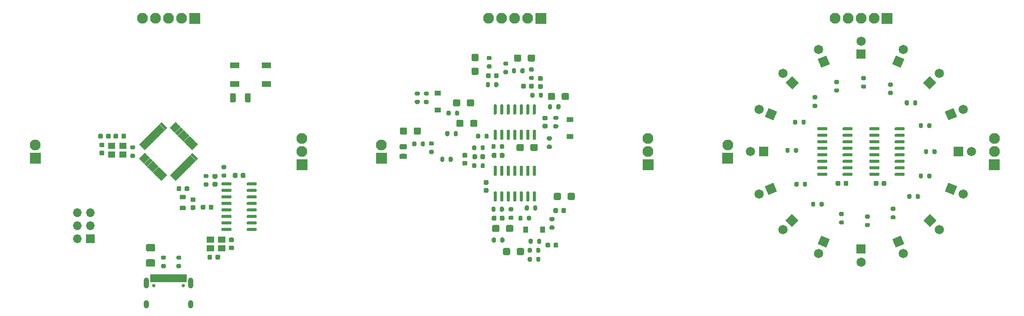
<source format=gbr>
%TF.GenerationSoftware,KiCad,Pcbnew,(5.1.8)-1*%
%TF.CreationDate,2021-05-29T17:14:19-04:00*%
%TF.ProjectId,panel,70616e65-6c2e-46b6-9963-61645f706362,rev?*%
%TF.SameCoordinates,Original*%
%TF.FileFunction,Soldermask,Top*%
%TF.FilePolarity,Negative*%
%FSLAX46Y46*%
G04 Gerber Fmt 4.6, Leading zero omitted, Abs format (unit mm)*
G04 Created by KiCad (PCBNEW (5.1.8)-1) date 2021-05-29 17:14:19*
%MOMM*%
%LPD*%
G01*
G04 APERTURE LIST*
%ADD10O,2.110000X2.110000*%
%ADD11O,1.010000X2.110000*%
%ADD12C,0.660000*%
%ADD13O,1.010000X1.610000*%
%ADD14O,1.710000X1.710000*%
%ADD15C,1.810000*%
%ADD16C,0.100000*%
G04 APERTURE END LIST*
%TO.C,J2*%
G36*
G01*
X244905000Y-98040000D02*
X244905000Y-100140000D01*
G75*
G02*
X244900000Y-100145000I-5000J0D01*
G01*
X242800000Y-100145000D01*
G75*
G02*
X242795000Y-100140000I0J5000D01*
G01*
X242795000Y-98040000D01*
G75*
G02*
X242800000Y-98035000I5000J0D01*
G01*
X244900000Y-98035000D01*
G75*
G02*
X244905000Y-98040000I0J-5000D01*
G01*
G37*
D10*
X243850000Y-96550000D03*
X243850000Y-94010000D03*
%TD*%
%TO.C,J2*%
G36*
G01*
X109905000Y-98040000D02*
X109905000Y-100140000D01*
G75*
G02*
X109900000Y-100145000I-5000J0D01*
G01*
X107800000Y-100145000D01*
G75*
G02*
X107795000Y-100140000I0J5000D01*
G01*
X107795000Y-98040000D01*
G75*
G02*
X107800000Y-98035000I5000J0D01*
G01*
X109900000Y-98035000D01*
G75*
G02*
X109905000Y-98040000I0J-5000D01*
G01*
G37*
X108850000Y-96550000D03*
X108850000Y-94010000D03*
%TD*%
%TO.C,J2*%
G36*
G01*
X177405000Y-98040000D02*
X177405000Y-100140000D01*
G75*
G02*
X177400000Y-100145000I-5000J0D01*
G01*
X175300000Y-100145000D01*
G75*
G02*
X175295000Y-100140000I0J5000D01*
G01*
X175295000Y-98040000D01*
G75*
G02*
X175300000Y-98035000I5000J0D01*
G01*
X177400000Y-98035000D01*
G75*
G02*
X177405000Y-98040000I0J-5000D01*
G01*
G37*
X176350000Y-96550000D03*
X176350000Y-94010000D03*
%TD*%
%TO.C,J3*%
G36*
G01*
X221880000Y-69495000D02*
X223980000Y-69495000D01*
G75*
G02*
X223985000Y-69500000I0J-5000D01*
G01*
X223985000Y-71600000D01*
G75*
G02*
X223980000Y-71605000I-5000J0D01*
G01*
X221880000Y-71605000D01*
G75*
G02*
X221875000Y-71600000I0J5000D01*
G01*
X221875000Y-69500000D01*
G75*
G02*
X221880000Y-69495000I5000J0D01*
G01*
G37*
X220390000Y-70550000D03*
X217850000Y-70550000D03*
X215310000Y-70550000D03*
X212770000Y-70550000D03*
%TD*%
%TO.C,J3*%
G36*
G01*
X154380000Y-69495000D02*
X156480000Y-69495000D01*
G75*
G02*
X156485000Y-69500000I0J-5000D01*
G01*
X156485000Y-71600000D01*
G75*
G02*
X156480000Y-71605000I-5000J0D01*
G01*
X154380000Y-71605000D01*
G75*
G02*
X154375000Y-71600000I0J5000D01*
G01*
X154375000Y-69500000D01*
G75*
G02*
X154380000Y-69495000I5000J0D01*
G01*
G37*
X152890000Y-70550000D03*
X150350000Y-70550000D03*
X147810000Y-70550000D03*
X145270000Y-70550000D03*
%TD*%
%TO.C,J3*%
G36*
G01*
X86880000Y-69495000D02*
X88980000Y-69495000D01*
G75*
G02*
X88985000Y-69500000I0J-5000D01*
G01*
X88985000Y-71600000D01*
G75*
G02*
X88980000Y-71605000I-5000J0D01*
G01*
X86880000Y-71605000D01*
G75*
G02*
X86875000Y-71600000I0J5000D01*
G01*
X86875000Y-69500000D01*
G75*
G02*
X86880000Y-69495000I5000J0D01*
G01*
G37*
X85390000Y-70550000D03*
X82850000Y-70550000D03*
X80310000Y-70550000D03*
X77770000Y-70550000D03*
%TD*%
%TO.C,J1*%
G36*
G01*
X57905000Y-96770000D02*
X57905000Y-98870000D01*
G75*
G02*
X57900000Y-98875000I-5000J0D01*
G01*
X55800000Y-98875000D01*
G75*
G02*
X55795000Y-98870000I0J5000D01*
G01*
X55795000Y-96770000D01*
G75*
G02*
X55800000Y-96765000I5000J0D01*
G01*
X57900000Y-96765000D01*
G75*
G02*
X57905000Y-96770000I0J-5000D01*
G01*
G37*
X56850000Y-95280000D03*
%TD*%
%TO.C,J1*%
G36*
G01*
X192905000Y-96770000D02*
X192905000Y-98870000D01*
G75*
G02*
X192900000Y-98875000I-5000J0D01*
G01*
X190800000Y-98875000D01*
G75*
G02*
X190795000Y-98870000I0J5000D01*
G01*
X190795000Y-96770000D01*
G75*
G02*
X190800000Y-96765000I5000J0D01*
G01*
X192900000Y-96765000D01*
G75*
G02*
X192905000Y-96770000I0J-5000D01*
G01*
G37*
X191850000Y-95280000D03*
%TD*%
%TO.C,J1*%
G36*
G01*
X125405000Y-96770000D02*
X125405000Y-98870000D01*
G75*
G02*
X125400000Y-98875000I-5000J0D01*
G01*
X123300000Y-98875000D01*
G75*
G02*
X123295000Y-98870000I0J5000D01*
G01*
X123295000Y-96770000D01*
G75*
G02*
X123300000Y-96765000I5000J0D01*
G01*
X125400000Y-96765000D01*
G75*
G02*
X125405000Y-96770000I0J-5000D01*
G01*
G37*
X124350000Y-95280000D03*
%TD*%
%TO.C,C14*%
G36*
G01*
X129077500Y-96105000D02*
X128122500Y-96105000D01*
G75*
G02*
X127870000Y-95852500I0J252500D01*
G01*
X127870000Y-95347500D01*
G75*
G02*
X128122500Y-95095000I252500J0D01*
G01*
X129077500Y-95095000D01*
G75*
G02*
X129330000Y-95347500I0J-252500D01*
G01*
X129330000Y-95852500D01*
G75*
G02*
X129077500Y-96105000I-252500J0D01*
G01*
G37*
G36*
G01*
X129077500Y-98005000D02*
X128122500Y-98005000D01*
G75*
G02*
X127870000Y-97752500I0J252500D01*
G01*
X127870000Y-97247500D01*
G75*
G02*
X128122500Y-96995000I252500J0D01*
G01*
X129077500Y-96995000D01*
G75*
G02*
X129330000Y-97247500I0J-252500D01*
G01*
X129330000Y-97752500D01*
G75*
G02*
X129077500Y-98005000I-252500J0D01*
G01*
G37*
%TD*%
%TO.C,Y2*%
G36*
G01*
X74655000Y-96550000D02*
X74655000Y-97750000D01*
G75*
G02*
X74650000Y-97755000I-5000J0D01*
G01*
X73250000Y-97755000D01*
G75*
G02*
X73245000Y-97750000I0J5000D01*
G01*
X73245000Y-96550000D01*
G75*
G02*
X73250000Y-96545000I5000J0D01*
G01*
X74650000Y-96545000D01*
G75*
G02*
X74655000Y-96550000I0J-5000D01*
G01*
G37*
G36*
G01*
X72455000Y-96550000D02*
X72455000Y-97750000D01*
G75*
G02*
X72450000Y-97755000I-5000J0D01*
G01*
X71050000Y-97755000D01*
G75*
G02*
X71045000Y-97750000I0J5000D01*
G01*
X71045000Y-96550000D01*
G75*
G02*
X71050000Y-96545000I5000J0D01*
G01*
X72450000Y-96545000D01*
G75*
G02*
X72455000Y-96550000I0J-5000D01*
G01*
G37*
G36*
G01*
X72455000Y-94850000D02*
X72455000Y-96050000D01*
G75*
G02*
X72450000Y-96055000I-5000J0D01*
G01*
X71050000Y-96055000D01*
G75*
G02*
X71045000Y-96050000I0J5000D01*
G01*
X71045000Y-94850000D01*
G75*
G02*
X71050000Y-94845000I5000J0D01*
G01*
X72450000Y-94845000D01*
G75*
G02*
X72455000Y-94850000I0J-5000D01*
G01*
G37*
G36*
G01*
X74655000Y-94850000D02*
X74655000Y-96050000D01*
G75*
G02*
X74650000Y-96055000I-5000J0D01*
G01*
X73250000Y-96055000D01*
G75*
G02*
X73245000Y-96050000I0J5000D01*
G01*
X73245000Y-94850000D01*
G75*
G02*
X73250000Y-94845000I5000J0D01*
G01*
X74650000Y-94845000D01*
G75*
G02*
X74655000Y-94850000I0J-5000D01*
G01*
G37*
%TD*%
%TO.C,Y1*%
G36*
G01*
X90295000Y-116000000D02*
X90295000Y-114800000D01*
G75*
G02*
X90300000Y-114795000I5000J0D01*
G01*
X91700000Y-114795000D01*
G75*
G02*
X91705000Y-114800000I0J-5000D01*
G01*
X91705000Y-116000000D01*
G75*
G02*
X91700000Y-116005000I-5000J0D01*
G01*
X90300000Y-116005000D01*
G75*
G02*
X90295000Y-116000000I0J5000D01*
G01*
G37*
G36*
G01*
X92495000Y-116000000D02*
X92495000Y-114800000D01*
G75*
G02*
X92500000Y-114795000I5000J0D01*
G01*
X93900000Y-114795000D01*
G75*
G02*
X93905000Y-114800000I0J-5000D01*
G01*
X93905000Y-116000000D01*
G75*
G02*
X93900000Y-116005000I-5000J0D01*
G01*
X92500000Y-116005000D01*
G75*
G02*
X92495000Y-116000000I0J5000D01*
G01*
G37*
G36*
G01*
X92495000Y-114300000D02*
X92495000Y-113100000D01*
G75*
G02*
X92500000Y-113095000I5000J0D01*
G01*
X93900000Y-113095000D01*
G75*
G02*
X93905000Y-113100000I0J-5000D01*
G01*
X93905000Y-114300000D01*
G75*
G02*
X93900000Y-114305000I-5000J0D01*
G01*
X92500000Y-114305000D01*
G75*
G02*
X92495000Y-114300000I0J5000D01*
G01*
G37*
G36*
G01*
X90295000Y-114300000D02*
X90295000Y-113100000D01*
G75*
G02*
X90300000Y-113095000I5000J0D01*
G01*
X91700000Y-113095000D01*
G75*
G02*
X91705000Y-113100000I0J-5000D01*
G01*
X91705000Y-114300000D01*
G75*
G02*
X91700000Y-114305000I-5000J0D01*
G01*
X90300000Y-114305000D01*
G75*
G02*
X90295000Y-114300000I0J5000D01*
G01*
G37*
%TD*%
%TO.C,U6*%
G36*
G01*
X211275000Y-100842500D02*
X211275000Y-101147500D01*
G75*
G02*
X211122500Y-101300000I-152500J0D01*
G01*
X209467500Y-101300000D01*
G75*
G02*
X209315000Y-101147500I0J152500D01*
G01*
X209315000Y-100842500D01*
G75*
G02*
X209467500Y-100690000I152500J0D01*
G01*
X211122500Y-100690000D01*
G75*
G02*
X211275000Y-100842500I0J-152500D01*
G01*
G37*
G36*
G01*
X211275000Y-99572500D02*
X211275000Y-99877500D01*
G75*
G02*
X211122500Y-100030000I-152500J0D01*
G01*
X209467500Y-100030000D01*
G75*
G02*
X209315000Y-99877500I0J152500D01*
G01*
X209315000Y-99572500D01*
G75*
G02*
X209467500Y-99420000I152500J0D01*
G01*
X211122500Y-99420000D01*
G75*
G02*
X211275000Y-99572500I0J-152500D01*
G01*
G37*
G36*
G01*
X211275000Y-98302500D02*
X211275000Y-98607500D01*
G75*
G02*
X211122500Y-98760000I-152500J0D01*
G01*
X209467500Y-98760000D01*
G75*
G02*
X209315000Y-98607500I0J152500D01*
G01*
X209315000Y-98302500D01*
G75*
G02*
X209467500Y-98150000I152500J0D01*
G01*
X211122500Y-98150000D01*
G75*
G02*
X211275000Y-98302500I0J-152500D01*
G01*
G37*
G36*
G01*
X211275000Y-97032500D02*
X211275000Y-97337500D01*
G75*
G02*
X211122500Y-97490000I-152500J0D01*
G01*
X209467500Y-97490000D01*
G75*
G02*
X209315000Y-97337500I0J152500D01*
G01*
X209315000Y-97032500D01*
G75*
G02*
X209467500Y-96880000I152500J0D01*
G01*
X211122500Y-96880000D01*
G75*
G02*
X211275000Y-97032500I0J-152500D01*
G01*
G37*
G36*
G01*
X211275000Y-95762500D02*
X211275000Y-96067500D01*
G75*
G02*
X211122500Y-96220000I-152500J0D01*
G01*
X209467500Y-96220000D01*
G75*
G02*
X209315000Y-96067500I0J152500D01*
G01*
X209315000Y-95762500D01*
G75*
G02*
X209467500Y-95610000I152500J0D01*
G01*
X211122500Y-95610000D01*
G75*
G02*
X211275000Y-95762500I0J-152500D01*
G01*
G37*
G36*
G01*
X211275000Y-94492500D02*
X211275000Y-94797500D01*
G75*
G02*
X211122500Y-94950000I-152500J0D01*
G01*
X209467500Y-94950000D01*
G75*
G02*
X209315000Y-94797500I0J152500D01*
G01*
X209315000Y-94492500D01*
G75*
G02*
X209467500Y-94340000I152500J0D01*
G01*
X211122500Y-94340000D01*
G75*
G02*
X211275000Y-94492500I0J-152500D01*
G01*
G37*
G36*
G01*
X211275000Y-93222500D02*
X211275000Y-93527500D01*
G75*
G02*
X211122500Y-93680000I-152500J0D01*
G01*
X209467500Y-93680000D01*
G75*
G02*
X209315000Y-93527500I0J152500D01*
G01*
X209315000Y-93222500D01*
G75*
G02*
X209467500Y-93070000I152500J0D01*
G01*
X211122500Y-93070000D01*
G75*
G02*
X211275000Y-93222500I0J-152500D01*
G01*
G37*
G36*
G01*
X211275000Y-91952500D02*
X211275000Y-92257500D01*
G75*
G02*
X211122500Y-92410000I-152500J0D01*
G01*
X209467500Y-92410000D01*
G75*
G02*
X209315000Y-92257500I0J152500D01*
G01*
X209315000Y-91952500D01*
G75*
G02*
X209467500Y-91800000I152500J0D01*
G01*
X211122500Y-91800000D01*
G75*
G02*
X211275000Y-91952500I0J-152500D01*
G01*
G37*
G36*
G01*
X216225000Y-91952500D02*
X216225000Y-92257500D01*
G75*
G02*
X216072500Y-92410000I-152500J0D01*
G01*
X214417500Y-92410000D01*
G75*
G02*
X214265000Y-92257500I0J152500D01*
G01*
X214265000Y-91952500D01*
G75*
G02*
X214417500Y-91800000I152500J0D01*
G01*
X216072500Y-91800000D01*
G75*
G02*
X216225000Y-91952500I0J-152500D01*
G01*
G37*
G36*
G01*
X216225000Y-93222500D02*
X216225000Y-93527500D01*
G75*
G02*
X216072500Y-93680000I-152500J0D01*
G01*
X214417500Y-93680000D01*
G75*
G02*
X214265000Y-93527500I0J152500D01*
G01*
X214265000Y-93222500D01*
G75*
G02*
X214417500Y-93070000I152500J0D01*
G01*
X216072500Y-93070000D01*
G75*
G02*
X216225000Y-93222500I0J-152500D01*
G01*
G37*
G36*
G01*
X216225000Y-94492500D02*
X216225000Y-94797500D01*
G75*
G02*
X216072500Y-94950000I-152500J0D01*
G01*
X214417500Y-94950000D01*
G75*
G02*
X214265000Y-94797500I0J152500D01*
G01*
X214265000Y-94492500D01*
G75*
G02*
X214417500Y-94340000I152500J0D01*
G01*
X216072500Y-94340000D01*
G75*
G02*
X216225000Y-94492500I0J-152500D01*
G01*
G37*
G36*
G01*
X216225000Y-95762500D02*
X216225000Y-96067500D01*
G75*
G02*
X216072500Y-96220000I-152500J0D01*
G01*
X214417500Y-96220000D01*
G75*
G02*
X214265000Y-96067500I0J152500D01*
G01*
X214265000Y-95762500D01*
G75*
G02*
X214417500Y-95610000I152500J0D01*
G01*
X216072500Y-95610000D01*
G75*
G02*
X216225000Y-95762500I0J-152500D01*
G01*
G37*
G36*
G01*
X216225000Y-97032500D02*
X216225000Y-97337500D01*
G75*
G02*
X216072500Y-97490000I-152500J0D01*
G01*
X214417500Y-97490000D01*
G75*
G02*
X214265000Y-97337500I0J152500D01*
G01*
X214265000Y-97032500D01*
G75*
G02*
X214417500Y-96880000I152500J0D01*
G01*
X216072500Y-96880000D01*
G75*
G02*
X216225000Y-97032500I0J-152500D01*
G01*
G37*
G36*
G01*
X216225000Y-98302500D02*
X216225000Y-98607500D01*
G75*
G02*
X216072500Y-98760000I-152500J0D01*
G01*
X214417500Y-98760000D01*
G75*
G02*
X214265000Y-98607500I0J152500D01*
G01*
X214265000Y-98302500D01*
G75*
G02*
X214417500Y-98150000I152500J0D01*
G01*
X216072500Y-98150000D01*
G75*
G02*
X216225000Y-98302500I0J-152500D01*
G01*
G37*
G36*
G01*
X216225000Y-99572500D02*
X216225000Y-99877500D01*
G75*
G02*
X216072500Y-100030000I-152500J0D01*
G01*
X214417500Y-100030000D01*
G75*
G02*
X214265000Y-99877500I0J152500D01*
G01*
X214265000Y-99572500D01*
G75*
G02*
X214417500Y-99420000I152500J0D01*
G01*
X216072500Y-99420000D01*
G75*
G02*
X216225000Y-99572500I0J-152500D01*
G01*
G37*
G36*
G01*
X216225000Y-100842500D02*
X216225000Y-101147500D01*
G75*
G02*
X216072500Y-101300000I-152500J0D01*
G01*
X214417500Y-101300000D01*
G75*
G02*
X214265000Y-101147500I0J152500D01*
G01*
X214265000Y-100842500D01*
G75*
G02*
X214417500Y-100690000I152500J0D01*
G01*
X216072500Y-100690000D01*
G75*
G02*
X216225000Y-100842500I0J-152500D01*
G01*
G37*
%TD*%
%TO.C,U5*%
G36*
G01*
X224425000Y-92257500D02*
X224425000Y-91952500D01*
G75*
G02*
X224577500Y-91800000I152500J0D01*
G01*
X226232500Y-91800000D01*
G75*
G02*
X226385000Y-91952500I0J-152500D01*
G01*
X226385000Y-92257500D01*
G75*
G02*
X226232500Y-92410000I-152500J0D01*
G01*
X224577500Y-92410000D01*
G75*
G02*
X224425000Y-92257500I0J152500D01*
G01*
G37*
G36*
G01*
X224425000Y-93527500D02*
X224425000Y-93222500D01*
G75*
G02*
X224577500Y-93070000I152500J0D01*
G01*
X226232500Y-93070000D01*
G75*
G02*
X226385000Y-93222500I0J-152500D01*
G01*
X226385000Y-93527500D01*
G75*
G02*
X226232500Y-93680000I-152500J0D01*
G01*
X224577500Y-93680000D01*
G75*
G02*
X224425000Y-93527500I0J152500D01*
G01*
G37*
G36*
G01*
X224425000Y-94797500D02*
X224425000Y-94492500D01*
G75*
G02*
X224577500Y-94340000I152500J0D01*
G01*
X226232500Y-94340000D01*
G75*
G02*
X226385000Y-94492500I0J-152500D01*
G01*
X226385000Y-94797500D01*
G75*
G02*
X226232500Y-94950000I-152500J0D01*
G01*
X224577500Y-94950000D01*
G75*
G02*
X224425000Y-94797500I0J152500D01*
G01*
G37*
G36*
G01*
X224425000Y-96067500D02*
X224425000Y-95762500D01*
G75*
G02*
X224577500Y-95610000I152500J0D01*
G01*
X226232500Y-95610000D01*
G75*
G02*
X226385000Y-95762500I0J-152500D01*
G01*
X226385000Y-96067500D01*
G75*
G02*
X226232500Y-96220000I-152500J0D01*
G01*
X224577500Y-96220000D01*
G75*
G02*
X224425000Y-96067500I0J152500D01*
G01*
G37*
G36*
G01*
X224425000Y-97337500D02*
X224425000Y-97032500D01*
G75*
G02*
X224577500Y-96880000I152500J0D01*
G01*
X226232500Y-96880000D01*
G75*
G02*
X226385000Y-97032500I0J-152500D01*
G01*
X226385000Y-97337500D01*
G75*
G02*
X226232500Y-97490000I-152500J0D01*
G01*
X224577500Y-97490000D01*
G75*
G02*
X224425000Y-97337500I0J152500D01*
G01*
G37*
G36*
G01*
X224425000Y-98607500D02*
X224425000Y-98302500D01*
G75*
G02*
X224577500Y-98150000I152500J0D01*
G01*
X226232500Y-98150000D01*
G75*
G02*
X226385000Y-98302500I0J-152500D01*
G01*
X226385000Y-98607500D01*
G75*
G02*
X226232500Y-98760000I-152500J0D01*
G01*
X224577500Y-98760000D01*
G75*
G02*
X224425000Y-98607500I0J152500D01*
G01*
G37*
G36*
G01*
X224425000Y-99877500D02*
X224425000Y-99572500D01*
G75*
G02*
X224577500Y-99420000I152500J0D01*
G01*
X226232500Y-99420000D01*
G75*
G02*
X226385000Y-99572500I0J-152500D01*
G01*
X226385000Y-99877500D01*
G75*
G02*
X226232500Y-100030000I-152500J0D01*
G01*
X224577500Y-100030000D01*
G75*
G02*
X224425000Y-99877500I0J152500D01*
G01*
G37*
G36*
G01*
X224425000Y-101147500D02*
X224425000Y-100842500D01*
G75*
G02*
X224577500Y-100690000I152500J0D01*
G01*
X226232500Y-100690000D01*
G75*
G02*
X226385000Y-100842500I0J-152500D01*
G01*
X226385000Y-101147500D01*
G75*
G02*
X226232500Y-101300000I-152500J0D01*
G01*
X224577500Y-101300000D01*
G75*
G02*
X224425000Y-101147500I0J152500D01*
G01*
G37*
G36*
G01*
X219475000Y-101147500D02*
X219475000Y-100842500D01*
G75*
G02*
X219627500Y-100690000I152500J0D01*
G01*
X221282500Y-100690000D01*
G75*
G02*
X221435000Y-100842500I0J-152500D01*
G01*
X221435000Y-101147500D01*
G75*
G02*
X221282500Y-101300000I-152500J0D01*
G01*
X219627500Y-101300000D01*
G75*
G02*
X219475000Y-101147500I0J152500D01*
G01*
G37*
G36*
G01*
X219475000Y-99877500D02*
X219475000Y-99572500D01*
G75*
G02*
X219627500Y-99420000I152500J0D01*
G01*
X221282500Y-99420000D01*
G75*
G02*
X221435000Y-99572500I0J-152500D01*
G01*
X221435000Y-99877500D01*
G75*
G02*
X221282500Y-100030000I-152500J0D01*
G01*
X219627500Y-100030000D01*
G75*
G02*
X219475000Y-99877500I0J152500D01*
G01*
G37*
G36*
G01*
X219475000Y-98607500D02*
X219475000Y-98302500D01*
G75*
G02*
X219627500Y-98150000I152500J0D01*
G01*
X221282500Y-98150000D01*
G75*
G02*
X221435000Y-98302500I0J-152500D01*
G01*
X221435000Y-98607500D01*
G75*
G02*
X221282500Y-98760000I-152500J0D01*
G01*
X219627500Y-98760000D01*
G75*
G02*
X219475000Y-98607500I0J152500D01*
G01*
G37*
G36*
G01*
X219475000Y-97337500D02*
X219475000Y-97032500D01*
G75*
G02*
X219627500Y-96880000I152500J0D01*
G01*
X221282500Y-96880000D01*
G75*
G02*
X221435000Y-97032500I0J-152500D01*
G01*
X221435000Y-97337500D01*
G75*
G02*
X221282500Y-97490000I-152500J0D01*
G01*
X219627500Y-97490000D01*
G75*
G02*
X219475000Y-97337500I0J152500D01*
G01*
G37*
G36*
G01*
X219475000Y-96067500D02*
X219475000Y-95762500D01*
G75*
G02*
X219627500Y-95610000I152500J0D01*
G01*
X221282500Y-95610000D01*
G75*
G02*
X221435000Y-95762500I0J-152500D01*
G01*
X221435000Y-96067500D01*
G75*
G02*
X221282500Y-96220000I-152500J0D01*
G01*
X219627500Y-96220000D01*
G75*
G02*
X219475000Y-96067500I0J152500D01*
G01*
G37*
G36*
G01*
X219475000Y-94797500D02*
X219475000Y-94492500D01*
G75*
G02*
X219627500Y-94340000I152500J0D01*
G01*
X221282500Y-94340000D01*
G75*
G02*
X221435000Y-94492500I0J-152500D01*
G01*
X221435000Y-94797500D01*
G75*
G02*
X221282500Y-94950000I-152500J0D01*
G01*
X219627500Y-94950000D01*
G75*
G02*
X219475000Y-94797500I0J152500D01*
G01*
G37*
G36*
G01*
X219475000Y-93527500D02*
X219475000Y-93222500D01*
G75*
G02*
X219627500Y-93070000I152500J0D01*
G01*
X221282500Y-93070000D01*
G75*
G02*
X221435000Y-93222500I0J-152500D01*
G01*
X221435000Y-93527500D01*
G75*
G02*
X221282500Y-93680000I-152500J0D01*
G01*
X219627500Y-93680000D01*
G75*
G02*
X219475000Y-93527500I0J152500D01*
G01*
G37*
G36*
G01*
X219475000Y-92257500D02*
X219475000Y-91952500D01*
G75*
G02*
X219627500Y-91800000I152500J0D01*
G01*
X221282500Y-91800000D01*
G75*
G02*
X221435000Y-91952500I0J-152500D01*
G01*
X221435000Y-92257500D01*
G75*
G02*
X221282500Y-92410000I-152500J0D01*
G01*
X219627500Y-92410000D01*
G75*
G02*
X219475000Y-92257500I0J152500D01*
G01*
G37*
%TD*%
%TO.C,C34*%
G36*
G01*
X222780000Y-102497500D02*
X222780000Y-103002500D01*
G75*
G02*
X222552500Y-103230000I-227500J0D01*
G01*
X222097500Y-103230000D01*
G75*
G02*
X221870000Y-103002500I0J227500D01*
G01*
X221870000Y-102497500D01*
G75*
G02*
X222097500Y-102270000I227500J0D01*
G01*
X222552500Y-102270000D01*
G75*
G02*
X222780000Y-102497500I0J-227500D01*
G01*
G37*
G36*
G01*
X221230000Y-102497500D02*
X221230000Y-103002500D01*
G75*
G02*
X221002500Y-103230000I-227500J0D01*
G01*
X220547500Y-103230000D01*
G75*
G02*
X220320000Y-103002500I0J227500D01*
G01*
X220320000Y-102497500D01*
G75*
G02*
X220547500Y-102270000I227500J0D01*
G01*
X221002500Y-102270000D01*
G75*
G02*
X221230000Y-102497500I0J-227500D01*
G01*
G37*
%TD*%
%TO.C,C33*%
G36*
G01*
X212920000Y-103002500D02*
X212920000Y-102497500D01*
G75*
G02*
X213147500Y-102270000I227500J0D01*
G01*
X213602500Y-102270000D01*
G75*
G02*
X213830000Y-102497500I0J-227500D01*
G01*
X213830000Y-103002500D01*
G75*
G02*
X213602500Y-103230000I-227500J0D01*
G01*
X213147500Y-103230000D01*
G75*
G02*
X212920000Y-103002500I0J227500D01*
G01*
G37*
G36*
G01*
X214470000Y-103002500D02*
X214470000Y-102497500D01*
G75*
G02*
X214697500Y-102270000I227500J0D01*
G01*
X215152500Y-102270000D01*
G75*
G02*
X215380000Y-102497500I0J-227500D01*
G01*
X215380000Y-103002500D01*
G75*
G02*
X215152500Y-103230000I-227500J0D01*
G01*
X214697500Y-103230000D01*
G75*
G02*
X214470000Y-103002500I0J227500D01*
G01*
G37*
%TD*%
%TO.C,R4*%
G36*
G01*
X90427500Y-101730000D02*
X89872500Y-101730000D01*
G75*
G02*
X89670000Y-101527500I0J202500D01*
G01*
X89670000Y-101122500D01*
G75*
G02*
X89872500Y-100920000I202500J0D01*
G01*
X90427500Y-100920000D01*
G75*
G02*
X90630000Y-101122500I0J-202500D01*
G01*
X90630000Y-101527500D01*
G75*
G02*
X90427500Y-101730000I-202500J0D01*
G01*
G37*
G36*
G01*
X90427500Y-103380000D02*
X89872500Y-103380000D01*
G75*
G02*
X89670000Y-103177500I0J202500D01*
G01*
X89670000Y-102772500D01*
G75*
G02*
X89872500Y-102570000I202500J0D01*
G01*
X90427500Y-102570000D01*
G75*
G02*
X90630000Y-102772500I0J-202500D01*
G01*
X90630000Y-103177500D01*
G75*
G02*
X90427500Y-103380000I-202500J0D01*
G01*
G37*
%TD*%
%TO.C,R3*%
G36*
G01*
X93372500Y-100820000D02*
X93927500Y-100820000D01*
G75*
G02*
X94130000Y-101022500I0J-202500D01*
G01*
X94130000Y-101427500D01*
G75*
G02*
X93927500Y-101630000I-202500J0D01*
G01*
X93372500Y-101630000D01*
G75*
G02*
X93170000Y-101427500I0J202500D01*
G01*
X93170000Y-101022500D01*
G75*
G02*
X93372500Y-100820000I202500J0D01*
G01*
G37*
G36*
G01*
X93372500Y-99170000D02*
X93927500Y-99170000D01*
G75*
G02*
X94130000Y-99372500I0J-202500D01*
G01*
X94130000Y-99777500D01*
G75*
G02*
X93927500Y-99980000I-202500J0D01*
G01*
X93372500Y-99980000D01*
G75*
G02*
X93170000Y-99777500I0J202500D01*
G01*
X93170000Y-99372500D01*
G75*
G02*
X93372500Y-99170000I202500J0D01*
G01*
G37*
%TD*%
%TO.C,J4*%
G36*
G01*
X85795000Y-121980000D02*
X85795000Y-120530000D01*
G75*
G02*
X85800000Y-120525000I5000J0D01*
G01*
X86400000Y-120525000D01*
G75*
G02*
X86405000Y-120530000I0J-5000D01*
G01*
X86405000Y-121980000D01*
G75*
G02*
X86400000Y-121985000I-5000J0D01*
G01*
X85800000Y-121985000D01*
G75*
G02*
X85795000Y-121980000I0J5000D01*
G01*
G37*
G36*
G01*
X84995000Y-121980000D02*
X84995000Y-120530000D01*
G75*
G02*
X85000000Y-120525000I5000J0D01*
G01*
X85600000Y-120525000D01*
G75*
G02*
X85605000Y-120530000I0J-5000D01*
G01*
X85605000Y-121980000D01*
G75*
G02*
X85600000Y-121985000I-5000J0D01*
G01*
X85000000Y-121985000D01*
G75*
G02*
X84995000Y-121980000I0J5000D01*
G01*
G37*
G36*
G01*
X80095000Y-121980000D02*
X80095000Y-120530000D01*
G75*
G02*
X80100000Y-120525000I5000J0D01*
G01*
X80700000Y-120525000D01*
G75*
G02*
X80705000Y-120530000I0J-5000D01*
G01*
X80705000Y-121980000D01*
G75*
G02*
X80700000Y-121985000I-5000J0D01*
G01*
X80100000Y-121985000D01*
G75*
G02*
X80095000Y-121980000I0J5000D01*
G01*
G37*
G36*
G01*
X79295000Y-121980000D02*
X79295000Y-120530000D01*
G75*
G02*
X79300000Y-120525000I5000J0D01*
G01*
X79900000Y-120525000D01*
G75*
G02*
X79905000Y-120530000I0J-5000D01*
G01*
X79905000Y-121980000D01*
G75*
G02*
X79900000Y-121985000I-5000J0D01*
G01*
X79300000Y-121985000D01*
G75*
G02*
X79295000Y-121980000I0J5000D01*
G01*
G37*
G36*
G01*
X79295000Y-121980000D02*
X79295000Y-120530000D01*
G75*
G02*
X79300000Y-120525000I5000J0D01*
G01*
X79900000Y-120525000D01*
G75*
G02*
X79905000Y-120530000I0J-5000D01*
G01*
X79905000Y-121980000D01*
G75*
G02*
X79900000Y-121985000I-5000J0D01*
G01*
X79300000Y-121985000D01*
G75*
G02*
X79295000Y-121980000I0J5000D01*
G01*
G37*
G36*
G01*
X80095000Y-121980000D02*
X80095000Y-120530000D01*
G75*
G02*
X80100000Y-120525000I5000J0D01*
G01*
X80700000Y-120525000D01*
G75*
G02*
X80705000Y-120530000I0J-5000D01*
G01*
X80705000Y-121980000D01*
G75*
G02*
X80700000Y-121985000I-5000J0D01*
G01*
X80100000Y-121985000D01*
G75*
G02*
X80095000Y-121980000I0J5000D01*
G01*
G37*
G36*
G01*
X84995000Y-121980000D02*
X84995000Y-120530000D01*
G75*
G02*
X85000000Y-120525000I5000J0D01*
G01*
X85600000Y-120525000D01*
G75*
G02*
X85605000Y-120530000I0J-5000D01*
G01*
X85605000Y-121980000D01*
G75*
G02*
X85600000Y-121985000I-5000J0D01*
G01*
X85000000Y-121985000D01*
G75*
G02*
X84995000Y-121980000I0J5000D01*
G01*
G37*
G36*
G01*
X85795000Y-121980000D02*
X85795000Y-120530000D01*
G75*
G02*
X85800000Y-120525000I5000J0D01*
G01*
X86400000Y-120525000D01*
G75*
G02*
X86405000Y-120530000I0J-5000D01*
G01*
X86405000Y-121980000D01*
G75*
G02*
X86400000Y-121985000I-5000J0D01*
G01*
X85800000Y-121985000D01*
G75*
G02*
X85795000Y-121980000I0J5000D01*
G01*
G37*
G36*
G01*
X80945000Y-121980000D02*
X80945000Y-120530000D01*
G75*
G02*
X80950000Y-120525000I5000J0D01*
G01*
X81250000Y-120525000D01*
G75*
G02*
X81255000Y-120530000I0J-5000D01*
G01*
X81255000Y-121980000D01*
G75*
G02*
X81250000Y-121985000I-5000J0D01*
G01*
X80950000Y-121985000D01*
G75*
G02*
X80945000Y-121980000I0J5000D01*
G01*
G37*
G36*
G01*
X81445000Y-121980000D02*
X81445000Y-120530000D01*
G75*
G02*
X81450000Y-120525000I5000J0D01*
G01*
X81750000Y-120525000D01*
G75*
G02*
X81755000Y-120530000I0J-5000D01*
G01*
X81755000Y-121980000D01*
G75*
G02*
X81750000Y-121985000I-5000J0D01*
G01*
X81450000Y-121985000D01*
G75*
G02*
X81445000Y-121980000I0J5000D01*
G01*
G37*
G36*
G01*
X81945000Y-121980000D02*
X81945000Y-120530000D01*
G75*
G02*
X81950000Y-120525000I5000J0D01*
G01*
X82250000Y-120525000D01*
G75*
G02*
X82255000Y-120530000I0J-5000D01*
G01*
X82255000Y-121980000D01*
G75*
G02*
X82250000Y-121985000I-5000J0D01*
G01*
X81950000Y-121985000D01*
G75*
G02*
X81945000Y-121980000I0J5000D01*
G01*
G37*
G36*
G01*
X82945000Y-121980000D02*
X82945000Y-120530000D01*
G75*
G02*
X82950000Y-120525000I5000J0D01*
G01*
X83250000Y-120525000D01*
G75*
G02*
X83255000Y-120530000I0J-5000D01*
G01*
X83255000Y-121980000D01*
G75*
G02*
X83250000Y-121985000I-5000J0D01*
G01*
X82950000Y-121985000D01*
G75*
G02*
X82945000Y-121980000I0J5000D01*
G01*
G37*
G36*
G01*
X83445000Y-121980000D02*
X83445000Y-120530000D01*
G75*
G02*
X83450000Y-120525000I5000J0D01*
G01*
X83750000Y-120525000D01*
G75*
G02*
X83755000Y-120530000I0J-5000D01*
G01*
X83755000Y-121980000D01*
G75*
G02*
X83750000Y-121985000I-5000J0D01*
G01*
X83450000Y-121985000D01*
G75*
G02*
X83445000Y-121980000I0J5000D01*
G01*
G37*
G36*
G01*
X83945000Y-121980000D02*
X83945000Y-120530000D01*
G75*
G02*
X83950000Y-120525000I5000J0D01*
G01*
X84250000Y-120525000D01*
G75*
G02*
X84255000Y-120530000I0J-5000D01*
G01*
X84255000Y-121980000D01*
G75*
G02*
X84250000Y-121985000I-5000J0D01*
G01*
X83950000Y-121985000D01*
G75*
G02*
X83945000Y-121980000I0J5000D01*
G01*
G37*
G36*
G01*
X84445000Y-121980000D02*
X84445000Y-120530000D01*
G75*
G02*
X84450000Y-120525000I5000J0D01*
G01*
X84750000Y-120525000D01*
G75*
G02*
X84755000Y-120530000I0J-5000D01*
G01*
X84755000Y-121980000D01*
G75*
G02*
X84750000Y-121985000I-5000J0D01*
G01*
X84450000Y-121985000D01*
G75*
G02*
X84445000Y-121980000I0J5000D01*
G01*
G37*
G36*
G01*
X82445000Y-121980000D02*
X82445000Y-120530000D01*
G75*
G02*
X82450000Y-120525000I5000J0D01*
G01*
X82750000Y-120525000D01*
G75*
G02*
X82755000Y-120530000I0J-5000D01*
G01*
X82755000Y-121980000D01*
G75*
G02*
X82750000Y-121985000I-5000J0D01*
G01*
X82450000Y-121985000D01*
G75*
G02*
X82445000Y-121980000I0J5000D01*
G01*
G37*
D11*
X87170000Y-122170000D03*
X78530000Y-122170000D03*
D12*
X79960000Y-122700000D03*
D13*
X78530000Y-126350000D03*
D12*
X85740000Y-122700000D03*
D13*
X87170000Y-126350000D03*
%TD*%
%TO.C,U2*%
G36*
G01*
X83500538Y-92328573D02*
X83111629Y-91939664D01*
G75*
G02*
X83111629Y-91932592I3536J3536D01*
G01*
X84243000Y-90801221D01*
G75*
G02*
X84250072Y-90801221I3536J-3536D01*
G01*
X84638981Y-91190130D01*
G75*
G02*
X84638981Y-91197202I-3536J-3536D01*
G01*
X83507610Y-92328573D01*
G75*
G02*
X83500538Y-92328573I-3536J3536D01*
G01*
G37*
G36*
G01*
X84066223Y-92894259D02*
X83677314Y-92505350D01*
G75*
G02*
X83677314Y-92498278I3536J3536D01*
G01*
X84808685Y-91366907D01*
G75*
G02*
X84815757Y-91366907I3536J-3536D01*
G01*
X85204666Y-91755816D01*
G75*
G02*
X85204666Y-91762888I-3536J-3536D01*
G01*
X84073295Y-92894259D01*
G75*
G02*
X84066223Y-92894259I-3536J3536D01*
G01*
G37*
G36*
G01*
X84631909Y-93459944D02*
X84243000Y-93071035D01*
G75*
G02*
X84243000Y-93063963I3536J3536D01*
G01*
X85374371Y-91932592D01*
G75*
G02*
X85381443Y-91932592I3536J-3536D01*
G01*
X85770352Y-92321501D01*
G75*
G02*
X85770352Y-92328573I-3536J-3536D01*
G01*
X84638981Y-93459944D01*
G75*
G02*
X84631909Y-93459944I-3536J3536D01*
G01*
G37*
G36*
G01*
X85197594Y-94025629D02*
X84808685Y-93636720D01*
G75*
G02*
X84808685Y-93629648I3536J3536D01*
G01*
X85940056Y-92498277D01*
G75*
G02*
X85947128Y-92498277I3536J-3536D01*
G01*
X86336037Y-92887186D01*
G75*
G02*
X86336037Y-92894258I-3536J-3536D01*
G01*
X85204666Y-94025629D01*
G75*
G02*
X85197594Y-94025629I-3536J3536D01*
G01*
G37*
G36*
G01*
X85763280Y-94591315D02*
X85374371Y-94202406D01*
G75*
G02*
X85374371Y-94195334I3536J3536D01*
G01*
X86505742Y-93063963D01*
G75*
G02*
X86512814Y-93063963I3536J-3536D01*
G01*
X86901723Y-93452872D01*
G75*
G02*
X86901723Y-93459944I-3536J-3536D01*
G01*
X85770352Y-94591315D01*
G75*
G02*
X85763280Y-94591315I-3536J3536D01*
G01*
G37*
G36*
G01*
X86328965Y-95157000D02*
X85940056Y-94768091D01*
G75*
G02*
X85940056Y-94761019I3536J3536D01*
G01*
X87071427Y-93629648D01*
G75*
G02*
X87078499Y-93629648I3536J-3536D01*
G01*
X87467408Y-94018557D01*
G75*
G02*
X87467408Y-94025629I-3536J-3536D01*
G01*
X86336037Y-95157000D01*
G75*
G02*
X86328965Y-95157000I-3536J3536D01*
G01*
G37*
G36*
G01*
X86894650Y-95722686D02*
X86505741Y-95333777D01*
G75*
G02*
X86505741Y-95326705I3536J3536D01*
G01*
X87637112Y-94195334D01*
G75*
G02*
X87644184Y-94195334I3536J-3536D01*
G01*
X88033093Y-94584243D01*
G75*
G02*
X88033093Y-94591315I-3536J-3536D01*
G01*
X86901722Y-95722686D01*
G75*
G02*
X86894650Y-95722686I-3536J3536D01*
G01*
G37*
G36*
G01*
X87460336Y-96288371D02*
X87071427Y-95899462D01*
G75*
G02*
X87071427Y-95892390I3536J3536D01*
G01*
X88202798Y-94761019D01*
G75*
G02*
X88209870Y-94761019I3536J-3536D01*
G01*
X88598779Y-95149928D01*
G75*
G02*
X88598779Y-95157000I-3536J-3536D01*
G01*
X87467408Y-96288371D01*
G75*
G02*
X87460336Y-96288371I-3536J3536D01*
G01*
G37*
G36*
G01*
X87071427Y-97200538D02*
X87460336Y-96811629D01*
G75*
G02*
X87467408Y-96811629I3536J-3536D01*
G01*
X88598779Y-97943000D01*
G75*
G02*
X88598779Y-97950072I-3536J-3536D01*
G01*
X88209870Y-98338981D01*
G75*
G02*
X88202798Y-98338981I-3536J3536D01*
G01*
X87071427Y-97207610D01*
G75*
G02*
X87071427Y-97200538I3536J3536D01*
G01*
G37*
G36*
G01*
X86505741Y-97766223D02*
X86894650Y-97377314D01*
G75*
G02*
X86901722Y-97377314I3536J-3536D01*
G01*
X88033093Y-98508685D01*
G75*
G02*
X88033093Y-98515757I-3536J-3536D01*
G01*
X87644184Y-98904666D01*
G75*
G02*
X87637112Y-98904666I-3536J3536D01*
G01*
X86505741Y-97773295D01*
G75*
G02*
X86505741Y-97766223I3536J3536D01*
G01*
G37*
G36*
G01*
X85940056Y-98331909D02*
X86328965Y-97943000D01*
G75*
G02*
X86336037Y-97943000I3536J-3536D01*
G01*
X87467408Y-99074371D01*
G75*
G02*
X87467408Y-99081443I-3536J-3536D01*
G01*
X87078499Y-99470352D01*
G75*
G02*
X87071427Y-99470352I-3536J3536D01*
G01*
X85940056Y-98338981D01*
G75*
G02*
X85940056Y-98331909I3536J3536D01*
G01*
G37*
G36*
G01*
X85374371Y-98897594D02*
X85763280Y-98508685D01*
G75*
G02*
X85770352Y-98508685I3536J-3536D01*
G01*
X86901723Y-99640056D01*
G75*
G02*
X86901723Y-99647128I-3536J-3536D01*
G01*
X86512814Y-100036037D01*
G75*
G02*
X86505742Y-100036037I-3536J3536D01*
G01*
X85374371Y-98904666D01*
G75*
G02*
X85374371Y-98897594I3536J3536D01*
G01*
G37*
G36*
G01*
X84808685Y-99463280D02*
X85197594Y-99074371D01*
G75*
G02*
X85204666Y-99074371I3536J-3536D01*
G01*
X86336037Y-100205742D01*
G75*
G02*
X86336037Y-100212814I-3536J-3536D01*
G01*
X85947128Y-100601723D01*
G75*
G02*
X85940056Y-100601723I-3536J3536D01*
G01*
X84808685Y-99470352D01*
G75*
G02*
X84808685Y-99463280I3536J3536D01*
G01*
G37*
G36*
G01*
X84243000Y-100028965D02*
X84631909Y-99640056D01*
G75*
G02*
X84638981Y-99640056I3536J-3536D01*
G01*
X85770352Y-100771427D01*
G75*
G02*
X85770352Y-100778499I-3536J-3536D01*
G01*
X85381443Y-101167408D01*
G75*
G02*
X85374371Y-101167408I-3536J3536D01*
G01*
X84243000Y-100036037D01*
G75*
G02*
X84243000Y-100028965I3536J3536D01*
G01*
G37*
G36*
G01*
X83677314Y-100594650D02*
X84066223Y-100205741D01*
G75*
G02*
X84073295Y-100205741I3536J-3536D01*
G01*
X85204666Y-101337112D01*
G75*
G02*
X85204666Y-101344184I-3536J-3536D01*
G01*
X84815757Y-101733093D01*
G75*
G02*
X84808685Y-101733093I-3536J3536D01*
G01*
X83677314Y-100601722D01*
G75*
G02*
X83677314Y-100594650I3536J3536D01*
G01*
G37*
G36*
G01*
X83111629Y-101160336D02*
X83500538Y-100771427D01*
G75*
G02*
X83507610Y-100771427I3536J-3536D01*
G01*
X84638981Y-101902798D01*
G75*
G02*
X84638981Y-101909870I-3536J-3536D01*
G01*
X84250072Y-102298779D01*
G75*
G02*
X84243000Y-102298779I-3536J3536D01*
G01*
X83111629Y-101167408D01*
G75*
G02*
X83111629Y-101160336I3536J3536D01*
G01*
G37*
G36*
G01*
X81449928Y-102298779D02*
X81061019Y-101909870D01*
G75*
G02*
X81061019Y-101902798I3536J3536D01*
G01*
X82192390Y-100771427D01*
G75*
G02*
X82199462Y-100771427I3536J-3536D01*
G01*
X82588371Y-101160336D01*
G75*
G02*
X82588371Y-101167408I-3536J-3536D01*
G01*
X81457000Y-102298779D01*
G75*
G02*
X81449928Y-102298779I-3536J3536D01*
G01*
G37*
G36*
G01*
X80884243Y-101733093D02*
X80495334Y-101344184D01*
G75*
G02*
X80495334Y-101337112I3536J3536D01*
G01*
X81626705Y-100205741D01*
G75*
G02*
X81633777Y-100205741I3536J-3536D01*
G01*
X82022686Y-100594650D01*
G75*
G02*
X82022686Y-100601722I-3536J-3536D01*
G01*
X80891315Y-101733093D01*
G75*
G02*
X80884243Y-101733093I-3536J3536D01*
G01*
G37*
G36*
G01*
X80318557Y-101167408D02*
X79929648Y-100778499D01*
G75*
G02*
X79929648Y-100771427I3536J3536D01*
G01*
X81061019Y-99640056D01*
G75*
G02*
X81068091Y-99640056I3536J-3536D01*
G01*
X81457000Y-100028965D01*
G75*
G02*
X81457000Y-100036037I-3536J-3536D01*
G01*
X80325629Y-101167408D01*
G75*
G02*
X80318557Y-101167408I-3536J3536D01*
G01*
G37*
G36*
G01*
X79752872Y-100601723D02*
X79363963Y-100212814D01*
G75*
G02*
X79363963Y-100205742I3536J3536D01*
G01*
X80495334Y-99074371D01*
G75*
G02*
X80502406Y-99074371I3536J-3536D01*
G01*
X80891315Y-99463280D01*
G75*
G02*
X80891315Y-99470352I-3536J-3536D01*
G01*
X79759944Y-100601723D01*
G75*
G02*
X79752872Y-100601723I-3536J3536D01*
G01*
G37*
G36*
G01*
X79187186Y-100036037D02*
X78798277Y-99647128D01*
G75*
G02*
X78798277Y-99640056I3536J3536D01*
G01*
X79929648Y-98508685D01*
G75*
G02*
X79936720Y-98508685I3536J-3536D01*
G01*
X80325629Y-98897594D01*
G75*
G02*
X80325629Y-98904666I-3536J-3536D01*
G01*
X79194258Y-100036037D01*
G75*
G02*
X79187186Y-100036037I-3536J3536D01*
G01*
G37*
G36*
G01*
X78621501Y-99470352D02*
X78232592Y-99081443D01*
G75*
G02*
X78232592Y-99074371I3536J3536D01*
G01*
X79363963Y-97943000D01*
G75*
G02*
X79371035Y-97943000I3536J-3536D01*
G01*
X79759944Y-98331909D01*
G75*
G02*
X79759944Y-98338981I-3536J-3536D01*
G01*
X78628573Y-99470352D01*
G75*
G02*
X78621501Y-99470352I-3536J3536D01*
G01*
G37*
G36*
G01*
X78055816Y-98904666D02*
X77666907Y-98515757D01*
G75*
G02*
X77666907Y-98508685I3536J3536D01*
G01*
X78798278Y-97377314D01*
G75*
G02*
X78805350Y-97377314I3536J-3536D01*
G01*
X79194259Y-97766223D01*
G75*
G02*
X79194259Y-97773295I-3536J-3536D01*
G01*
X78062888Y-98904666D01*
G75*
G02*
X78055816Y-98904666I-3536J3536D01*
G01*
G37*
G36*
G01*
X77490130Y-98338981D02*
X77101221Y-97950072D01*
G75*
G02*
X77101221Y-97943000I3536J3536D01*
G01*
X78232592Y-96811629D01*
G75*
G02*
X78239664Y-96811629I3536J-3536D01*
G01*
X78628573Y-97200538D01*
G75*
G02*
X78628573Y-97207610I-3536J-3536D01*
G01*
X77497202Y-98338981D01*
G75*
G02*
X77490130Y-98338981I-3536J3536D01*
G01*
G37*
G36*
G01*
X77101221Y-95149928D02*
X77490130Y-94761019D01*
G75*
G02*
X77497202Y-94761019I3536J-3536D01*
G01*
X78628573Y-95892390D01*
G75*
G02*
X78628573Y-95899462I-3536J-3536D01*
G01*
X78239664Y-96288371D01*
G75*
G02*
X78232592Y-96288371I-3536J3536D01*
G01*
X77101221Y-95157000D01*
G75*
G02*
X77101221Y-95149928I3536J3536D01*
G01*
G37*
G36*
G01*
X77666907Y-94584243D02*
X78055816Y-94195334D01*
G75*
G02*
X78062888Y-94195334I3536J-3536D01*
G01*
X79194259Y-95326705D01*
G75*
G02*
X79194259Y-95333777I-3536J-3536D01*
G01*
X78805350Y-95722686D01*
G75*
G02*
X78798278Y-95722686I-3536J3536D01*
G01*
X77666907Y-94591315D01*
G75*
G02*
X77666907Y-94584243I3536J3536D01*
G01*
G37*
G36*
G01*
X78232592Y-94018557D02*
X78621501Y-93629648D01*
G75*
G02*
X78628573Y-93629648I3536J-3536D01*
G01*
X79759944Y-94761019D01*
G75*
G02*
X79759944Y-94768091I-3536J-3536D01*
G01*
X79371035Y-95157000D01*
G75*
G02*
X79363963Y-95157000I-3536J3536D01*
G01*
X78232592Y-94025629D01*
G75*
G02*
X78232592Y-94018557I3536J3536D01*
G01*
G37*
G36*
G01*
X78798277Y-93452872D02*
X79187186Y-93063963D01*
G75*
G02*
X79194258Y-93063963I3536J-3536D01*
G01*
X80325629Y-94195334D01*
G75*
G02*
X80325629Y-94202406I-3536J-3536D01*
G01*
X79936720Y-94591315D01*
G75*
G02*
X79929648Y-94591315I-3536J3536D01*
G01*
X78798277Y-93459944D01*
G75*
G02*
X78798277Y-93452872I3536J3536D01*
G01*
G37*
G36*
G01*
X79363963Y-92887186D02*
X79752872Y-92498277D01*
G75*
G02*
X79759944Y-92498277I3536J-3536D01*
G01*
X80891315Y-93629648D01*
G75*
G02*
X80891315Y-93636720I-3536J-3536D01*
G01*
X80502406Y-94025629D01*
G75*
G02*
X80495334Y-94025629I-3536J3536D01*
G01*
X79363963Y-92894258D01*
G75*
G02*
X79363963Y-92887186I3536J3536D01*
G01*
G37*
G36*
G01*
X79929648Y-92321501D02*
X80318557Y-91932592D01*
G75*
G02*
X80325629Y-91932592I3536J-3536D01*
G01*
X81457000Y-93063963D01*
G75*
G02*
X81457000Y-93071035I-3536J-3536D01*
G01*
X81068091Y-93459944D01*
G75*
G02*
X81061019Y-93459944I-3536J3536D01*
G01*
X79929648Y-92328573D01*
G75*
G02*
X79929648Y-92321501I3536J3536D01*
G01*
G37*
G36*
G01*
X80495334Y-91755816D02*
X80884243Y-91366907D01*
G75*
G02*
X80891315Y-91366907I3536J-3536D01*
G01*
X82022686Y-92498278D01*
G75*
G02*
X82022686Y-92505350I-3536J-3536D01*
G01*
X81633777Y-92894259D01*
G75*
G02*
X81626705Y-92894259I-3536J3536D01*
G01*
X80495334Y-91762888D01*
G75*
G02*
X80495334Y-91755816I3536J3536D01*
G01*
G37*
G36*
G01*
X81061019Y-91190130D02*
X81449928Y-90801221D01*
G75*
G02*
X81457000Y-90801221I3536J-3536D01*
G01*
X82588371Y-91932592D01*
G75*
G02*
X82588371Y-91939664I-3536J-3536D01*
G01*
X82199462Y-92328573D01*
G75*
G02*
X82192390Y-92328573I-3536J3536D01*
G01*
X81061019Y-91197202D01*
G75*
G02*
X81061019Y-91190130I3536J3536D01*
G01*
G37*
%TD*%
%TO.C,U1*%
G36*
G01*
X98095000Y-103007500D02*
X98095000Y-102702500D01*
G75*
G02*
X98247500Y-102550000I152500J0D01*
G01*
X99902500Y-102550000D01*
G75*
G02*
X100055000Y-102702500I0J-152500D01*
G01*
X100055000Y-103007500D01*
G75*
G02*
X99902500Y-103160000I-152500J0D01*
G01*
X98247500Y-103160000D01*
G75*
G02*
X98095000Y-103007500I0J152500D01*
G01*
G37*
G36*
G01*
X98095000Y-104277500D02*
X98095000Y-103972500D01*
G75*
G02*
X98247500Y-103820000I152500J0D01*
G01*
X99902500Y-103820000D01*
G75*
G02*
X100055000Y-103972500I0J-152500D01*
G01*
X100055000Y-104277500D01*
G75*
G02*
X99902500Y-104430000I-152500J0D01*
G01*
X98247500Y-104430000D01*
G75*
G02*
X98095000Y-104277500I0J152500D01*
G01*
G37*
G36*
G01*
X98095000Y-105547500D02*
X98095000Y-105242500D01*
G75*
G02*
X98247500Y-105090000I152500J0D01*
G01*
X99902500Y-105090000D01*
G75*
G02*
X100055000Y-105242500I0J-152500D01*
G01*
X100055000Y-105547500D01*
G75*
G02*
X99902500Y-105700000I-152500J0D01*
G01*
X98247500Y-105700000D01*
G75*
G02*
X98095000Y-105547500I0J152500D01*
G01*
G37*
G36*
G01*
X98095000Y-106817500D02*
X98095000Y-106512500D01*
G75*
G02*
X98247500Y-106360000I152500J0D01*
G01*
X99902500Y-106360000D01*
G75*
G02*
X100055000Y-106512500I0J-152500D01*
G01*
X100055000Y-106817500D01*
G75*
G02*
X99902500Y-106970000I-152500J0D01*
G01*
X98247500Y-106970000D01*
G75*
G02*
X98095000Y-106817500I0J152500D01*
G01*
G37*
G36*
G01*
X98095000Y-108087500D02*
X98095000Y-107782500D01*
G75*
G02*
X98247500Y-107630000I152500J0D01*
G01*
X99902500Y-107630000D01*
G75*
G02*
X100055000Y-107782500I0J-152500D01*
G01*
X100055000Y-108087500D01*
G75*
G02*
X99902500Y-108240000I-152500J0D01*
G01*
X98247500Y-108240000D01*
G75*
G02*
X98095000Y-108087500I0J152500D01*
G01*
G37*
G36*
G01*
X98095000Y-109357500D02*
X98095000Y-109052500D01*
G75*
G02*
X98247500Y-108900000I152500J0D01*
G01*
X99902500Y-108900000D01*
G75*
G02*
X100055000Y-109052500I0J-152500D01*
G01*
X100055000Y-109357500D01*
G75*
G02*
X99902500Y-109510000I-152500J0D01*
G01*
X98247500Y-109510000D01*
G75*
G02*
X98095000Y-109357500I0J152500D01*
G01*
G37*
G36*
G01*
X98095000Y-110627500D02*
X98095000Y-110322500D01*
G75*
G02*
X98247500Y-110170000I152500J0D01*
G01*
X99902500Y-110170000D01*
G75*
G02*
X100055000Y-110322500I0J-152500D01*
G01*
X100055000Y-110627500D01*
G75*
G02*
X99902500Y-110780000I-152500J0D01*
G01*
X98247500Y-110780000D01*
G75*
G02*
X98095000Y-110627500I0J152500D01*
G01*
G37*
G36*
G01*
X98095000Y-111897500D02*
X98095000Y-111592500D01*
G75*
G02*
X98247500Y-111440000I152500J0D01*
G01*
X99902500Y-111440000D01*
G75*
G02*
X100055000Y-111592500I0J-152500D01*
G01*
X100055000Y-111897500D01*
G75*
G02*
X99902500Y-112050000I-152500J0D01*
G01*
X98247500Y-112050000D01*
G75*
G02*
X98095000Y-111897500I0J152500D01*
G01*
G37*
G36*
G01*
X93145000Y-111897500D02*
X93145000Y-111592500D01*
G75*
G02*
X93297500Y-111440000I152500J0D01*
G01*
X94952500Y-111440000D01*
G75*
G02*
X95105000Y-111592500I0J-152500D01*
G01*
X95105000Y-111897500D01*
G75*
G02*
X94952500Y-112050000I-152500J0D01*
G01*
X93297500Y-112050000D01*
G75*
G02*
X93145000Y-111897500I0J152500D01*
G01*
G37*
G36*
G01*
X93145000Y-110627500D02*
X93145000Y-110322500D01*
G75*
G02*
X93297500Y-110170000I152500J0D01*
G01*
X94952500Y-110170000D01*
G75*
G02*
X95105000Y-110322500I0J-152500D01*
G01*
X95105000Y-110627500D01*
G75*
G02*
X94952500Y-110780000I-152500J0D01*
G01*
X93297500Y-110780000D01*
G75*
G02*
X93145000Y-110627500I0J152500D01*
G01*
G37*
G36*
G01*
X93145000Y-109357500D02*
X93145000Y-109052500D01*
G75*
G02*
X93297500Y-108900000I152500J0D01*
G01*
X94952500Y-108900000D01*
G75*
G02*
X95105000Y-109052500I0J-152500D01*
G01*
X95105000Y-109357500D01*
G75*
G02*
X94952500Y-109510000I-152500J0D01*
G01*
X93297500Y-109510000D01*
G75*
G02*
X93145000Y-109357500I0J152500D01*
G01*
G37*
G36*
G01*
X93145000Y-108087500D02*
X93145000Y-107782500D01*
G75*
G02*
X93297500Y-107630000I152500J0D01*
G01*
X94952500Y-107630000D01*
G75*
G02*
X95105000Y-107782500I0J-152500D01*
G01*
X95105000Y-108087500D01*
G75*
G02*
X94952500Y-108240000I-152500J0D01*
G01*
X93297500Y-108240000D01*
G75*
G02*
X93145000Y-108087500I0J152500D01*
G01*
G37*
G36*
G01*
X93145000Y-106817500D02*
X93145000Y-106512500D01*
G75*
G02*
X93297500Y-106360000I152500J0D01*
G01*
X94952500Y-106360000D01*
G75*
G02*
X95105000Y-106512500I0J-152500D01*
G01*
X95105000Y-106817500D01*
G75*
G02*
X94952500Y-106970000I-152500J0D01*
G01*
X93297500Y-106970000D01*
G75*
G02*
X93145000Y-106817500I0J152500D01*
G01*
G37*
G36*
G01*
X93145000Y-105547500D02*
X93145000Y-105242500D01*
G75*
G02*
X93297500Y-105090000I152500J0D01*
G01*
X94952500Y-105090000D01*
G75*
G02*
X95105000Y-105242500I0J-152500D01*
G01*
X95105000Y-105547500D01*
G75*
G02*
X94952500Y-105700000I-152500J0D01*
G01*
X93297500Y-105700000D01*
G75*
G02*
X93145000Y-105547500I0J152500D01*
G01*
G37*
G36*
G01*
X93145000Y-104277500D02*
X93145000Y-103972500D01*
G75*
G02*
X93297500Y-103820000I152500J0D01*
G01*
X94952500Y-103820000D01*
G75*
G02*
X95105000Y-103972500I0J-152500D01*
G01*
X95105000Y-104277500D01*
G75*
G02*
X94952500Y-104430000I-152500J0D01*
G01*
X93297500Y-104430000D01*
G75*
G02*
X93145000Y-104277500I0J152500D01*
G01*
G37*
G36*
G01*
X93145000Y-103007500D02*
X93145000Y-102702500D01*
G75*
G02*
X93297500Y-102550000I152500J0D01*
G01*
X94952500Y-102550000D01*
G75*
G02*
X95105000Y-102702500I0J-152500D01*
G01*
X95105000Y-103007500D01*
G75*
G02*
X94952500Y-103160000I-152500J0D01*
G01*
X93297500Y-103160000D01*
G75*
G02*
X93145000Y-103007500I0J152500D01*
G01*
G37*
%TD*%
%TO.C,SW1*%
G36*
G01*
X96655000Y-79150000D02*
X96655000Y-80250000D01*
G75*
G02*
X96650000Y-80255000I-5000J0D01*
G01*
X94850000Y-80255000D01*
G75*
G02*
X94845000Y-80250000I0J5000D01*
G01*
X94845000Y-79150000D01*
G75*
G02*
X94850000Y-79145000I5000J0D01*
G01*
X96650000Y-79145000D01*
G75*
G02*
X96655000Y-79150000I0J-5000D01*
G01*
G37*
G36*
G01*
X102855000Y-79150000D02*
X102855000Y-80250000D01*
G75*
G02*
X102850000Y-80255000I-5000J0D01*
G01*
X101050000Y-80255000D01*
G75*
G02*
X101045000Y-80250000I0J5000D01*
G01*
X101045000Y-79150000D01*
G75*
G02*
X101050000Y-79145000I5000J0D01*
G01*
X102850000Y-79145000D01*
G75*
G02*
X102855000Y-79150000I0J-5000D01*
G01*
G37*
G36*
G01*
X96655000Y-82850000D02*
X96655000Y-83950000D01*
G75*
G02*
X96650000Y-83955000I-5000J0D01*
G01*
X94850000Y-83955000D01*
G75*
G02*
X94845000Y-83950000I0J5000D01*
G01*
X94845000Y-82850000D01*
G75*
G02*
X94850000Y-82845000I5000J0D01*
G01*
X96650000Y-82845000D01*
G75*
G02*
X96655000Y-82850000I0J-5000D01*
G01*
G37*
G36*
G01*
X102855000Y-82850000D02*
X102855000Y-83950000D01*
G75*
G02*
X102850000Y-83955000I-5000J0D01*
G01*
X101050000Y-83955000D01*
G75*
G02*
X101045000Y-83950000I0J5000D01*
G01*
X101045000Y-82850000D01*
G75*
G02*
X101050000Y-82845000I5000J0D01*
G01*
X102850000Y-82845000D01*
G75*
G02*
X102855000Y-82850000I0J-5000D01*
G01*
G37*
%TD*%
%TO.C,R6*%
G36*
G01*
X95955000Y-85422220D02*
X95955000Y-86677780D01*
G75*
G02*
X95702780Y-86930000I-252220J0D01*
G01*
X95072220Y-86930000D01*
G75*
G02*
X94820000Y-86677780I0J252220D01*
G01*
X94820000Y-85422220D01*
G75*
G02*
X95072220Y-85170000I252220J0D01*
G01*
X95702780Y-85170000D01*
G75*
G02*
X95955000Y-85422220I0J-252220D01*
G01*
G37*
G36*
G01*
X98880000Y-85422220D02*
X98880000Y-86677780D01*
G75*
G02*
X98627780Y-86930000I-252220J0D01*
G01*
X97997220Y-86930000D01*
G75*
G02*
X97745000Y-86677780I0J252220D01*
G01*
X97745000Y-85422220D01*
G75*
G02*
X97997220Y-85170000I252220J0D01*
G01*
X98627780Y-85170000D01*
G75*
G02*
X98880000Y-85422220I0J-252220D01*
G01*
G37*
%TD*%
%TO.C,R5*%
G36*
G01*
X75572500Y-96970000D02*
X76127500Y-96970000D01*
G75*
G02*
X76330000Y-97172500I0J-202500D01*
G01*
X76330000Y-97577500D01*
G75*
G02*
X76127500Y-97780000I-202500J0D01*
G01*
X75572500Y-97780000D01*
G75*
G02*
X75370000Y-97577500I0J202500D01*
G01*
X75370000Y-97172500D01*
G75*
G02*
X75572500Y-96970000I202500J0D01*
G01*
G37*
G36*
G01*
X75572500Y-95320000D02*
X76127500Y-95320000D01*
G75*
G02*
X76330000Y-95522500I0J-202500D01*
G01*
X76330000Y-95927500D01*
G75*
G02*
X76127500Y-96130000I-202500J0D01*
G01*
X75572500Y-96130000D01*
G75*
G02*
X75370000Y-95927500I0J202500D01*
G01*
X75370000Y-95522500D01*
G75*
G02*
X75572500Y-95320000I202500J0D01*
G01*
G37*
%TD*%
%TO.C,R2*%
G36*
G01*
X84572500Y-118470000D02*
X85127500Y-118470000D01*
G75*
G02*
X85330000Y-118672500I0J-202500D01*
G01*
X85330000Y-119077500D01*
G75*
G02*
X85127500Y-119280000I-202500J0D01*
G01*
X84572500Y-119280000D01*
G75*
G02*
X84370000Y-119077500I0J202500D01*
G01*
X84370000Y-118672500D01*
G75*
G02*
X84572500Y-118470000I202500J0D01*
G01*
G37*
G36*
G01*
X84572500Y-116820000D02*
X85127500Y-116820000D01*
G75*
G02*
X85330000Y-117022500I0J-202500D01*
G01*
X85330000Y-117427500D01*
G75*
G02*
X85127500Y-117630000I-202500J0D01*
G01*
X84572500Y-117630000D01*
G75*
G02*
X84370000Y-117427500I0J202500D01*
G01*
X84370000Y-117022500D01*
G75*
G02*
X84572500Y-116820000I202500J0D01*
G01*
G37*
%TD*%
%TO.C,R1*%
G36*
G01*
X82127500Y-117630000D02*
X81572500Y-117630000D01*
G75*
G02*
X81370000Y-117427500I0J202500D01*
G01*
X81370000Y-117022500D01*
G75*
G02*
X81572500Y-116820000I202500J0D01*
G01*
X82127500Y-116820000D01*
G75*
G02*
X82330000Y-117022500I0J-202500D01*
G01*
X82330000Y-117427500D01*
G75*
G02*
X82127500Y-117630000I-202500J0D01*
G01*
G37*
G36*
G01*
X82127500Y-119280000D02*
X81572500Y-119280000D01*
G75*
G02*
X81370000Y-119077500I0J202500D01*
G01*
X81370000Y-118672500D01*
G75*
G02*
X81572500Y-118470000I202500J0D01*
G01*
X82127500Y-118470000D01*
G75*
G02*
X82330000Y-118672500I0J-202500D01*
G01*
X82330000Y-119077500D01*
G75*
G02*
X82127500Y-119280000I-202500J0D01*
G01*
G37*
%TD*%
%TO.C,L1*%
G36*
G01*
X85216250Y-107120000D02*
X85983750Y-107120000D01*
G75*
G02*
X86205000Y-107341250I0J-221250D01*
G01*
X86205000Y-107783750D01*
G75*
G02*
X85983750Y-108005000I-221250J0D01*
G01*
X85216250Y-108005000D01*
G75*
G02*
X84995000Y-107783750I0J221250D01*
G01*
X84995000Y-107341250D01*
G75*
G02*
X85216250Y-107120000I221250J0D01*
G01*
G37*
G36*
G01*
X85216250Y-104995000D02*
X85983750Y-104995000D01*
G75*
G02*
X86205000Y-105216250I0J-221250D01*
G01*
X86205000Y-105658750D01*
G75*
G02*
X85983750Y-105880000I-221250J0D01*
G01*
X85216250Y-105880000D01*
G75*
G02*
X84995000Y-105658750I0J221250D01*
G01*
X84995000Y-105216250D01*
G75*
G02*
X85216250Y-104995000I221250J0D01*
G01*
G37*
%TD*%
D14*
%TO.C,J5*%
X65060000Y-108470000D03*
X67600000Y-108470000D03*
X65060000Y-111010000D03*
X67600000Y-111010000D03*
X65060000Y-113550000D03*
G36*
G01*
X68455000Y-112700000D02*
X68455000Y-114400000D01*
G75*
G02*
X68450000Y-114405000I-5000J0D01*
G01*
X66750000Y-114405000D01*
G75*
G02*
X66745000Y-114400000I0J5000D01*
G01*
X66745000Y-112700000D01*
G75*
G02*
X66750000Y-112695000I5000J0D01*
G01*
X68450000Y-112695000D01*
G75*
G02*
X68455000Y-112700000I0J-5000D01*
G01*
G37*
%TD*%
%TO.C,F1*%
G36*
G01*
X78721754Y-117570000D02*
X79978246Y-117570000D01*
G75*
G02*
X80230000Y-117821754I0J-251754D01*
G01*
X80230000Y-118753246D01*
G75*
G02*
X79978246Y-119005000I-251754J0D01*
G01*
X78721754Y-119005000D01*
G75*
G02*
X78470000Y-118753246I0J251754D01*
G01*
X78470000Y-117821754D01*
G75*
G02*
X78721754Y-117570000I251754J0D01*
G01*
G37*
G36*
G01*
X78721754Y-114595000D02*
X79978246Y-114595000D01*
G75*
G02*
X80230000Y-114846754I0J-251754D01*
G01*
X80230000Y-115778246D01*
G75*
G02*
X79978246Y-116030000I-251754J0D01*
G01*
X78721754Y-116030000D01*
G75*
G02*
X78470000Y-115778246I0J251754D01*
G01*
X78470000Y-114846754D01*
G75*
G02*
X78721754Y-114595000I251754J0D01*
G01*
G37*
%TD*%
%TO.C,C10*%
G36*
G01*
X69597500Y-96370000D02*
X70102500Y-96370000D01*
G75*
G02*
X70330000Y-96597500I0J-227500D01*
G01*
X70330000Y-97052500D01*
G75*
G02*
X70102500Y-97280000I-227500J0D01*
G01*
X69597500Y-97280000D01*
G75*
G02*
X69370000Y-97052500I0J227500D01*
G01*
X69370000Y-96597500D01*
G75*
G02*
X69597500Y-96370000I227500J0D01*
G01*
G37*
G36*
G01*
X69597500Y-94820000D02*
X70102500Y-94820000D01*
G75*
G02*
X70330000Y-95047500I0J-227500D01*
G01*
X70330000Y-95502500D01*
G75*
G02*
X70102500Y-95730000I-227500J0D01*
G01*
X69597500Y-95730000D01*
G75*
G02*
X69370000Y-95502500I0J227500D01*
G01*
X69370000Y-95047500D01*
G75*
G02*
X69597500Y-94820000I227500J0D01*
G01*
G37*
%TD*%
%TO.C,C9*%
G36*
G01*
X70670000Y-93802500D02*
X70670000Y-93297500D01*
G75*
G02*
X70897500Y-93070000I227500J0D01*
G01*
X71352500Y-93070000D01*
G75*
G02*
X71580000Y-93297500I0J-227500D01*
G01*
X71580000Y-93802500D01*
G75*
G02*
X71352500Y-94030000I-227500J0D01*
G01*
X70897500Y-94030000D01*
G75*
G02*
X70670000Y-93802500I0J227500D01*
G01*
G37*
G36*
G01*
X69120000Y-93802500D02*
X69120000Y-93297500D01*
G75*
G02*
X69347500Y-93070000I227500J0D01*
G01*
X69802500Y-93070000D01*
G75*
G02*
X70030000Y-93297500I0J-227500D01*
G01*
X70030000Y-93802500D01*
G75*
G02*
X69802500Y-94030000I-227500J0D01*
G01*
X69347500Y-94030000D01*
G75*
G02*
X69120000Y-93802500I0J227500D01*
G01*
G37*
%TD*%
%TO.C,C8*%
G36*
G01*
X74580000Y-93297500D02*
X74580000Y-93802500D01*
G75*
G02*
X74352500Y-94030000I-227500J0D01*
G01*
X73897500Y-94030000D01*
G75*
G02*
X73670000Y-93802500I0J227500D01*
G01*
X73670000Y-93297500D01*
G75*
G02*
X73897500Y-93070000I227500J0D01*
G01*
X74352500Y-93070000D01*
G75*
G02*
X74580000Y-93297500I0J-227500D01*
G01*
G37*
G36*
G01*
X73030000Y-93297500D02*
X73030000Y-93802500D01*
G75*
G02*
X72802500Y-94030000I-227500J0D01*
G01*
X72347500Y-94030000D01*
G75*
G02*
X72120000Y-93802500I0J227500D01*
G01*
X72120000Y-93297500D01*
G75*
G02*
X72347500Y-93070000I227500J0D01*
G01*
X72802500Y-93070000D01*
G75*
G02*
X73030000Y-93297500I0J-227500D01*
G01*
G37*
%TD*%
%TO.C,C7*%
G36*
G01*
X85970000Y-104052500D02*
X85970000Y-103547500D01*
G75*
G02*
X86197500Y-103320000I227500J0D01*
G01*
X86652500Y-103320000D01*
G75*
G02*
X86880000Y-103547500I0J-227500D01*
G01*
X86880000Y-104052500D01*
G75*
G02*
X86652500Y-104280000I-227500J0D01*
G01*
X86197500Y-104280000D01*
G75*
G02*
X85970000Y-104052500I0J227500D01*
G01*
G37*
G36*
G01*
X84420000Y-104052500D02*
X84420000Y-103547500D01*
G75*
G02*
X84647500Y-103320000I227500J0D01*
G01*
X85102500Y-103320000D01*
G75*
G02*
X85330000Y-103547500I0J-227500D01*
G01*
X85330000Y-104052500D01*
G75*
G02*
X85102500Y-104280000I-227500J0D01*
G01*
X84647500Y-104280000D01*
G75*
G02*
X84420000Y-104052500I0J227500D01*
G01*
G37*
%TD*%
%TO.C,C6*%
G36*
G01*
X87347500Y-107020000D02*
X87852500Y-107020000D01*
G75*
G02*
X88080000Y-107247500I0J-227500D01*
G01*
X88080000Y-107702500D01*
G75*
G02*
X87852500Y-107930000I-227500J0D01*
G01*
X87347500Y-107930000D01*
G75*
G02*
X87120000Y-107702500I0J227500D01*
G01*
X87120000Y-107247500D01*
G75*
G02*
X87347500Y-107020000I227500J0D01*
G01*
G37*
G36*
G01*
X87347500Y-105470000D02*
X87852500Y-105470000D01*
G75*
G02*
X88080000Y-105697500I0J-227500D01*
G01*
X88080000Y-106152500D01*
G75*
G02*
X87852500Y-106380000I-227500J0D01*
G01*
X87347500Y-106380000D01*
G75*
G02*
X87120000Y-106152500I0J227500D01*
G01*
X87120000Y-105697500D01*
G75*
G02*
X87347500Y-105470000I227500J0D01*
G01*
G37*
%TD*%
%TO.C,C5*%
G36*
G01*
X92152500Y-101830000D02*
X91647500Y-101830000D01*
G75*
G02*
X91420000Y-101602500I0J227500D01*
G01*
X91420000Y-101147500D01*
G75*
G02*
X91647500Y-100920000I227500J0D01*
G01*
X92152500Y-100920000D01*
G75*
G02*
X92380000Y-101147500I0J-227500D01*
G01*
X92380000Y-101602500D01*
G75*
G02*
X92152500Y-101830000I-227500J0D01*
G01*
G37*
G36*
G01*
X92152500Y-103380000D02*
X91647500Y-103380000D01*
G75*
G02*
X91420000Y-103152500I0J227500D01*
G01*
X91420000Y-102697500D01*
G75*
G02*
X91647500Y-102470000I227500J0D01*
G01*
X92152500Y-102470000D01*
G75*
G02*
X92380000Y-102697500I0J-227500D01*
G01*
X92380000Y-103152500D01*
G75*
G02*
X92152500Y-103380000I-227500J0D01*
G01*
G37*
%TD*%
%TO.C,C4*%
G36*
G01*
X96280000Y-100947500D02*
X96280000Y-101452500D01*
G75*
G02*
X96052500Y-101680000I-227500J0D01*
G01*
X95597500Y-101680000D01*
G75*
G02*
X95370000Y-101452500I0J227500D01*
G01*
X95370000Y-100947500D01*
G75*
G02*
X95597500Y-100720000I227500J0D01*
G01*
X96052500Y-100720000D01*
G75*
G02*
X96280000Y-100947500I0J-227500D01*
G01*
G37*
G36*
G01*
X97830000Y-100947500D02*
X97830000Y-101452500D01*
G75*
G02*
X97602500Y-101680000I-227500J0D01*
G01*
X97147500Y-101680000D01*
G75*
G02*
X96920000Y-101452500I0J227500D01*
G01*
X96920000Y-100947500D01*
G75*
G02*
X97147500Y-100720000I227500J0D01*
G01*
X97602500Y-100720000D01*
G75*
G02*
X97830000Y-100947500I0J-227500D01*
G01*
G37*
%TD*%
%TO.C,C3*%
G36*
G01*
X94847500Y-114870000D02*
X95352500Y-114870000D01*
G75*
G02*
X95580000Y-115097500I0J-227500D01*
G01*
X95580000Y-115552500D01*
G75*
G02*
X95352500Y-115780000I-227500J0D01*
G01*
X94847500Y-115780000D01*
G75*
G02*
X94620000Y-115552500I0J227500D01*
G01*
X94620000Y-115097500D01*
G75*
G02*
X94847500Y-114870000I227500J0D01*
G01*
G37*
G36*
G01*
X94847500Y-113320000D02*
X95352500Y-113320000D01*
G75*
G02*
X95580000Y-113547500I0J-227500D01*
G01*
X95580000Y-114002500D01*
G75*
G02*
X95352500Y-114230000I-227500J0D01*
G01*
X94847500Y-114230000D01*
G75*
G02*
X94620000Y-114002500I0J227500D01*
G01*
X94620000Y-113547500D01*
G75*
G02*
X94847500Y-113320000I227500J0D01*
G01*
G37*
%TD*%
%TO.C,C2*%
G36*
G01*
X90030000Y-107147500D02*
X90030000Y-107652500D01*
G75*
G02*
X89802500Y-107880000I-227500J0D01*
G01*
X89347500Y-107880000D01*
G75*
G02*
X89120000Y-107652500I0J227500D01*
G01*
X89120000Y-107147500D01*
G75*
G02*
X89347500Y-106920000I227500J0D01*
G01*
X89802500Y-106920000D01*
G75*
G02*
X90030000Y-107147500I0J-227500D01*
G01*
G37*
G36*
G01*
X91580000Y-107147500D02*
X91580000Y-107652500D01*
G75*
G02*
X91352500Y-107880000I-227500J0D01*
G01*
X90897500Y-107880000D01*
G75*
G02*
X90670000Y-107652500I0J227500D01*
G01*
X90670000Y-107147500D01*
G75*
G02*
X90897500Y-106920000I227500J0D01*
G01*
X91352500Y-106920000D01*
G75*
G02*
X91580000Y-107147500I0J-227500D01*
G01*
G37*
%TD*%
%TO.C,C1*%
G36*
G01*
X91970000Y-117402500D02*
X91970000Y-116897500D01*
G75*
G02*
X92197500Y-116670000I227500J0D01*
G01*
X92652500Y-116670000D01*
G75*
G02*
X92880000Y-116897500I0J-227500D01*
G01*
X92880000Y-117402500D01*
G75*
G02*
X92652500Y-117630000I-227500J0D01*
G01*
X92197500Y-117630000D01*
G75*
G02*
X91970000Y-117402500I0J227500D01*
G01*
G37*
G36*
G01*
X90420000Y-117402500D02*
X90420000Y-116897500D01*
G75*
G02*
X90647500Y-116670000I227500J0D01*
G01*
X91102500Y-116670000D01*
G75*
G02*
X91330000Y-116897500I0J-227500D01*
G01*
X91330000Y-117402500D01*
G75*
G02*
X91102500Y-117630000I-227500J0D01*
G01*
X90647500Y-117630000D01*
G75*
G02*
X90420000Y-117402500I0J227500D01*
G01*
G37*
%TD*%
%TO.C,C11*%
G36*
G01*
X145002500Y-103030000D02*
X144497500Y-103030000D01*
G75*
G02*
X144270000Y-102802500I0J227500D01*
G01*
X144270000Y-102347500D01*
G75*
G02*
X144497500Y-102120000I227500J0D01*
G01*
X145002500Y-102120000D01*
G75*
G02*
X145230000Y-102347500I0J-227500D01*
G01*
X145230000Y-102802500D01*
G75*
G02*
X145002500Y-103030000I-227500J0D01*
G01*
G37*
G36*
G01*
X145002500Y-104580000D02*
X144497500Y-104580000D01*
G75*
G02*
X144270000Y-104352500I0J227500D01*
G01*
X144270000Y-103897500D01*
G75*
G02*
X144497500Y-103670000I227500J0D01*
G01*
X145002500Y-103670000D01*
G75*
G02*
X145230000Y-103897500I0J-227500D01*
G01*
X145230000Y-104352500D01*
G75*
G02*
X145002500Y-104580000I-227500J0D01*
G01*
G37*
%TD*%
%TO.C,R8*%
G36*
G01*
X131180000Y-94772500D02*
X131180000Y-95327500D01*
G75*
G02*
X130977500Y-95530000I-202500J0D01*
G01*
X130572500Y-95530000D01*
G75*
G02*
X130370000Y-95327500I0J202500D01*
G01*
X130370000Y-94772500D01*
G75*
G02*
X130572500Y-94570000I202500J0D01*
G01*
X130977500Y-94570000D01*
G75*
G02*
X131180000Y-94772500I0J-202500D01*
G01*
G37*
G36*
G01*
X132830000Y-94772500D02*
X132830000Y-95327500D01*
G75*
G02*
X132627500Y-95530000I-202500J0D01*
G01*
X132222500Y-95530000D01*
G75*
G02*
X132020000Y-95327500I0J202500D01*
G01*
X132020000Y-94772500D01*
G75*
G02*
X132222500Y-94570000I202500J0D01*
G01*
X132627500Y-94570000D01*
G75*
G02*
X132830000Y-94772500I0J-202500D01*
G01*
G37*
%TD*%
%TO.C,R7*%
G36*
G01*
X134377500Y-95380000D02*
X133822500Y-95380000D01*
G75*
G02*
X133620000Y-95177500I0J202500D01*
G01*
X133620000Y-94772500D01*
G75*
G02*
X133822500Y-94570000I202500J0D01*
G01*
X134377500Y-94570000D01*
G75*
G02*
X134580000Y-94772500I0J-202500D01*
G01*
X134580000Y-95177500D01*
G75*
G02*
X134377500Y-95380000I-202500J0D01*
G01*
G37*
G36*
G01*
X134377500Y-97030000D02*
X133822500Y-97030000D01*
G75*
G02*
X133620000Y-96827500I0J202500D01*
G01*
X133620000Y-96422500D01*
G75*
G02*
X133822500Y-96220000I202500J0D01*
G01*
X134377500Y-96220000D01*
G75*
G02*
X134580000Y-96422500I0J-202500D01*
G01*
X134580000Y-96827500D01*
G75*
G02*
X134377500Y-97030000I-202500J0D01*
G01*
G37*
%TD*%
%TO.C,C13*%
G36*
G01*
X129355000Y-92121850D02*
X129355000Y-92978150D01*
G75*
G02*
X129103150Y-93230000I-251850J0D01*
G01*
X128196850Y-93230000D01*
G75*
G02*
X127945000Y-92978150I0J251850D01*
G01*
X127945000Y-92121850D01*
G75*
G02*
X128196850Y-91870000I251850J0D01*
G01*
X129103150Y-91870000D01*
G75*
G02*
X129355000Y-92121850I0J-251850D01*
G01*
G37*
G36*
G01*
X132055000Y-92121850D02*
X132055000Y-92978150D01*
G75*
G02*
X131803150Y-93230000I-251850J0D01*
G01*
X130896850Y-93230000D01*
G75*
G02*
X130645000Y-92978150I0J251850D01*
G01*
X130645000Y-92121850D01*
G75*
G02*
X130896850Y-91870000I251850J0D01*
G01*
X131803150Y-91870000D01*
G75*
G02*
X132055000Y-92121850I0J-251850D01*
G01*
G37*
%TD*%
%TO.C,R35*%
G36*
G01*
X132822500Y-86470000D02*
X133377500Y-86470000D01*
G75*
G02*
X133580000Y-86672500I0J-202500D01*
G01*
X133580000Y-87077500D01*
G75*
G02*
X133377500Y-87280000I-202500J0D01*
G01*
X132822500Y-87280000D01*
G75*
G02*
X132620000Y-87077500I0J202500D01*
G01*
X132620000Y-86672500D01*
G75*
G02*
X132822500Y-86470000I202500J0D01*
G01*
G37*
G36*
G01*
X132822500Y-84820000D02*
X133377500Y-84820000D01*
G75*
G02*
X133580000Y-85022500I0J-202500D01*
G01*
X133580000Y-85427500D01*
G75*
G02*
X133377500Y-85630000I-202500J0D01*
G01*
X132822500Y-85630000D01*
G75*
G02*
X132620000Y-85427500I0J202500D01*
G01*
X132620000Y-85022500D01*
G75*
G02*
X132822500Y-84820000I202500J0D01*
G01*
G37*
%TD*%
%TO.C,R34*%
G36*
G01*
X137855000Y-88772500D02*
X137855000Y-89327500D01*
G75*
G02*
X137652500Y-89530000I-202500J0D01*
G01*
X137247500Y-89530000D01*
G75*
G02*
X137045000Y-89327500I0J202500D01*
G01*
X137045000Y-88772500D01*
G75*
G02*
X137247500Y-88570000I202500J0D01*
G01*
X137652500Y-88570000D01*
G75*
G02*
X137855000Y-88772500I0J-202500D01*
G01*
G37*
G36*
G01*
X139505000Y-88772500D02*
X139505000Y-89327500D01*
G75*
G02*
X139302500Y-89530000I-202500J0D01*
G01*
X138897500Y-89530000D01*
G75*
G02*
X138695000Y-89327500I0J202500D01*
G01*
X138695000Y-88772500D01*
G75*
G02*
X138897500Y-88570000I202500J0D01*
G01*
X139302500Y-88570000D01*
G75*
G02*
X139505000Y-88772500I0J-202500D01*
G01*
G37*
%TD*%
%TO.C,R33*%
G36*
G01*
X137605000Y-92772500D02*
X137605000Y-93327500D01*
G75*
G02*
X137402500Y-93530000I-202500J0D01*
G01*
X136997500Y-93530000D01*
G75*
G02*
X136795000Y-93327500I0J202500D01*
G01*
X136795000Y-92772500D01*
G75*
G02*
X136997500Y-92570000I202500J0D01*
G01*
X137402500Y-92570000D01*
G75*
G02*
X137605000Y-92772500I0J-202500D01*
G01*
G37*
G36*
G01*
X139255000Y-92772500D02*
X139255000Y-93327500D01*
G75*
G02*
X139052500Y-93530000I-202500J0D01*
G01*
X138647500Y-93530000D01*
G75*
G02*
X138445000Y-93327500I0J202500D01*
G01*
X138445000Y-92772500D01*
G75*
G02*
X138647500Y-92570000I202500J0D01*
G01*
X139052500Y-92570000D01*
G75*
G02*
X139255000Y-92772500I0J-202500D01*
G01*
G37*
%TD*%
%TO.C,R32*%
G36*
G01*
X143605000Y-93272500D02*
X143605000Y-93827500D01*
G75*
G02*
X143402500Y-94030000I-202500J0D01*
G01*
X142997500Y-94030000D01*
G75*
G02*
X142795000Y-93827500I0J202500D01*
G01*
X142795000Y-93272500D01*
G75*
G02*
X142997500Y-93070000I202500J0D01*
G01*
X143402500Y-93070000D01*
G75*
G02*
X143605000Y-93272500I0J-202500D01*
G01*
G37*
G36*
G01*
X145255000Y-93272500D02*
X145255000Y-93827500D01*
G75*
G02*
X145052500Y-94030000I-202500J0D01*
G01*
X144647500Y-94030000D01*
G75*
G02*
X144445000Y-93827500I0J202500D01*
G01*
X144445000Y-93272500D01*
G75*
G02*
X144647500Y-93070000I202500J0D01*
G01*
X145052500Y-93070000D01*
G75*
G02*
X145255000Y-93272500I0J-202500D01*
G01*
G37*
%TD*%
%TO.C,R31*%
G36*
G01*
X142855000Y-95522500D02*
X142855000Y-96077500D01*
G75*
G02*
X142652500Y-96280000I-202500J0D01*
G01*
X142247500Y-96280000D01*
G75*
G02*
X142045000Y-96077500I0J202500D01*
G01*
X142045000Y-95522500D01*
G75*
G02*
X142247500Y-95320000I202500J0D01*
G01*
X142652500Y-95320000D01*
G75*
G02*
X142855000Y-95522500I0J-202500D01*
G01*
G37*
G36*
G01*
X144505000Y-95522500D02*
X144505000Y-96077500D01*
G75*
G02*
X144302500Y-96280000I-202500J0D01*
G01*
X143897500Y-96280000D01*
G75*
G02*
X143695000Y-96077500I0J202500D01*
G01*
X143695000Y-95522500D01*
G75*
G02*
X143897500Y-95320000I202500J0D01*
G01*
X144302500Y-95320000D01*
G75*
G02*
X144505000Y-95522500I0J-202500D01*
G01*
G37*
%TD*%
%TO.C,R30*%
G36*
G01*
X131627500Y-85630000D02*
X131072500Y-85630000D01*
G75*
G02*
X130870000Y-85427500I0J202500D01*
G01*
X130870000Y-85022500D01*
G75*
G02*
X131072500Y-84820000I202500J0D01*
G01*
X131627500Y-84820000D01*
G75*
G02*
X131830000Y-85022500I0J-202500D01*
G01*
X131830000Y-85427500D01*
G75*
G02*
X131627500Y-85630000I-202500J0D01*
G01*
G37*
G36*
G01*
X131627500Y-87280000D02*
X131072500Y-87280000D01*
G75*
G02*
X130870000Y-87077500I0J202500D01*
G01*
X130870000Y-86672500D01*
G75*
G02*
X131072500Y-86470000I202500J0D01*
G01*
X131627500Y-86470000D01*
G75*
G02*
X131830000Y-86672500I0J-202500D01*
G01*
X131830000Y-87077500D01*
G75*
G02*
X131627500Y-87280000I-202500J0D01*
G01*
G37*
%TD*%
%TO.C,R29*%
G36*
G01*
X143695000Y-99577500D02*
X143695000Y-99022500D01*
G75*
G02*
X143897500Y-98820000I202500J0D01*
G01*
X144302500Y-98820000D01*
G75*
G02*
X144505000Y-99022500I0J-202500D01*
G01*
X144505000Y-99577500D01*
G75*
G02*
X144302500Y-99780000I-202500J0D01*
G01*
X143897500Y-99780000D01*
G75*
G02*
X143695000Y-99577500I0J202500D01*
G01*
G37*
G36*
G01*
X142045000Y-99577500D02*
X142045000Y-99022500D01*
G75*
G02*
X142247500Y-98820000I202500J0D01*
G01*
X142652500Y-98820000D01*
G75*
G02*
X142855000Y-99022500I0J-202500D01*
G01*
X142855000Y-99577500D01*
G75*
G02*
X142652500Y-99780000I-202500J0D01*
G01*
X142247500Y-99780000D01*
G75*
G02*
X142045000Y-99577500I0J202500D01*
G01*
G37*
%TD*%
%TO.C,R28*%
G36*
G01*
X137445000Y-98327500D02*
X137445000Y-97772500D01*
G75*
G02*
X137647500Y-97570000I202500J0D01*
G01*
X138052500Y-97570000D01*
G75*
G02*
X138255000Y-97772500I0J-202500D01*
G01*
X138255000Y-98327500D01*
G75*
G02*
X138052500Y-98530000I-202500J0D01*
G01*
X137647500Y-98530000D01*
G75*
G02*
X137445000Y-98327500I0J202500D01*
G01*
G37*
G36*
G01*
X135795000Y-98327500D02*
X135795000Y-97772500D01*
G75*
G02*
X135997500Y-97570000I202500J0D01*
G01*
X136402500Y-97570000D01*
G75*
G02*
X136605000Y-97772500I0J-202500D01*
G01*
X136605000Y-98327500D01*
G75*
G02*
X136402500Y-98530000I-202500J0D01*
G01*
X135997500Y-98530000D01*
G75*
G02*
X135795000Y-98327500I0J202500D01*
G01*
G37*
%TD*%
%TO.C,R27*%
G36*
G01*
X146605000Y-95272500D02*
X146605000Y-95827500D01*
G75*
G02*
X146402500Y-96030000I-202500J0D01*
G01*
X145997500Y-96030000D01*
G75*
G02*
X145795000Y-95827500I0J202500D01*
G01*
X145795000Y-95272500D01*
G75*
G02*
X145997500Y-95070000I202500J0D01*
G01*
X146402500Y-95070000D01*
G75*
G02*
X146605000Y-95272500I0J-202500D01*
G01*
G37*
G36*
G01*
X148255000Y-95272500D02*
X148255000Y-95827500D01*
G75*
G02*
X148052500Y-96030000I-202500J0D01*
G01*
X147647500Y-96030000D01*
G75*
G02*
X147445000Y-95827500I0J202500D01*
G01*
X147445000Y-95272500D01*
G75*
G02*
X147647500Y-95070000I202500J0D01*
G01*
X148052500Y-95070000D01*
G75*
G02*
X148255000Y-95272500I0J-202500D01*
G01*
G37*
%TD*%
%TO.C,D3*%
G36*
G01*
X134750000Y-87995000D02*
X135950000Y-87995000D01*
G75*
G02*
X135955000Y-88000000I0J-5000D01*
G01*
X135955000Y-88900000D01*
G75*
G02*
X135950000Y-88905000I-5000J0D01*
G01*
X134750000Y-88905000D01*
G75*
G02*
X134745000Y-88900000I0J5000D01*
G01*
X134745000Y-88000000D01*
G75*
G02*
X134750000Y-87995000I5000J0D01*
G01*
G37*
G36*
G01*
X134750000Y-84695000D02*
X135950000Y-84695000D01*
G75*
G02*
X135955000Y-84700000I0J-5000D01*
G01*
X135955000Y-85600000D01*
G75*
G02*
X135950000Y-85605000I-5000J0D01*
G01*
X134750000Y-85605000D01*
G75*
G02*
X134745000Y-85600000I0J5000D01*
G01*
X134745000Y-84700000D01*
G75*
G02*
X134750000Y-84695000I5000J0D01*
G01*
G37*
%TD*%
%TO.C,C32*%
G36*
G01*
X143028150Y-78905000D02*
X142171850Y-78905000D01*
G75*
G02*
X141920000Y-78653150I0J251850D01*
G01*
X141920000Y-77746850D01*
G75*
G02*
X142171850Y-77495000I251850J0D01*
G01*
X143028150Y-77495000D01*
G75*
G02*
X143280000Y-77746850I0J-251850D01*
G01*
X143280000Y-78653150D01*
G75*
G02*
X143028150Y-78905000I-251850J0D01*
G01*
G37*
G36*
G01*
X143028150Y-81605000D02*
X142171850Y-81605000D01*
G75*
G02*
X141920000Y-81353150I0J251850D01*
G01*
X141920000Y-80446850D01*
G75*
G02*
X142171850Y-80195000I251850J0D01*
G01*
X143028150Y-80195000D01*
G75*
G02*
X143280000Y-80446850I0J-251850D01*
G01*
X143280000Y-81353150D01*
G75*
G02*
X143028150Y-81605000I-251850J0D01*
G01*
G37*
%TD*%
%TO.C,C31*%
G36*
G01*
X140355000Y-90621850D02*
X140355000Y-91478150D01*
G75*
G02*
X140103150Y-91730000I-251850J0D01*
G01*
X139196850Y-91730000D01*
G75*
G02*
X138945000Y-91478150I0J251850D01*
G01*
X138945000Y-90621850D01*
G75*
G02*
X139196850Y-90370000I251850J0D01*
G01*
X140103150Y-90370000D01*
G75*
G02*
X140355000Y-90621850I0J-251850D01*
G01*
G37*
G36*
G01*
X143055000Y-90621850D02*
X143055000Y-91478150D01*
G75*
G02*
X142803150Y-91730000I-251850J0D01*
G01*
X141896850Y-91730000D01*
G75*
G02*
X141645000Y-91478150I0J251850D01*
G01*
X141645000Y-90621850D01*
G75*
G02*
X141896850Y-90370000I251850J0D01*
G01*
X142803150Y-90370000D01*
G75*
G02*
X143055000Y-90621850I0J-251850D01*
G01*
G37*
%TD*%
%TO.C,C30*%
G36*
G01*
X143645000Y-97802500D02*
X143645000Y-97297500D01*
G75*
G02*
X143872500Y-97070000I227500J0D01*
G01*
X144327500Y-97070000D01*
G75*
G02*
X144555000Y-97297500I0J-227500D01*
G01*
X144555000Y-97802500D01*
G75*
G02*
X144327500Y-98030000I-227500J0D01*
G01*
X143872500Y-98030000D01*
G75*
G02*
X143645000Y-97802500I0J227500D01*
G01*
G37*
G36*
G01*
X142095000Y-97802500D02*
X142095000Y-97297500D01*
G75*
G02*
X142322500Y-97070000I227500J0D01*
G01*
X142777500Y-97070000D01*
G75*
G02*
X143005000Y-97297500I0J-227500D01*
G01*
X143005000Y-97802500D01*
G75*
G02*
X142777500Y-98030000I-227500J0D01*
G01*
X142322500Y-98030000D01*
G75*
G02*
X142095000Y-97802500I0J227500D01*
G01*
G37*
%TD*%
%TO.C,C29*%
G36*
G01*
X139705000Y-86621850D02*
X139705000Y-87478150D01*
G75*
G02*
X139453150Y-87730000I-251850J0D01*
G01*
X138546850Y-87730000D01*
G75*
G02*
X138295000Y-87478150I0J251850D01*
G01*
X138295000Y-86621850D01*
G75*
G02*
X138546850Y-86370000I251850J0D01*
G01*
X139453150Y-86370000D01*
G75*
G02*
X139705000Y-86621850I0J-251850D01*
G01*
G37*
G36*
G01*
X142405000Y-86621850D02*
X142405000Y-87478150D01*
G75*
G02*
X142153150Y-87730000I-251850J0D01*
G01*
X141246850Y-87730000D01*
G75*
G02*
X140995000Y-87478150I0J251850D01*
G01*
X140995000Y-86621850D01*
G75*
G02*
X141246850Y-86370000I251850J0D01*
G01*
X142153150Y-86370000D01*
G75*
G02*
X142405000Y-86621850I0J-251850D01*
G01*
G37*
%TD*%
%TO.C,C28*%
G36*
G01*
X140347500Y-98370000D02*
X140852500Y-98370000D01*
G75*
G02*
X141080000Y-98597500I0J-227500D01*
G01*
X141080000Y-99052500D01*
G75*
G02*
X140852500Y-99280000I-227500J0D01*
G01*
X140347500Y-99280000D01*
G75*
G02*
X140120000Y-99052500I0J227500D01*
G01*
X140120000Y-98597500D01*
G75*
G02*
X140347500Y-98370000I227500J0D01*
G01*
G37*
G36*
G01*
X140347500Y-96820000D02*
X140852500Y-96820000D01*
G75*
G02*
X141080000Y-97047500I0J-227500D01*
G01*
X141080000Y-97502500D01*
G75*
G02*
X140852500Y-97730000I-227500J0D01*
G01*
X140347500Y-97730000D01*
G75*
G02*
X140120000Y-97502500I0J227500D01*
G01*
X140120000Y-97047500D01*
G75*
G02*
X140347500Y-96820000I227500J0D01*
G01*
G37*
%TD*%
%TO.C,C27*%
G36*
G01*
X146780000Y-97047500D02*
X146780000Y-97552500D01*
G75*
G02*
X146552500Y-97780000I-227500J0D01*
G01*
X146097500Y-97780000D01*
G75*
G02*
X145870000Y-97552500I0J227500D01*
G01*
X145870000Y-97047500D01*
G75*
G02*
X146097500Y-96820000I227500J0D01*
G01*
X146552500Y-96820000D01*
G75*
G02*
X146780000Y-97047500I0J-227500D01*
G01*
G37*
G36*
G01*
X148330000Y-97047500D02*
X148330000Y-97552500D01*
G75*
G02*
X148102500Y-97780000I-227500J0D01*
G01*
X147647500Y-97780000D01*
G75*
G02*
X147420000Y-97552500I0J227500D01*
G01*
X147420000Y-97047500D01*
G75*
G02*
X147647500Y-96820000I227500J0D01*
G01*
X148102500Y-96820000D01*
G75*
G02*
X148330000Y-97047500I0J-227500D01*
G01*
G37*
%TD*%
%TO.C,U4*%
G36*
G01*
X146692500Y-89305000D02*
X146387500Y-89305000D01*
G75*
G02*
X146235000Y-89152500I0J152500D01*
G01*
X146235000Y-87497500D01*
G75*
G02*
X146387500Y-87345000I152500J0D01*
G01*
X146692500Y-87345000D01*
G75*
G02*
X146845000Y-87497500I0J-152500D01*
G01*
X146845000Y-89152500D01*
G75*
G02*
X146692500Y-89305000I-152500J0D01*
G01*
G37*
G36*
G01*
X147962500Y-89305000D02*
X147657500Y-89305000D01*
G75*
G02*
X147505000Y-89152500I0J152500D01*
G01*
X147505000Y-87497500D01*
G75*
G02*
X147657500Y-87345000I152500J0D01*
G01*
X147962500Y-87345000D01*
G75*
G02*
X148115000Y-87497500I0J-152500D01*
G01*
X148115000Y-89152500D01*
G75*
G02*
X147962500Y-89305000I-152500J0D01*
G01*
G37*
G36*
G01*
X149232500Y-89305000D02*
X148927500Y-89305000D01*
G75*
G02*
X148775000Y-89152500I0J152500D01*
G01*
X148775000Y-87497500D01*
G75*
G02*
X148927500Y-87345000I152500J0D01*
G01*
X149232500Y-87345000D01*
G75*
G02*
X149385000Y-87497500I0J-152500D01*
G01*
X149385000Y-89152500D01*
G75*
G02*
X149232500Y-89305000I-152500J0D01*
G01*
G37*
G36*
G01*
X150502500Y-89305000D02*
X150197500Y-89305000D01*
G75*
G02*
X150045000Y-89152500I0J152500D01*
G01*
X150045000Y-87497500D01*
G75*
G02*
X150197500Y-87345000I152500J0D01*
G01*
X150502500Y-87345000D01*
G75*
G02*
X150655000Y-87497500I0J-152500D01*
G01*
X150655000Y-89152500D01*
G75*
G02*
X150502500Y-89305000I-152500J0D01*
G01*
G37*
G36*
G01*
X151772500Y-89305000D02*
X151467500Y-89305000D01*
G75*
G02*
X151315000Y-89152500I0J152500D01*
G01*
X151315000Y-87497500D01*
G75*
G02*
X151467500Y-87345000I152500J0D01*
G01*
X151772500Y-87345000D01*
G75*
G02*
X151925000Y-87497500I0J-152500D01*
G01*
X151925000Y-89152500D01*
G75*
G02*
X151772500Y-89305000I-152500J0D01*
G01*
G37*
G36*
G01*
X153042500Y-89305000D02*
X152737500Y-89305000D01*
G75*
G02*
X152585000Y-89152500I0J152500D01*
G01*
X152585000Y-87497500D01*
G75*
G02*
X152737500Y-87345000I152500J0D01*
G01*
X153042500Y-87345000D01*
G75*
G02*
X153195000Y-87497500I0J-152500D01*
G01*
X153195000Y-89152500D01*
G75*
G02*
X153042500Y-89305000I-152500J0D01*
G01*
G37*
G36*
G01*
X154312500Y-89305000D02*
X154007500Y-89305000D01*
G75*
G02*
X153855000Y-89152500I0J152500D01*
G01*
X153855000Y-87497500D01*
G75*
G02*
X154007500Y-87345000I152500J0D01*
G01*
X154312500Y-87345000D01*
G75*
G02*
X154465000Y-87497500I0J-152500D01*
G01*
X154465000Y-89152500D01*
G75*
G02*
X154312500Y-89305000I-152500J0D01*
G01*
G37*
G36*
G01*
X154312500Y-94255000D02*
X154007500Y-94255000D01*
G75*
G02*
X153855000Y-94102500I0J152500D01*
G01*
X153855000Y-92447500D01*
G75*
G02*
X154007500Y-92295000I152500J0D01*
G01*
X154312500Y-92295000D01*
G75*
G02*
X154465000Y-92447500I0J-152500D01*
G01*
X154465000Y-94102500D01*
G75*
G02*
X154312500Y-94255000I-152500J0D01*
G01*
G37*
G36*
G01*
X153042500Y-94255000D02*
X152737500Y-94255000D01*
G75*
G02*
X152585000Y-94102500I0J152500D01*
G01*
X152585000Y-92447500D01*
G75*
G02*
X152737500Y-92295000I152500J0D01*
G01*
X153042500Y-92295000D01*
G75*
G02*
X153195000Y-92447500I0J-152500D01*
G01*
X153195000Y-94102500D01*
G75*
G02*
X153042500Y-94255000I-152500J0D01*
G01*
G37*
G36*
G01*
X151772500Y-94255000D02*
X151467500Y-94255000D01*
G75*
G02*
X151315000Y-94102500I0J152500D01*
G01*
X151315000Y-92447500D01*
G75*
G02*
X151467500Y-92295000I152500J0D01*
G01*
X151772500Y-92295000D01*
G75*
G02*
X151925000Y-92447500I0J-152500D01*
G01*
X151925000Y-94102500D01*
G75*
G02*
X151772500Y-94255000I-152500J0D01*
G01*
G37*
G36*
G01*
X150502500Y-94255000D02*
X150197500Y-94255000D01*
G75*
G02*
X150045000Y-94102500I0J152500D01*
G01*
X150045000Y-92447500D01*
G75*
G02*
X150197500Y-92295000I152500J0D01*
G01*
X150502500Y-92295000D01*
G75*
G02*
X150655000Y-92447500I0J-152500D01*
G01*
X150655000Y-94102500D01*
G75*
G02*
X150502500Y-94255000I-152500J0D01*
G01*
G37*
G36*
G01*
X149232500Y-94255000D02*
X148927500Y-94255000D01*
G75*
G02*
X148775000Y-94102500I0J152500D01*
G01*
X148775000Y-92447500D01*
G75*
G02*
X148927500Y-92295000I152500J0D01*
G01*
X149232500Y-92295000D01*
G75*
G02*
X149385000Y-92447500I0J-152500D01*
G01*
X149385000Y-94102500D01*
G75*
G02*
X149232500Y-94255000I-152500J0D01*
G01*
G37*
G36*
G01*
X147962500Y-94255000D02*
X147657500Y-94255000D01*
G75*
G02*
X147505000Y-94102500I0J152500D01*
G01*
X147505000Y-92447500D01*
G75*
G02*
X147657500Y-92295000I152500J0D01*
G01*
X147962500Y-92295000D01*
G75*
G02*
X148115000Y-92447500I0J-152500D01*
G01*
X148115000Y-94102500D01*
G75*
G02*
X147962500Y-94255000I-152500J0D01*
G01*
G37*
G36*
G01*
X146692500Y-94255000D02*
X146387500Y-94255000D01*
G75*
G02*
X146235000Y-94102500I0J152500D01*
G01*
X146235000Y-92447500D01*
G75*
G02*
X146387500Y-92295000I152500J0D01*
G01*
X146692500Y-92295000D01*
G75*
G02*
X146845000Y-92447500I0J-152500D01*
G01*
X146845000Y-94102500D01*
G75*
G02*
X146692500Y-94255000I-152500J0D01*
G01*
G37*
%TD*%
%TO.C,R26*%
G36*
G01*
X157605000Y-87522500D02*
X157605000Y-88077500D01*
G75*
G02*
X157402500Y-88280000I-202500J0D01*
G01*
X156997500Y-88280000D01*
G75*
G02*
X156795000Y-88077500I0J202500D01*
G01*
X156795000Y-87522500D01*
G75*
G02*
X156997500Y-87320000I202500J0D01*
G01*
X157402500Y-87320000D01*
G75*
G02*
X157605000Y-87522500I0J-202500D01*
G01*
G37*
G36*
G01*
X159255000Y-87522500D02*
X159255000Y-88077500D01*
G75*
G02*
X159052500Y-88280000I-202500J0D01*
G01*
X158647500Y-88280000D01*
G75*
G02*
X158445000Y-88077500I0J202500D01*
G01*
X158445000Y-87522500D01*
G75*
G02*
X158647500Y-87320000I202500J0D01*
G01*
X159052500Y-87320000D01*
G75*
G02*
X159255000Y-87522500I0J-202500D01*
G01*
G37*
%TD*%
%TO.C,R25*%
G36*
G01*
X148322500Y-80645000D02*
X148877500Y-80645000D01*
G75*
G02*
X149080000Y-80847500I0J-202500D01*
G01*
X149080000Y-81252500D01*
G75*
G02*
X148877500Y-81455000I-202500J0D01*
G01*
X148322500Y-81455000D01*
G75*
G02*
X148120000Y-81252500I0J202500D01*
G01*
X148120000Y-80847500D01*
G75*
G02*
X148322500Y-80645000I202500J0D01*
G01*
G37*
G36*
G01*
X148322500Y-78995000D02*
X148877500Y-78995000D01*
G75*
G02*
X149080000Y-79197500I0J-202500D01*
G01*
X149080000Y-79602500D01*
G75*
G02*
X148877500Y-79805000I-202500J0D01*
G01*
X148322500Y-79805000D01*
G75*
G02*
X148120000Y-79602500I0J202500D01*
G01*
X148120000Y-79197500D01*
G75*
G02*
X148322500Y-78995000I202500J0D01*
G01*
G37*
%TD*%
%TO.C,R24*%
G36*
G01*
X150605000Y-80522500D02*
X150605000Y-81077500D01*
G75*
G02*
X150402500Y-81280000I-202500J0D01*
G01*
X149997500Y-81280000D01*
G75*
G02*
X149795000Y-81077500I0J202500D01*
G01*
X149795000Y-80522500D01*
G75*
G02*
X149997500Y-80320000I202500J0D01*
G01*
X150402500Y-80320000D01*
G75*
G02*
X150605000Y-80522500I0J-202500D01*
G01*
G37*
G36*
G01*
X152255000Y-80522500D02*
X152255000Y-81077500D01*
G75*
G02*
X152052500Y-81280000I-202500J0D01*
G01*
X151647500Y-81280000D01*
G75*
G02*
X151445000Y-81077500I0J202500D01*
G01*
X151445000Y-80522500D01*
G75*
G02*
X151647500Y-80320000I202500J0D01*
G01*
X152052500Y-80320000D01*
G75*
G02*
X152255000Y-80522500I0J-202500D01*
G01*
G37*
%TD*%
%TO.C,R23*%
G36*
G01*
X145627500Y-78705000D02*
X145072500Y-78705000D01*
G75*
G02*
X144870000Y-78502500I0J202500D01*
G01*
X144870000Y-78097500D01*
G75*
G02*
X145072500Y-77895000I202500J0D01*
G01*
X145627500Y-77895000D01*
G75*
G02*
X145830000Y-78097500I0J-202500D01*
G01*
X145830000Y-78502500D01*
G75*
G02*
X145627500Y-78705000I-202500J0D01*
G01*
G37*
G36*
G01*
X145627500Y-80355000D02*
X145072500Y-80355000D01*
G75*
G02*
X144870000Y-80152500I0J202500D01*
G01*
X144870000Y-79747500D01*
G75*
G02*
X145072500Y-79545000I202500J0D01*
G01*
X145627500Y-79545000D01*
G75*
G02*
X145830000Y-79747500I0J-202500D01*
G01*
X145830000Y-80152500D01*
G75*
G02*
X145627500Y-80355000I-202500J0D01*
G01*
G37*
%TD*%
%TO.C,R22*%
G36*
G01*
X153322500Y-81795000D02*
X153877500Y-81795000D01*
G75*
G02*
X154080000Y-81997500I0J-202500D01*
G01*
X154080000Y-82402500D01*
G75*
G02*
X153877500Y-82605000I-202500J0D01*
G01*
X153322500Y-82605000D01*
G75*
G02*
X153120000Y-82402500I0J202500D01*
G01*
X153120000Y-81997500D01*
G75*
G02*
X153322500Y-81795000I202500J0D01*
G01*
G37*
G36*
G01*
X153322500Y-80145000D02*
X153877500Y-80145000D01*
G75*
G02*
X154080000Y-80347500I0J-202500D01*
G01*
X154080000Y-80752500D01*
G75*
G02*
X153877500Y-80955000I-202500J0D01*
G01*
X153322500Y-80955000D01*
G75*
G02*
X153120000Y-80752500I0J202500D01*
G01*
X153120000Y-80347500D01*
G75*
G02*
X153322500Y-80145000I202500J0D01*
G01*
G37*
%TD*%
%TO.C,R21*%
G36*
G01*
X158627500Y-90380000D02*
X158072500Y-90380000D01*
G75*
G02*
X157870000Y-90177500I0J202500D01*
G01*
X157870000Y-89772500D01*
G75*
G02*
X158072500Y-89570000I202500J0D01*
G01*
X158627500Y-89570000D01*
G75*
G02*
X158830000Y-89772500I0J-202500D01*
G01*
X158830000Y-90177500D01*
G75*
G02*
X158627500Y-90380000I-202500J0D01*
G01*
G37*
G36*
G01*
X158627500Y-92030000D02*
X158072500Y-92030000D01*
G75*
G02*
X157870000Y-91827500I0J202500D01*
G01*
X157870000Y-91422500D01*
G75*
G02*
X158072500Y-91220000I202500J0D01*
G01*
X158627500Y-91220000D01*
G75*
G02*
X158830000Y-91422500I0J-202500D01*
G01*
X158830000Y-91827500D01*
G75*
G02*
X158627500Y-92030000I-202500J0D01*
G01*
G37*
%TD*%
%TO.C,R20*%
G36*
G01*
X154180000Y-85272500D02*
X154180000Y-85827500D01*
G75*
G02*
X153977500Y-86030000I-202500J0D01*
G01*
X153572500Y-86030000D01*
G75*
G02*
X153370000Y-85827500I0J202500D01*
G01*
X153370000Y-85272500D01*
G75*
G02*
X153572500Y-85070000I202500J0D01*
G01*
X153977500Y-85070000D01*
G75*
G02*
X154180000Y-85272500I0J-202500D01*
G01*
G37*
G36*
G01*
X155830000Y-85272500D02*
X155830000Y-85827500D01*
G75*
G02*
X155627500Y-86030000I-202500J0D01*
G01*
X155222500Y-86030000D01*
G75*
G02*
X155020000Y-85827500I0J202500D01*
G01*
X155020000Y-85272500D01*
G75*
G02*
X155222500Y-85070000I202500J0D01*
G01*
X155627500Y-85070000D01*
G75*
G02*
X155830000Y-85272500I0J-202500D01*
G01*
G37*
%TD*%
%TO.C,R19*%
G36*
G01*
X156822500Y-95220000D02*
X157377500Y-95220000D01*
G75*
G02*
X157580000Y-95422500I0J-202500D01*
G01*
X157580000Y-95827500D01*
G75*
G02*
X157377500Y-96030000I-202500J0D01*
G01*
X156822500Y-96030000D01*
G75*
G02*
X156620000Y-95827500I0J202500D01*
G01*
X156620000Y-95422500D01*
G75*
G02*
X156822500Y-95220000I202500J0D01*
G01*
G37*
G36*
G01*
X156822500Y-93570000D02*
X157377500Y-93570000D01*
G75*
G02*
X157580000Y-93772500I0J-202500D01*
G01*
X157580000Y-94177500D01*
G75*
G02*
X157377500Y-94380000I-202500J0D01*
G01*
X156822500Y-94380000D01*
G75*
G02*
X156620000Y-94177500I0J202500D01*
G01*
X156620000Y-93772500D01*
G75*
G02*
X156822500Y-93570000I202500J0D01*
G01*
G37*
%TD*%
%TO.C,R18*%
G36*
G01*
X145505000Y-83222500D02*
X145505000Y-83777500D01*
G75*
G02*
X145302500Y-83980000I-202500J0D01*
G01*
X144897500Y-83980000D01*
G75*
G02*
X144695000Y-83777500I0J202500D01*
G01*
X144695000Y-83222500D01*
G75*
G02*
X144897500Y-83020000I202500J0D01*
G01*
X145302500Y-83020000D01*
G75*
G02*
X145505000Y-83222500I0J-202500D01*
G01*
G37*
G36*
G01*
X147155000Y-83222500D02*
X147155000Y-83777500D01*
G75*
G02*
X146952500Y-83980000I-202500J0D01*
G01*
X146547500Y-83980000D01*
G75*
G02*
X146345000Y-83777500I0J202500D01*
G01*
X146345000Y-83222500D01*
G75*
G02*
X146547500Y-83020000I202500J0D01*
G01*
X146952500Y-83020000D01*
G75*
G02*
X147155000Y-83222500I0J-202500D01*
G01*
G37*
%TD*%
%TO.C,D2*%
G36*
G01*
X160500000Y-93145000D02*
X161700000Y-93145000D01*
G75*
G02*
X161705000Y-93150000I0J-5000D01*
G01*
X161705000Y-94050000D01*
G75*
G02*
X161700000Y-94055000I-5000J0D01*
G01*
X160500000Y-94055000D01*
G75*
G02*
X160495000Y-94050000I0J5000D01*
G01*
X160495000Y-93150000D01*
G75*
G02*
X160500000Y-93145000I5000J0D01*
G01*
G37*
G36*
G01*
X160500000Y-89845000D02*
X161700000Y-89845000D01*
G75*
G02*
X161705000Y-89850000I0J-5000D01*
G01*
X161705000Y-90750000D01*
G75*
G02*
X161700000Y-90755000I-5000J0D01*
G01*
X160500000Y-90755000D01*
G75*
G02*
X160495000Y-90750000I0J5000D01*
G01*
X160495000Y-89850000D01*
G75*
G02*
X160500000Y-89845000I5000J0D01*
G01*
G37*
%TD*%
%TO.C,C26*%
G36*
G01*
X159495000Y-86228150D02*
X159495000Y-85371850D01*
G75*
G02*
X159746850Y-85120000I251850J0D01*
G01*
X160653150Y-85120000D01*
G75*
G02*
X160905000Y-85371850I0J-251850D01*
G01*
X160905000Y-86228150D01*
G75*
G02*
X160653150Y-86480000I-251850J0D01*
G01*
X159746850Y-86480000D01*
G75*
G02*
X159495000Y-86228150I0J251850D01*
G01*
G37*
G36*
G01*
X156795000Y-86228150D02*
X156795000Y-85371850D01*
G75*
G02*
X157046850Y-85120000I251850J0D01*
G01*
X157953150Y-85120000D01*
G75*
G02*
X158205000Y-85371850I0J-251850D01*
G01*
X158205000Y-86228150D01*
G75*
G02*
X157953150Y-86480000I-251850J0D01*
G01*
X157046850Y-86480000D01*
G75*
G02*
X156795000Y-86228150I0J251850D01*
G01*
G37*
%TD*%
%TO.C,C25*%
G36*
G01*
X152895000Y-78728150D02*
X152895000Y-77871850D01*
G75*
G02*
X153146850Y-77620000I251850J0D01*
G01*
X154053150Y-77620000D01*
G75*
G02*
X154305000Y-77871850I0J-251850D01*
G01*
X154305000Y-78728150D01*
G75*
G02*
X154053150Y-78980000I-251850J0D01*
G01*
X153146850Y-78980000D01*
G75*
G02*
X152895000Y-78728150I0J251850D01*
G01*
G37*
G36*
G01*
X150195000Y-78728150D02*
X150195000Y-77871850D01*
G75*
G02*
X150446850Y-77620000I251850J0D01*
G01*
X151353150Y-77620000D01*
G75*
G02*
X151605000Y-77871850I0J-251850D01*
G01*
X151605000Y-78728150D01*
G75*
G02*
X151353150Y-78980000I-251850J0D01*
G01*
X150446850Y-78980000D01*
G75*
G02*
X150195000Y-78728150I0J251850D01*
G01*
G37*
%TD*%
%TO.C,C24*%
G36*
G01*
X153145000Y-84052500D02*
X153145000Y-83547500D01*
G75*
G02*
X153372500Y-83320000I227500J0D01*
G01*
X153827500Y-83320000D01*
G75*
G02*
X154055000Y-83547500I0J-227500D01*
G01*
X154055000Y-84052500D01*
G75*
G02*
X153827500Y-84280000I-227500J0D01*
G01*
X153372500Y-84280000D01*
G75*
G02*
X153145000Y-84052500I0J227500D01*
G01*
G37*
G36*
G01*
X151595000Y-84052500D02*
X151595000Y-83547500D01*
G75*
G02*
X151822500Y-83320000I227500J0D01*
G01*
X152277500Y-83320000D01*
G75*
G02*
X152505000Y-83547500I0J-227500D01*
G01*
X152505000Y-84052500D01*
G75*
G02*
X152277500Y-84280000I-227500J0D01*
G01*
X151822500Y-84280000D01*
G75*
G02*
X151595000Y-84052500I0J227500D01*
G01*
G37*
%TD*%
%TO.C,C23*%
G36*
G01*
X150695000Y-96178150D02*
X150695000Y-95321850D01*
G75*
G02*
X150946850Y-95070000I251850J0D01*
G01*
X151853150Y-95070000D01*
G75*
G02*
X152105000Y-95321850I0J-251850D01*
G01*
X152105000Y-96178150D01*
G75*
G02*
X151853150Y-96430000I-251850J0D01*
G01*
X150946850Y-96430000D01*
G75*
G02*
X150695000Y-96178150I0J251850D01*
G01*
G37*
G36*
G01*
X153395000Y-96178150D02*
X153395000Y-95321850D01*
G75*
G02*
X153646850Y-95070000I251850J0D01*
G01*
X154553150Y-95070000D01*
G75*
G02*
X154805000Y-95321850I0J-251850D01*
G01*
X154805000Y-96178150D01*
G75*
G02*
X154553150Y-96430000I-251850J0D01*
G01*
X153646850Y-96430000D01*
G75*
G02*
X153395000Y-96178150I0J251850D01*
G01*
G37*
%TD*%
%TO.C,C22*%
G36*
G01*
X155097500Y-81845000D02*
X155602500Y-81845000D01*
G75*
G02*
X155830000Y-82072500I0J-227500D01*
G01*
X155830000Y-82527500D01*
G75*
G02*
X155602500Y-82755000I-227500J0D01*
G01*
X155097500Y-82755000D01*
G75*
G02*
X154870000Y-82527500I0J227500D01*
G01*
X154870000Y-82072500D01*
G75*
G02*
X155097500Y-81845000I227500J0D01*
G01*
G37*
G36*
G01*
X155097500Y-83395000D02*
X155602500Y-83395000D01*
G75*
G02*
X155830000Y-83622500I0J-227500D01*
G01*
X155830000Y-84077500D01*
G75*
G02*
X155602500Y-84305000I-227500J0D01*
G01*
X155097500Y-84305000D01*
G75*
G02*
X154870000Y-84077500I0J227500D01*
G01*
X154870000Y-83622500D01*
G75*
G02*
X155097500Y-83395000I227500J0D01*
G01*
G37*
%TD*%
%TO.C,C21*%
G36*
G01*
X145655000Y-81497500D02*
X145655000Y-82002500D01*
G75*
G02*
X145427500Y-82230000I-227500J0D01*
G01*
X144972500Y-82230000D01*
G75*
G02*
X144745000Y-82002500I0J227500D01*
G01*
X144745000Y-81497500D01*
G75*
G02*
X144972500Y-81270000I227500J0D01*
G01*
X145427500Y-81270000D01*
G75*
G02*
X145655000Y-81497500I0J-227500D01*
G01*
G37*
G36*
G01*
X147205000Y-81497500D02*
X147205000Y-82002500D01*
G75*
G02*
X146977500Y-82230000I-227500J0D01*
G01*
X146522500Y-82230000D01*
G75*
G02*
X146295000Y-82002500I0J227500D01*
G01*
X146295000Y-81497500D01*
G75*
G02*
X146522500Y-81270000I227500J0D01*
G01*
X146977500Y-81270000D01*
G75*
G02*
X147205000Y-81497500I0J-227500D01*
G01*
G37*
%TD*%
%TO.C,R17*%
G36*
G01*
X157322500Y-110970000D02*
X157877500Y-110970000D01*
G75*
G02*
X158080000Y-111172500I0J-202500D01*
G01*
X158080000Y-111577500D01*
G75*
G02*
X157877500Y-111780000I-202500J0D01*
G01*
X157322500Y-111780000D01*
G75*
G02*
X157120000Y-111577500I0J202500D01*
G01*
X157120000Y-111172500D01*
G75*
G02*
X157322500Y-110970000I202500J0D01*
G01*
G37*
G36*
G01*
X157322500Y-109320000D02*
X157877500Y-109320000D01*
G75*
G02*
X158080000Y-109522500I0J-202500D01*
G01*
X158080000Y-109927500D01*
G75*
G02*
X157877500Y-110130000I-202500J0D01*
G01*
X157322500Y-110130000D01*
G75*
G02*
X157120000Y-109927500I0J202500D01*
G01*
X157120000Y-109522500D01*
G75*
G02*
X157322500Y-109320000I202500J0D01*
G01*
G37*
%TD*%
%TO.C,R16*%
G36*
G01*
X154695000Y-114327500D02*
X154695000Y-113772500D01*
G75*
G02*
X154897500Y-113570000I202500J0D01*
G01*
X155302500Y-113570000D01*
G75*
G02*
X155505000Y-113772500I0J-202500D01*
G01*
X155505000Y-114327500D01*
G75*
G02*
X155302500Y-114530000I-202500J0D01*
G01*
X154897500Y-114530000D01*
G75*
G02*
X154695000Y-114327500I0J202500D01*
G01*
G37*
G36*
G01*
X153045000Y-114327500D02*
X153045000Y-113772500D01*
G75*
G02*
X153247500Y-113570000I202500J0D01*
G01*
X153652500Y-113570000D01*
G75*
G02*
X153855000Y-113772500I0J-202500D01*
G01*
X153855000Y-114327500D01*
G75*
G02*
X153652500Y-114530000I-202500J0D01*
G01*
X153247500Y-114530000D01*
G75*
G02*
X153045000Y-114327500I0J202500D01*
G01*
G37*
%TD*%
%TO.C,R15*%
G36*
G01*
X153680000Y-117272500D02*
X153680000Y-117827500D01*
G75*
G02*
X153477500Y-118030000I-202500J0D01*
G01*
X153072500Y-118030000D01*
G75*
G02*
X152870000Y-117827500I0J202500D01*
G01*
X152870000Y-117272500D01*
G75*
G02*
X153072500Y-117070000I202500J0D01*
G01*
X153477500Y-117070000D01*
G75*
G02*
X153680000Y-117272500I0J-202500D01*
G01*
G37*
G36*
G01*
X155330000Y-117272500D02*
X155330000Y-117827500D01*
G75*
G02*
X155127500Y-118030000I-202500J0D01*
G01*
X154722500Y-118030000D01*
G75*
G02*
X154520000Y-117827500I0J202500D01*
G01*
X154520000Y-117272500D01*
G75*
G02*
X154722500Y-117070000I202500J0D01*
G01*
X155127500Y-117070000D01*
G75*
G02*
X155330000Y-117272500I0J-202500D01*
G01*
G37*
%TD*%
%TO.C,R14*%
G36*
G01*
X147520000Y-114077500D02*
X147520000Y-113522500D01*
G75*
G02*
X147722500Y-113320000I202500J0D01*
G01*
X148127500Y-113320000D01*
G75*
G02*
X148330000Y-113522500I0J-202500D01*
G01*
X148330000Y-114077500D01*
G75*
G02*
X148127500Y-114280000I-202500J0D01*
G01*
X147722500Y-114280000D01*
G75*
G02*
X147520000Y-114077500I0J202500D01*
G01*
G37*
G36*
G01*
X145870000Y-114077500D02*
X145870000Y-113522500D01*
G75*
G02*
X146072500Y-113320000I202500J0D01*
G01*
X146477500Y-113320000D01*
G75*
G02*
X146680000Y-113522500I0J-202500D01*
G01*
X146680000Y-114077500D01*
G75*
G02*
X146477500Y-114280000I-202500J0D01*
G01*
X146072500Y-114280000D01*
G75*
G02*
X145870000Y-114077500I0J202500D01*
G01*
G37*
%TD*%
%TO.C,R13*%
G36*
G01*
X154520000Y-116077500D02*
X154520000Y-115522500D01*
G75*
G02*
X154722500Y-115320000I202500J0D01*
G01*
X155127500Y-115320000D01*
G75*
G02*
X155330000Y-115522500I0J-202500D01*
G01*
X155330000Y-116077500D01*
G75*
G02*
X155127500Y-116280000I-202500J0D01*
G01*
X154722500Y-116280000D01*
G75*
G02*
X154520000Y-116077500I0J202500D01*
G01*
G37*
G36*
G01*
X152870000Y-116077500D02*
X152870000Y-115522500D01*
G75*
G02*
X153072500Y-115320000I202500J0D01*
G01*
X153477500Y-115320000D01*
G75*
G02*
X153680000Y-115522500I0J-202500D01*
G01*
X153680000Y-116077500D01*
G75*
G02*
X153477500Y-116280000I-202500J0D01*
G01*
X153072500Y-116280000D01*
G75*
G02*
X152870000Y-116077500I0J202500D01*
G01*
G37*
%TD*%
%TO.C,R12*%
G36*
G01*
X152695000Y-109827500D02*
X152695000Y-109272500D01*
G75*
G02*
X152897500Y-109070000I202500J0D01*
G01*
X153302500Y-109070000D01*
G75*
G02*
X153505000Y-109272500I0J-202500D01*
G01*
X153505000Y-109827500D01*
G75*
G02*
X153302500Y-110030000I-202500J0D01*
G01*
X152897500Y-110030000D01*
G75*
G02*
X152695000Y-109827500I0J202500D01*
G01*
G37*
G36*
G01*
X151045000Y-109827500D02*
X151045000Y-109272500D01*
G75*
G02*
X151247500Y-109070000I202500J0D01*
G01*
X151652500Y-109070000D01*
G75*
G02*
X151855000Y-109272500I0J-202500D01*
G01*
X151855000Y-109827500D01*
G75*
G02*
X151652500Y-110030000I-202500J0D01*
G01*
X151247500Y-110030000D01*
G75*
G02*
X151045000Y-109827500I0J202500D01*
G01*
G37*
%TD*%
%TO.C,R11*%
G36*
G01*
X153105000Y-107272500D02*
X153105000Y-107827500D01*
G75*
G02*
X152902500Y-108030000I-202500J0D01*
G01*
X152497500Y-108030000D01*
G75*
G02*
X152295000Y-107827500I0J202500D01*
G01*
X152295000Y-107272500D01*
G75*
G02*
X152497500Y-107070000I202500J0D01*
G01*
X152902500Y-107070000D01*
G75*
G02*
X153105000Y-107272500I0J-202500D01*
G01*
G37*
G36*
G01*
X154755000Y-107272500D02*
X154755000Y-107827500D01*
G75*
G02*
X154552500Y-108030000I-202500J0D01*
G01*
X154147500Y-108030000D01*
G75*
G02*
X153945000Y-107827500I0J202500D01*
G01*
X153945000Y-107272500D01*
G75*
G02*
X154147500Y-107070000I202500J0D01*
G01*
X154552500Y-107070000D01*
G75*
G02*
X154755000Y-107272500I0J-202500D01*
G01*
G37*
%TD*%
%TO.C,R10*%
G36*
G01*
X149322500Y-109045000D02*
X149877500Y-109045000D01*
G75*
G02*
X150080000Y-109247500I0J-202500D01*
G01*
X150080000Y-109652500D01*
G75*
G02*
X149877500Y-109855000I-202500J0D01*
G01*
X149322500Y-109855000D01*
G75*
G02*
X149120000Y-109652500I0J202500D01*
G01*
X149120000Y-109247500D01*
G75*
G02*
X149322500Y-109045000I202500J0D01*
G01*
G37*
G36*
G01*
X149322500Y-107395000D02*
X149877500Y-107395000D01*
G75*
G02*
X150080000Y-107597500I0J-202500D01*
G01*
X150080000Y-108002500D01*
G75*
G02*
X149877500Y-108205000I-202500J0D01*
G01*
X149322500Y-108205000D01*
G75*
G02*
X149120000Y-108002500I0J202500D01*
G01*
X149120000Y-107597500D01*
G75*
G02*
X149322500Y-107395000I202500J0D01*
G01*
G37*
%TD*%
%TO.C,R9*%
G36*
G01*
X146605000Y-107522500D02*
X146605000Y-108077500D01*
G75*
G02*
X146402500Y-108280000I-202500J0D01*
G01*
X145997500Y-108280000D01*
G75*
G02*
X145795000Y-108077500I0J202500D01*
G01*
X145795000Y-107522500D01*
G75*
G02*
X145997500Y-107320000I202500J0D01*
G01*
X146402500Y-107320000D01*
G75*
G02*
X146605000Y-107522500I0J-202500D01*
G01*
G37*
G36*
G01*
X148255000Y-107522500D02*
X148255000Y-108077500D01*
G75*
G02*
X148052500Y-108280000I-202500J0D01*
G01*
X147647500Y-108280000D01*
G75*
G02*
X147445000Y-108077500I0J202500D01*
G01*
X147445000Y-107522500D01*
G75*
G02*
X147647500Y-107320000I202500J0D01*
G01*
X148052500Y-107320000D01*
G75*
G02*
X148255000Y-107522500I0J-202500D01*
G01*
G37*
%TD*%
%TO.C,D1*%
G36*
G01*
X155295000Y-112400000D02*
X155295000Y-111200000D01*
G75*
G02*
X155300000Y-111195000I5000J0D01*
G01*
X156200000Y-111195000D01*
G75*
G02*
X156205000Y-111200000I0J-5000D01*
G01*
X156205000Y-112400000D01*
G75*
G02*
X156200000Y-112405000I-5000J0D01*
G01*
X155300000Y-112405000D01*
G75*
G02*
X155295000Y-112400000I0J5000D01*
G01*
G37*
G36*
G01*
X151995000Y-112400000D02*
X151995000Y-111200000D01*
G75*
G02*
X152000000Y-111195000I5000J0D01*
G01*
X152900000Y-111195000D01*
G75*
G02*
X152905000Y-111200000I0J-5000D01*
G01*
X152905000Y-112400000D01*
G75*
G02*
X152900000Y-112405000I-5000J0D01*
G01*
X152000000Y-112405000D01*
G75*
G02*
X151995000Y-112400000I0J5000D01*
G01*
G37*
%TD*%
%TO.C,C20*%
G36*
G01*
X160645000Y-105728150D02*
X160645000Y-104871850D01*
G75*
G02*
X160896850Y-104620000I251850J0D01*
G01*
X161803150Y-104620000D01*
G75*
G02*
X162055000Y-104871850I0J-251850D01*
G01*
X162055000Y-105728150D01*
G75*
G02*
X161803150Y-105980000I-251850J0D01*
G01*
X160896850Y-105980000D01*
G75*
G02*
X160645000Y-105728150I0J251850D01*
G01*
G37*
G36*
G01*
X157945000Y-105728150D02*
X157945000Y-104871850D01*
G75*
G02*
X158196850Y-104620000I251850J0D01*
G01*
X159103150Y-104620000D01*
G75*
G02*
X159355000Y-104871850I0J-251850D01*
G01*
X159355000Y-105728150D01*
G75*
G02*
X159103150Y-105980000I-251850J0D01*
G01*
X158196850Y-105980000D01*
G75*
G02*
X157945000Y-105728150I0J251850D01*
G01*
G37*
%TD*%
%TO.C,C19*%
G36*
G01*
X150745000Y-116478150D02*
X150745000Y-115621850D01*
G75*
G02*
X150996850Y-115370000I251850J0D01*
G01*
X151903150Y-115370000D01*
G75*
G02*
X152155000Y-115621850I0J-251850D01*
G01*
X152155000Y-116478150D01*
G75*
G02*
X151903150Y-116730000I-251850J0D01*
G01*
X150996850Y-116730000D01*
G75*
G02*
X150745000Y-116478150I0J251850D01*
G01*
G37*
G36*
G01*
X148045000Y-116478150D02*
X148045000Y-115621850D01*
G75*
G02*
X148296850Y-115370000I251850J0D01*
G01*
X149203150Y-115370000D01*
G75*
G02*
X149455000Y-115621850I0J-251850D01*
G01*
X149455000Y-116478150D01*
G75*
G02*
X149203150Y-116730000I-251850J0D01*
G01*
X148296850Y-116730000D01*
G75*
G02*
X148045000Y-116478150I0J251850D01*
G01*
G37*
%TD*%
%TO.C,C18*%
G36*
G01*
X158780000Y-107797500D02*
X158780000Y-108302500D01*
G75*
G02*
X158552500Y-108530000I-227500J0D01*
G01*
X158097500Y-108530000D01*
G75*
G02*
X157870000Y-108302500I0J227500D01*
G01*
X157870000Y-107797500D01*
G75*
G02*
X158097500Y-107570000I227500J0D01*
G01*
X158552500Y-107570000D01*
G75*
G02*
X158780000Y-107797500I0J-227500D01*
G01*
G37*
G36*
G01*
X160330000Y-107797500D02*
X160330000Y-108302500D01*
G75*
G02*
X160102500Y-108530000I-227500J0D01*
G01*
X159647500Y-108530000D01*
G75*
G02*
X159420000Y-108302500I0J227500D01*
G01*
X159420000Y-107797500D01*
G75*
G02*
X159647500Y-107570000I227500J0D01*
G01*
X160102500Y-107570000D01*
G75*
G02*
X160330000Y-107797500I0J-227500D01*
G01*
G37*
%TD*%
%TO.C,C17*%
G36*
G01*
X148645000Y-111978150D02*
X148645000Y-111121850D01*
G75*
G02*
X148896850Y-110870000I251850J0D01*
G01*
X149803150Y-110870000D01*
G75*
G02*
X150055000Y-111121850I0J-251850D01*
G01*
X150055000Y-111978150D01*
G75*
G02*
X149803150Y-112230000I-251850J0D01*
G01*
X148896850Y-112230000D01*
G75*
G02*
X148645000Y-111978150I0J251850D01*
G01*
G37*
G36*
G01*
X145945000Y-111978150D02*
X145945000Y-111121850D01*
G75*
G02*
X146196850Y-110870000I251850J0D01*
G01*
X147103150Y-110870000D01*
G75*
G02*
X147355000Y-111121850I0J-251850D01*
G01*
X147355000Y-111978150D01*
G75*
G02*
X147103150Y-112230000I-251850J0D01*
G01*
X146196850Y-112230000D01*
G75*
G02*
X145945000Y-111978150I0J251850D01*
G01*
G37*
%TD*%
%TO.C,C16*%
G36*
G01*
X157255000Y-114547500D02*
X157255000Y-115052500D01*
G75*
G02*
X157027500Y-115280000I-227500J0D01*
G01*
X156572500Y-115280000D01*
G75*
G02*
X156345000Y-115052500I0J227500D01*
G01*
X156345000Y-114547500D01*
G75*
G02*
X156572500Y-114320000I227500J0D01*
G01*
X157027500Y-114320000D01*
G75*
G02*
X157255000Y-114547500I0J-227500D01*
G01*
G37*
G36*
G01*
X158805000Y-114547500D02*
X158805000Y-115052500D01*
G75*
G02*
X158577500Y-115280000I-227500J0D01*
G01*
X158122500Y-115280000D01*
G75*
G02*
X157895000Y-115052500I0J227500D01*
G01*
X157895000Y-114547500D01*
G75*
G02*
X158122500Y-114320000I227500J0D01*
G01*
X158577500Y-114320000D01*
G75*
G02*
X158805000Y-114547500I0J-227500D01*
G01*
G37*
%TD*%
%TO.C,C15*%
G36*
G01*
X146780000Y-109297500D02*
X146780000Y-109802500D01*
G75*
G02*
X146552500Y-110030000I-227500J0D01*
G01*
X146097500Y-110030000D01*
G75*
G02*
X145870000Y-109802500I0J227500D01*
G01*
X145870000Y-109297500D01*
G75*
G02*
X146097500Y-109070000I227500J0D01*
G01*
X146552500Y-109070000D01*
G75*
G02*
X146780000Y-109297500I0J-227500D01*
G01*
G37*
G36*
G01*
X148330000Y-109297500D02*
X148330000Y-109802500D01*
G75*
G02*
X148102500Y-110030000I-227500J0D01*
G01*
X147647500Y-110030000D01*
G75*
G02*
X147420000Y-109802500I0J227500D01*
G01*
X147420000Y-109297500D01*
G75*
G02*
X147647500Y-109070000I227500J0D01*
G01*
X148102500Y-109070000D01*
G75*
G02*
X148330000Y-109297500I0J-227500D01*
G01*
G37*
%TD*%
%TO.C,U3*%
G36*
G01*
X146692500Y-101305000D02*
X146387500Y-101305000D01*
G75*
G02*
X146235000Y-101152500I0J152500D01*
G01*
X146235000Y-99497500D01*
G75*
G02*
X146387500Y-99345000I152500J0D01*
G01*
X146692500Y-99345000D01*
G75*
G02*
X146845000Y-99497500I0J-152500D01*
G01*
X146845000Y-101152500D01*
G75*
G02*
X146692500Y-101305000I-152500J0D01*
G01*
G37*
G36*
G01*
X147962500Y-101305000D02*
X147657500Y-101305000D01*
G75*
G02*
X147505000Y-101152500I0J152500D01*
G01*
X147505000Y-99497500D01*
G75*
G02*
X147657500Y-99345000I152500J0D01*
G01*
X147962500Y-99345000D01*
G75*
G02*
X148115000Y-99497500I0J-152500D01*
G01*
X148115000Y-101152500D01*
G75*
G02*
X147962500Y-101305000I-152500J0D01*
G01*
G37*
G36*
G01*
X149232500Y-101305000D02*
X148927500Y-101305000D01*
G75*
G02*
X148775000Y-101152500I0J152500D01*
G01*
X148775000Y-99497500D01*
G75*
G02*
X148927500Y-99345000I152500J0D01*
G01*
X149232500Y-99345000D01*
G75*
G02*
X149385000Y-99497500I0J-152500D01*
G01*
X149385000Y-101152500D01*
G75*
G02*
X149232500Y-101305000I-152500J0D01*
G01*
G37*
G36*
G01*
X150502500Y-101305000D02*
X150197500Y-101305000D01*
G75*
G02*
X150045000Y-101152500I0J152500D01*
G01*
X150045000Y-99497500D01*
G75*
G02*
X150197500Y-99345000I152500J0D01*
G01*
X150502500Y-99345000D01*
G75*
G02*
X150655000Y-99497500I0J-152500D01*
G01*
X150655000Y-101152500D01*
G75*
G02*
X150502500Y-101305000I-152500J0D01*
G01*
G37*
G36*
G01*
X151772500Y-101305000D02*
X151467500Y-101305000D01*
G75*
G02*
X151315000Y-101152500I0J152500D01*
G01*
X151315000Y-99497500D01*
G75*
G02*
X151467500Y-99345000I152500J0D01*
G01*
X151772500Y-99345000D01*
G75*
G02*
X151925000Y-99497500I0J-152500D01*
G01*
X151925000Y-101152500D01*
G75*
G02*
X151772500Y-101305000I-152500J0D01*
G01*
G37*
G36*
G01*
X153042500Y-101305000D02*
X152737500Y-101305000D01*
G75*
G02*
X152585000Y-101152500I0J152500D01*
G01*
X152585000Y-99497500D01*
G75*
G02*
X152737500Y-99345000I152500J0D01*
G01*
X153042500Y-99345000D01*
G75*
G02*
X153195000Y-99497500I0J-152500D01*
G01*
X153195000Y-101152500D01*
G75*
G02*
X153042500Y-101305000I-152500J0D01*
G01*
G37*
G36*
G01*
X154312500Y-101305000D02*
X154007500Y-101305000D01*
G75*
G02*
X153855000Y-101152500I0J152500D01*
G01*
X153855000Y-99497500D01*
G75*
G02*
X154007500Y-99345000I152500J0D01*
G01*
X154312500Y-99345000D01*
G75*
G02*
X154465000Y-99497500I0J-152500D01*
G01*
X154465000Y-101152500D01*
G75*
G02*
X154312500Y-101305000I-152500J0D01*
G01*
G37*
G36*
G01*
X154312500Y-106255000D02*
X154007500Y-106255000D01*
G75*
G02*
X153855000Y-106102500I0J152500D01*
G01*
X153855000Y-104447500D01*
G75*
G02*
X154007500Y-104295000I152500J0D01*
G01*
X154312500Y-104295000D01*
G75*
G02*
X154465000Y-104447500I0J-152500D01*
G01*
X154465000Y-106102500D01*
G75*
G02*
X154312500Y-106255000I-152500J0D01*
G01*
G37*
G36*
G01*
X153042500Y-106255000D02*
X152737500Y-106255000D01*
G75*
G02*
X152585000Y-106102500I0J152500D01*
G01*
X152585000Y-104447500D01*
G75*
G02*
X152737500Y-104295000I152500J0D01*
G01*
X153042500Y-104295000D01*
G75*
G02*
X153195000Y-104447500I0J-152500D01*
G01*
X153195000Y-106102500D01*
G75*
G02*
X153042500Y-106255000I-152500J0D01*
G01*
G37*
G36*
G01*
X151772500Y-106255000D02*
X151467500Y-106255000D01*
G75*
G02*
X151315000Y-106102500I0J152500D01*
G01*
X151315000Y-104447500D01*
G75*
G02*
X151467500Y-104295000I152500J0D01*
G01*
X151772500Y-104295000D01*
G75*
G02*
X151925000Y-104447500I0J-152500D01*
G01*
X151925000Y-106102500D01*
G75*
G02*
X151772500Y-106255000I-152500J0D01*
G01*
G37*
G36*
G01*
X150502500Y-106255000D02*
X150197500Y-106255000D01*
G75*
G02*
X150045000Y-106102500I0J152500D01*
G01*
X150045000Y-104447500D01*
G75*
G02*
X150197500Y-104295000I152500J0D01*
G01*
X150502500Y-104295000D01*
G75*
G02*
X150655000Y-104447500I0J-152500D01*
G01*
X150655000Y-106102500D01*
G75*
G02*
X150502500Y-106255000I-152500J0D01*
G01*
G37*
G36*
G01*
X149232500Y-106255000D02*
X148927500Y-106255000D01*
G75*
G02*
X148775000Y-106102500I0J152500D01*
G01*
X148775000Y-104447500D01*
G75*
G02*
X148927500Y-104295000I152500J0D01*
G01*
X149232500Y-104295000D01*
G75*
G02*
X149385000Y-104447500I0J-152500D01*
G01*
X149385000Y-106102500D01*
G75*
G02*
X149232500Y-106255000I-152500J0D01*
G01*
G37*
G36*
G01*
X147962500Y-106255000D02*
X147657500Y-106255000D01*
G75*
G02*
X147505000Y-106102500I0J152500D01*
G01*
X147505000Y-104447500D01*
G75*
G02*
X147657500Y-104295000I152500J0D01*
G01*
X147962500Y-104295000D01*
G75*
G02*
X148115000Y-104447500I0J-152500D01*
G01*
X148115000Y-106102500D01*
G75*
G02*
X147962500Y-106255000I-152500J0D01*
G01*
G37*
G36*
G01*
X146692500Y-106255000D02*
X146387500Y-106255000D01*
G75*
G02*
X146235000Y-106102500I0J152500D01*
G01*
X146235000Y-104447500D01*
G75*
G02*
X146387500Y-104295000I152500J0D01*
G01*
X146692500Y-104295000D01*
G75*
G02*
X146845000Y-104447500I0J-152500D01*
G01*
X146845000Y-106102500D01*
G75*
G02*
X146692500Y-106255000I-152500J0D01*
G01*
G37*
%TD*%
%TO.C,C12*%
G36*
G01*
X156502500Y-90480000D02*
X155997500Y-90480000D01*
G75*
G02*
X155770000Y-90252500I0J227500D01*
G01*
X155770000Y-89797500D01*
G75*
G02*
X155997500Y-89570000I227500J0D01*
G01*
X156502500Y-89570000D01*
G75*
G02*
X156730000Y-89797500I0J-227500D01*
G01*
X156730000Y-90252500D01*
G75*
G02*
X156502500Y-90480000I-227500J0D01*
G01*
G37*
G36*
G01*
X156502500Y-92030000D02*
X155997500Y-92030000D01*
G75*
G02*
X155770000Y-91802500I0J227500D01*
G01*
X155770000Y-91347500D01*
G75*
G02*
X155997500Y-91120000I227500J0D01*
G01*
X156502500Y-91120000D01*
G75*
G02*
X156730000Y-91347500I0J-227500D01*
G01*
X156730000Y-91802500D01*
G75*
G02*
X156502500Y-92030000I-227500J0D01*
G01*
G37*
%TD*%
D15*
%TO.C,D8*%
X226093001Y-116450365D03*
G36*
G01*
X223943165Y-113612016D02*
X225606148Y-112923185D01*
G75*
G02*
X225612680Y-112925891I1913J-4619D01*
G01*
X226301511Y-114588874D01*
G75*
G02*
X226298805Y-114595406I-4619J-1913D01*
G01*
X224635822Y-115284237D01*
G75*
G02*
X224629290Y-115281531I-1913J4619D01*
G01*
X223940459Y-113618548D01*
G75*
G02*
X223943165Y-113612016I4619J1913D01*
G01*
G37*
%TD*%
%TO.C,D7*%
X233081080Y-111781080D03*
G36*
G01*
X230008701Y-109981493D02*
X231281493Y-108708701D01*
G75*
G02*
X231288565Y-108708701I3536J-3536D01*
G01*
X232561357Y-109981493D01*
G75*
G02*
X232561357Y-109988565I-3536J-3536D01*
G01*
X231288565Y-111261357D01*
G75*
G02*
X231281493Y-111261357I-3536J3536D01*
G01*
X230008701Y-109988565D01*
G75*
G02*
X230008701Y-109981493I3536J3536D01*
G01*
G37*
%TD*%
%TO.C,D3*%
X233081080Y-81318920D03*
G36*
G01*
X231281493Y-84391299D02*
X230008701Y-83118507D01*
G75*
G02*
X230008701Y-83111435I3536J3536D01*
G01*
X231281493Y-81838643D01*
G75*
G02*
X231288565Y-81838643I3536J-3536D01*
G01*
X232561357Y-83111435D01*
G75*
G02*
X232561357Y-83118507I-3536J-3536D01*
G01*
X231288565Y-84391299D01*
G75*
G02*
X231281493Y-84391299I-3536J3536D01*
G01*
G37*
%TD*%
%TO.C,R51*%
G36*
G01*
X212822500Y-84220000D02*
X213377500Y-84220000D01*
G75*
G02*
X213580000Y-84422500I0J-202500D01*
G01*
X213580000Y-84827500D01*
G75*
G02*
X213377500Y-85030000I-202500J0D01*
G01*
X212822500Y-85030000D01*
G75*
G02*
X212620000Y-84827500I0J202500D01*
G01*
X212620000Y-84422500D01*
G75*
G02*
X212822500Y-84220000I202500J0D01*
G01*
G37*
G36*
G01*
X212822500Y-82570000D02*
X213377500Y-82570000D01*
G75*
G02*
X213580000Y-82772500I0J-202500D01*
G01*
X213580000Y-83177500D01*
G75*
G02*
X213377500Y-83380000I-202500J0D01*
G01*
X212822500Y-83380000D01*
G75*
G02*
X212620000Y-83177500I0J202500D01*
G01*
X212620000Y-82772500D01*
G75*
G02*
X212822500Y-82570000I202500J0D01*
G01*
G37*
%TD*%
%TO.C,R50*%
G36*
G01*
X208572500Y-87220000D02*
X209127500Y-87220000D01*
G75*
G02*
X209330000Y-87422500I0J-202500D01*
G01*
X209330000Y-87827500D01*
G75*
G02*
X209127500Y-88030000I-202500J0D01*
G01*
X208572500Y-88030000D01*
G75*
G02*
X208370000Y-87827500I0J202500D01*
G01*
X208370000Y-87422500D01*
G75*
G02*
X208572500Y-87220000I202500J0D01*
G01*
G37*
G36*
G01*
X208572500Y-85570000D02*
X209127500Y-85570000D01*
G75*
G02*
X209330000Y-85772500I0J-202500D01*
G01*
X209330000Y-86177500D01*
G75*
G02*
X209127500Y-86380000I-202500J0D01*
G01*
X208572500Y-86380000D01*
G75*
G02*
X208370000Y-86177500I0J202500D01*
G01*
X208370000Y-85772500D01*
G75*
G02*
X208572500Y-85570000I202500J0D01*
G01*
G37*
%TD*%
%TO.C,R49*%
G36*
G01*
X206270000Y-91077500D02*
X206270000Y-90522500D01*
G75*
G02*
X206472500Y-90320000I202500J0D01*
G01*
X206877500Y-90320000D01*
G75*
G02*
X207080000Y-90522500I0J-202500D01*
G01*
X207080000Y-91077500D01*
G75*
G02*
X206877500Y-91280000I-202500J0D01*
G01*
X206472500Y-91280000D01*
G75*
G02*
X206270000Y-91077500I0J202500D01*
G01*
G37*
G36*
G01*
X204620000Y-91077500D02*
X204620000Y-90522500D01*
G75*
G02*
X204822500Y-90320000I202500J0D01*
G01*
X205227500Y-90320000D01*
G75*
G02*
X205430000Y-90522500I0J-202500D01*
G01*
X205430000Y-91077500D01*
G75*
G02*
X205227500Y-91280000I-202500J0D01*
G01*
X204822500Y-91280000D01*
G75*
G02*
X204620000Y-91077500I0J202500D01*
G01*
G37*
%TD*%
%TO.C,R48*%
G36*
G01*
X204770000Y-96577500D02*
X204770000Y-96022500D01*
G75*
G02*
X204972500Y-95820000I202500J0D01*
G01*
X205377500Y-95820000D01*
G75*
G02*
X205580000Y-96022500I0J-202500D01*
G01*
X205580000Y-96577500D01*
G75*
G02*
X205377500Y-96780000I-202500J0D01*
G01*
X204972500Y-96780000D01*
G75*
G02*
X204770000Y-96577500I0J202500D01*
G01*
G37*
G36*
G01*
X203120000Y-96577500D02*
X203120000Y-96022500D01*
G75*
G02*
X203322500Y-95820000I202500J0D01*
G01*
X203727500Y-95820000D01*
G75*
G02*
X203930000Y-96022500I0J-202500D01*
G01*
X203930000Y-96577500D01*
G75*
G02*
X203727500Y-96780000I-202500J0D01*
G01*
X203322500Y-96780000D01*
G75*
G02*
X203120000Y-96577500I0J202500D01*
G01*
G37*
%TD*%
%TO.C,R47*%
G36*
G01*
X206520000Y-103177500D02*
X206520000Y-102622500D01*
G75*
G02*
X206722500Y-102420000I202500J0D01*
G01*
X207127500Y-102420000D01*
G75*
G02*
X207330000Y-102622500I0J-202500D01*
G01*
X207330000Y-103177500D01*
G75*
G02*
X207127500Y-103380000I-202500J0D01*
G01*
X206722500Y-103380000D01*
G75*
G02*
X206520000Y-103177500I0J202500D01*
G01*
G37*
G36*
G01*
X204870000Y-103177500D02*
X204870000Y-102622500D01*
G75*
G02*
X205072500Y-102420000I202500J0D01*
G01*
X205477500Y-102420000D01*
G75*
G02*
X205680000Y-102622500I0J-202500D01*
G01*
X205680000Y-103177500D01*
G75*
G02*
X205477500Y-103380000I-202500J0D01*
G01*
X205072500Y-103380000D01*
G75*
G02*
X204870000Y-103177500I0J202500D01*
G01*
G37*
%TD*%
%TO.C,R46*%
G36*
G01*
X209770000Y-107077500D02*
X209770000Y-106522500D01*
G75*
G02*
X209972500Y-106320000I202500J0D01*
G01*
X210377500Y-106320000D01*
G75*
G02*
X210580000Y-106522500I0J-202500D01*
G01*
X210580000Y-107077500D01*
G75*
G02*
X210377500Y-107280000I-202500J0D01*
G01*
X209972500Y-107280000D01*
G75*
G02*
X209770000Y-107077500I0J202500D01*
G01*
G37*
G36*
G01*
X208120000Y-107077500D02*
X208120000Y-106522500D01*
G75*
G02*
X208322500Y-106320000I202500J0D01*
G01*
X208727500Y-106320000D01*
G75*
G02*
X208930000Y-106522500I0J-202500D01*
G01*
X208930000Y-107077500D01*
G75*
G02*
X208727500Y-107280000I-202500J0D01*
G01*
X208322500Y-107280000D01*
G75*
G02*
X208120000Y-107077500I0J202500D01*
G01*
G37*
%TD*%
%TO.C,R45*%
G36*
G01*
X214317500Y-109130000D02*
X213762500Y-109130000D01*
G75*
G02*
X213560000Y-108927500I0J202500D01*
G01*
X213560000Y-108522500D01*
G75*
G02*
X213762500Y-108320000I202500J0D01*
G01*
X214317500Y-108320000D01*
G75*
G02*
X214520000Y-108522500I0J-202500D01*
G01*
X214520000Y-108927500D01*
G75*
G02*
X214317500Y-109130000I-202500J0D01*
G01*
G37*
G36*
G01*
X214317500Y-110780000D02*
X213762500Y-110780000D01*
G75*
G02*
X213560000Y-110577500I0J202500D01*
G01*
X213560000Y-110172500D01*
G75*
G02*
X213762500Y-109970000I202500J0D01*
G01*
X214317500Y-109970000D01*
G75*
G02*
X214520000Y-110172500I0J-202500D01*
G01*
X214520000Y-110577500D01*
G75*
G02*
X214317500Y-110780000I-202500J0D01*
G01*
G37*
%TD*%
%TO.C,R44*%
G36*
G01*
X219377500Y-109630000D02*
X218822500Y-109630000D01*
G75*
G02*
X218620000Y-109427500I0J202500D01*
G01*
X218620000Y-109022500D01*
G75*
G02*
X218822500Y-108820000I202500J0D01*
G01*
X219377500Y-108820000D01*
G75*
G02*
X219580000Y-109022500I0J-202500D01*
G01*
X219580000Y-109427500D01*
G75*
G02*
X219377500Y-109630000I-202500J0D01*
G01*
G37*
G36*
G01*
X219377500Y-111280000D02*
X218822500Y-111280000D01*
G75*
G02*
X218620000Y-111077500I0J202500D01*
G01*
X218620000Y-110672500D01*
G75*
G02*
X218822500Y-110470000I202500J0D01*
G01*
X219377500Y-110470000D01*
G75*
G02*
X219580000Y-110672500I0J-202500D01*
G01*
X219580000Y-111077500D01*
G75*
G02*
X219377500Y-111280000I-202500J0D01*
G01*
G37*
%TD*%
%TO.C,R43*%
G36*
G01*
X224377500Y-108130000D02*
X223822500Y-108130000D01*
G75*
G02*
X223620000Y-107927500I0J202500D01*
G01*
X223620000Y-107522500D01*
G75*
G02*
X223822500Y-107320000I202500J0D01*
G01*
X224377500Y-107320000D01*
G75*
G02*
X224580000Y-107522500I0J-202500D01*
G01*
X224580000Y-107927500D01*
G75*
G02*
X224377500Y-108130000I-202500J0D01*
G01*
G37*
G36*
G01*
X224377500Y-109780000D02*
X223822500Y-109780000D01*
G75*
G02*
X223620000Y-109577500I0J202500D01*
G01*
X223620000Y-109172500D01*
G75*
G02*
X223822500Y-108970000I202500J0D01*
G01*
X224377500Y-108970000D01*
G75*
G02*
X224580000Y-109172500I0J-202500D01*
G01*
X224580000Y-109577500D01*
G75*
G02*
X224377500Y-109780000I-202500J0D01*
G01*
G37*
%TD*%
%TO.C,R42*%
G36*
G01*
X227680000Y-105022500D02*
X227680000Y-105577500D01*
G75*
G02*
X227477500Y-105780000I-202500J0D01*
G01*
X227072500Y-105780000D01*
G75*
G02*
X226870000Y-105577500I0J202500D01*
G01*
X226870000Y-105022500D01*
G75*
G02*
X227072500Y-104820000I202500J0D01*
G01*
X227477500Y-104820000D01*
G75*
G02*
X227680000Y-105022500I0J-202500D01*
G01*
G37*
G36*
G01*
X229330000Y-105022500D02*
X229330000Y-105577500D01*
G75*
G02*
X229127500Y-105780000I-202500J0D01*
G01*
X228722500Y-105780000D01*
G75*
G02*
X228520000Y-105577500I0J202500D01*
G01*
X228520000Y-105022500D01*
G75*
G02*
X228722500Y-104820000I202500J0D01*
G01*
X229127500Y-104820000D01*
G75*
G02*
X229330000Y-105022500I0J-202500D01*
G01*
G37*
%TD*%
%TO.C,R41*%
G36*
G01*
X229930000Y-101022500D02*
X229930000Y-101577500D01*
G75*
G02*
X229727500Y-101780000I-202500J0D01*
G01*
X229322500Y-101780000D01*
G75*
G02*
X229120000Y-101577500I0J202500D01*
G01*
X229120000Y-101022500D01*
G75*
G02*
X229322500Y-100820000I202500J0D01*
G01*
X229727500Y-100820000D01*
G75*
G02*
X229930000Y-101022500I0J-202500D01*
G01*
G37*
G36*
G01*
X231580000Y-101022500D02*
X231580000Y-101577500D01*
G75*
G02*
X231377500Y-101780000I-202500J0D01*
G01*
X230972500Y-101780000D01*
G75*
G02*
X230770000Y-101577500I0J202500D01*
G01*
X230770000Y-101022500D01*
G75*
G02*
X230972500Y-100820000I202500J0D01*
G01*
X231377500Y-100820000D01*
G75*
G02*
X231580000Y-101022500I0J-202500D01*
G01*
G37*
%TD*%
%TO.C,R40*%
G36*
G01*
X230930000Y-96272500D02*
X230930000Y-96827500D01*
G75*
G02*
X230727500Y-97030000I-202500J0D01*
G01*
X230322500Y-97030000D01*
G75*
G02*
X230120000Y-96827500I0J202500D01*
G01*
X230120000Y-96272500D01*
G75*
G02*
X230322500Y-96070000I202500J0D01*
G01*
X230727500Y-96070000D01*
G75*
G02*
X230930000Y-96272500I0J-202500D01*
G01*
G37*
G36*
G01*
X232580000Y-96272500D02*
X232580000Y-96827500D01*
G75*
G02*
X232377500Y-97030000I-202500J0D01*
G01*
X231972500Y-97030000D01*
G75*
G02*
X231770000Y-96827500I0J202500D01*
G01*
X231770000Y-96272500D01*
G75*
G02*
X231972500Y-96070000I202500J0D01*
G01*
X232377500Y-96070000D01*
G75*
G02*
X232580000Y-96272500I0J-202500D01*
G01*
G37*
%TD*%
%TO.C,R39*%
G36*
G01*
X229930000Y-91192500D02*
X229930000Y-91747500D01*
G75*
G02*
X229727500Y-91950000I-202500J0D01*
G01*
X229322500Y-91950000D01*
G75*
G02*
X229120000Y-91747500I0J202500D01*
G01*
X229120000Y-91192500D01*
G75*
G02*
X229322500Y-90990000I202500J0D01*
G01*
X229727500Y-90990000D01*
G75*
G02*
X229930000Y-91192500I0J-202500D01*
G01*
G37*
G36*
G01*
X231580000Y-91192500D02*
X231580000Y-91747500D01*
G75*
G02*
X231377500Y-91950000I-202500J0D01*
G01*
X230972500Y-91950000D01*
G75*
G02*
X230770000Y-91747500I0J202500D01*
G01*
X230770000Y-91192500D01*
G75*
G02*
X230972500Y-90990000I202500J0D01*
G01*
X231377500Y-90990000D01*
G75*
G02*
X231580000Y-91192500I0J-202500D01*
G01*
G37*
%TD*%
%TO.C,R38*%
G36*
G01*
X227180000Y-86772500D02*
X227180000Y-87327500D01*
G75*
G02*
X226977500Y-87530000I-202500J0D01*
G01*
X226572500Y-87530000D01*
G75*
G02*
X226370000Y-87327500I0J202500D01*
G01*
X226370000Y-86772500D01*
G75*
G02*
X226572500Y-86570000I202500J0D01*
G01*
X226977500Y-86570000D01*
G75*
G02*
X227180000Y-86772500I0J-202500D01*
G01*
G37*
G36*
G01*
X228830000Y-86772500D02*
X228830000Y-87327500D01*
G75*
G02*
X228627500Y-87530000I-202500J0D01*
G01*
X228222500Y-87530000D01*
G75*
G02*
X228020000Y-87327500I0J202500D01*
G01*
X228020000Y-86772500D01*
G75*
G02*
X228222500Y-86570000I202500J0D01*
G01*
X228627500Y-86570000D01*
G75*
G02*
X228830000Y-86772500I0J-202500D01*
G01*
G37*
%TD*%
%TO.C,R37*%
G36*
G01*
X223322500Y-84720000D02*
X223877500Y-84720000D01*
G75*
G02*
X224080000Y-84922500I0J-202500D01*
G01*
X224080000Y-85327500D01*
G75*
G02*
X223877500Y-85530000I-202500J0D01*
G01*
X223322500Y-85530000D01*
G75*
G02*
X223120000Y-85327500I0J202500D01*
G01*
X223120000Y-84922500D01*
G75*
G02*
X223322500Y-84720000I202500J0D01*
G01*
G37*
G36*
G01*
X223322500Y-83070000D02*
X223877500Y-83070000D01*
G75*
G02*
X224080000Y-83272500I0J-202500D01*
G01*
X224080000Y-83677500D01*
G75*
G02*
X223877500Y-83880000I-202500J0D01*
G01*
X223322500Y-83880000D01*
G75*
G02*
X223120000Y-83677500I0J202500D01*
G01*
X223120000Y-83272500D01*
G75*
G02*
X223322500Y-83070000I202500J0D01*
G01*
G37*
%TD*%
%TO.C,R36*%
G36*
G01*
X218072500Y-83470000D02*
X218627500Y-83470000D01*
G75*
G02*
X218830000Y-83672500I0J-202500D01*
G01*
X218830000Y-84077500D01*
G75*
G02*
X218627500Y-84280000I-202500J0D01*
G01*
X218072500Y-84280000D01*
G75*
G02*
X217870000Y-84077500I0J202500D01*
G01*
X217870000Y-83672500D01*
G75*
G02*
X218072500Y-83470000I202500J0D01*
G01*
G37*
G36*
G01*
X218072500Y-81820000D02*
X218627500Y-81820000D01*
G75*
G02*
X218830000Y-82022500I0J-202500D01*
G01*
X218830000Y-82427500D01*
G75*
G02*
X218627500Y-82630000I-202500J0D01*
G01*
X218072500Y-82630000D01*
G75*
G02*
X217870000Y-82427500I0J202500D01*
G01*
X217870000Y-82022500D01*
G75*
G02*
X218072500Y-81820000I202500J0D01*
G01*
G37*
%TD*%
%TO.C,D16*%
X209606999Y-76649635D03*
G36*
G01*
X211756835Y-79487984D02*
X210093852Y-80176815D01*
G75*
G02*
X210087320Y-80174109I-1913J4619D01*
G01*
X209398489Y-78511126D01*
G75*
G02*
X209401195Y-78504594I4619J1913D01*
G01*
X211064178Y-77815763D01*
G75*
G02*
X211070710Y-77818469I1913J-4619D01*
G01*
X211759541Y-79481452D01*
G75*
G02*
X211756835Y-79487984I-4619J-1913D01*
G01*
G37*
%TD*%
%TO.C,D15*%
X202618920Y-81318920D03*
G36*
G01*
X205691299Y-83118507D02*
X204418507Y-84391299D01*
G75*
G02*
X204411435Y-84391299I-3536J3536D01*
G01*
X203138643Y-83118507D01*
G75*
G02*
X203138643Y-83111435I3536J3536D01*
G01*
X204411435Y-81838643D01*
G75*
G02*
X204418507Y-81838643I3536J-3536D01*
G01*
X205691299Y-83111435D01*
G75*
G02*
X205691299Y-83118507I-3536J-3536D01*
G01*
G37*
%TD*%
%TO.C,D14*%
X197949635Y-88306999D03*
G36*
G01*
X201476815Y-88793852D02*
X200787984Y-90456835D01*
G75*
G02*
X200781452Y-90459541I-4619J1913D01*
G01*
X199118469Y-89770710D01*
G75*
G02*
X199115763Y-89764178I1913J4619D01*
G01*
X199804594Y-88101195D01*
G75*
G02*
X199811126Y-88098489I4619J-1913D01*
G01*
X201474109Y-88787320D01*
G75*
G02*
X201476815Y-88793852I-1913J-4619D01*
G01*
G37*
%TD*%
%TO.C,D13*%
X196310000Y-96550000D03*
G36*
G01*
X199755000Y-95650000D02*
X199755000Y-97450000D01*
G75*
G02*
X199750000Y-97455000I-5000J0D01*
G01*
X197950000Y-97455000D01*
G75*
G02*
X197945000Y-97450000I0J5000D01*
G01*
X197945000Y-95650000D01*
G75*
G02*
X197950000Y-95645000I5000J0D01*
G01*
X199750000Y-95645000D01*
G75*
G02*
X199755000Y-95650000I0J-5000D01*
G01*
G37*
%TD*%
%TO.C,D12*%
X197949635Y-104793001D03*
G36*
G01*
X200787984Y-102643165D02*
X201476815Y-104306148D01*
G75*
G02*
X201474109Y-104312680I-4619J-1913D01*
G01*
X199811126Y-105001511D01*
G75*
G02*
X199804594Y-104998805I-1913J4619D01*
G01*
X199115763Y-103335822D01*
G75*
G02*
X199118469Y-103329290I4619J1913D01*
G01*
X200781452Y-102640459D01*
G75*
G02*
X200787984Y-102643165I1913J-4619D01*
G01*
G37*
%TD*%
%TO.C,D11*%
X202618920Y-111781080D03*
G36*
G01*
X204418507Y-108708701D02*
X205691299Y-109981493D01*
G75*
G02*
X205691299Y-109988565I-3536J-3536D01*
G01*
X204418507Y-111261357D01*
G75*
G02*
X204411435Y-111261357I-3536J3536D01*
G01*
X203138643Y-109988565D01*
G75*
G02*
X203138643Y-109981493I3536J3536D01*
G01*
X204411435Y-108708701D01*
G75*
G02*
X204418507Y-108708701I3536J-3536D01*
G01*
G37*
%TD*%
%TO.C,D10*%
X209606999Y-116450365D03*
G36*
G01*
X210093852Y-112923185D02*
X211756835Y-113612016D01*
G75*
G02*
X211759541Y-113618548I-1913J-4619D01*
G01*
X211070710Y-115281531D01*
G75*
G02*
X211064178Y-115284237I-4619J1913D01*
G01*
X209401195Y-114595406D01*
G75*
G02*
X209398489Y-114588874I1913J4619D01*
G01*
X210087320Y-112925891D01*
G75*
G02*
X210093852Y-112923185I4619J-1913D01*
G01*
G37*
%TD*%
%TO.C,D9*%
X217850000Y-118090000D03*
G36*
G01*
X216950000Y-114645000D02*
X218750000Y-114645000D01*
G75*
G02*
X218755000Y-114650000I0J-5000D01*
G01*
X218755000Y-116450000D01*
G75*
G02*
X218750000Y-116455000I-5000J0D01*
G01*
X216950000Y-116455000D01*
G75*
G02*
X216945000Y-116450000I0J5000D01*
G01*
X216945000Y-114650000D01*
G75*
G02*
X216950000Y-114645000I5000J0D01*
G01*
G37*
%TD*%
%TO.C,D6*%
X237750365Y-104793001D03*
G36*
G01*
X234223185Y-104306148D02*
X234912016Y-102643165D01*
G75*
G02*
X234918548Y-102640459I4619J-1913D01*
G01*
X236581531Y-103329290D01*
G75*
G02*
X236584237Y-103335822I-1913J-4619D01*
G01*
X235895406Y-104998805D01*
G75*
G02*
X235888874Y-105001511I-4619J1913D01*
G01*
X234225891Y-104312680D01*
G75*
G02*
X234223185Y-104306148I1913J4619D01*
G01*
G37*
%TD*%
%TO.C,D5*%
X239390000Y-96550000D03*
G36*
G01*
X235945000Y-97450000D02*
X235945000Y-95650000D01*
G75*
G02*
X235950000Y-95645000I5000J0D01*
G01*
X237750000Y-95645000D01*
G75*
G02*
X237755000Y-95650000I0J-5000D01*
G01*
X237755000Y-97450000D01*
G75*
G02*
X237750000Y-97455000I-5000J0D01*
G01*
X235950000Y-97455000D01*
G75*
G02*
X235945000Y-97450000I0J5000D01*
G01*
G37*
%TD*%
%TO.C,D4*%
X237750365Y-88306999D03*
G36*
G01*
X234912016Y-90456835D02*
X234223185Y-88793852D01*
G75*
G02*
X234225891Y-88787320I4619J1913D01*
G01*
X235888874Y-88098489D01*
G75*
G02*
X235895406Y-88101195I1913J-4619D01*
G01*
X236584237Y-89764178D01*
G75*
G02*
X236581531Y-89770710I-4619J-1913D01*
G01*
X234918548Y-90459541D01*
G75*
G02*
X234912016Y-90456835I-1913J4619D01*
G01*
G37*
%TD*%
%TO.C,D2*%
X226093001Y-76649635D03*
G36*
G01*
X225606148Y-80176815D02*
X223943165Y-79487984D01*
G75*
G02*
X223940459Y-79481452I1913J4619D01*
G01*
X224629290Y-77818469D01*
G75*
G02*
X224635822Y-77815763I4619J-1913D01*
G01*
X226298805Y-78504594D01*
G75*
G02*
X226301511Y-78511126I-1913J-4619D01*
G01*
X225612680Y-80174109D01*
G75*
G02*
X225606148Y-80176815I-4619J1913D01*
G01*
G37*
%TD*%
%TO.C,D1*%
X217850000Y-75010000D03*
G36*
G01*
X218750000Y-78455000D02*
X216950000Y-78455000D01*
G75*
G02*
X216945000Y-78450000I0J5000D01*
G01*
X216945000Y-76650000D01*
G75*
G02*
X216950000Y-76645000I5000J0D01*
G01*
X218750000Y-76645000D01*
G75*
G02*
X218755000Y-76650000I0J-5000D01*
G01*
X218755000Y-78450000D01*
G75*
G02*
X218750000Y-78455000I-5000J0D01*
G01*
G37*
%TD*%
D16*
G36*
X85796732Y-120524000D02*
G01*
X85797000Y-120525000D01*
X85797000Y-121985000D01*
X85796000Y-121986732D01*
X85795000Y-121987000D01*
X85605000Y-121987000D01*
X85603268Y-121986000D01*
X85603000Y-121985000D01*
X85603000Y-120527000D01*
X84997000Y-120527000D01*
X84997000Y-121985000D01*
X84996000Y-121986732D01*
X84995000Y-121987000D01*
X84755000Y-121987000D01*
X84753268Y-121986000D01*
X84753000Y-121985000D01*
X84753000Y-120527000D01*
X84447000Y-120527000D01*
X84447000Y-121985000D01*
X84446000Y-121986732D01*
X84445000Y-121987000D01*
X84255000Y-121987000D01*
X84253268Y-121986000D01*
X84253000Y-121985000D01*
X84253000Y-120527000D01*
X83947000Y-120527000D01*
X83947000Y-121985000D01*
X83946000Y-121986732D01*
X83945000Y-121987000D01*
X83755000Y-121987000D01*
X83753268Y-121986000D01*
X83753000Y-121985000D01*
X83753000Y-120527000D01*
X83447000Y-120527000D01*
X83447000Y-121985000D01*
X83446000Y-121986732D01*
X83445000Y-121987000D01*
X83255000Y-121987000D01*
X83253268Y-121986000D01*
X83253000Y-121985000D01*
X83253000Y-120527000D01*
X82947000Y-120527000D01*
X82947000Y-121985000D01*
X82946000Y-121986732D01*
X82945000Y-121987000D01*
X82755000Y-121987000D01*
X82753268Y-121986000D01*
X82753000Y-121985000D01*
X82753000Y-120527000D01*
X82447000Y-120527000D01*
X82447000Y-121985000D01*
X82446000Y-121986732D01*
X82445000Y-121987000D01*
X82255000Y-121987000D01*
X82253268Y-121986000D01*
X82253000Y-121985000D01*
X82253000Y-120527000D01*
X81947000Y-120527000D01*
X81947000Y-121985000D01*
X81946000Y-121986732D01*
X81945000Y-121987000D01*
X81755000Y-121987000D01*
X81753268Y-121986000D01*
X81753000Y-121985000D01*
X81753000Y-120527000D01*
X81447000Y-120527000D01*
X81447000Y-121985000D01*
X81446000Y-121986732D01*
X81445000Y-121987000D01*
X81255000Y-121987000D01*
X81253268Y-121986000D01*
X81253000Y-121985000D01*
X81253000Y-120527000D01*
X80947000Y-120527000D01*
X80947000Y-121985000D01*
X80946000Y-121986732D01*
X80945000Y-121987000D01*
X80705000Y-121987000D01*
X80703268Y-121986000D01*
X80703000Y-121985000D01*
X80703000Y-120527000D01*
X80097000Y-120527000D01*
X80097000Y-121985000D01*
X80096000Y-121986732D01*
X80095000Y-121987000D01*
X79905000Y-121987000D01*
X79903268Y-121986000D01*
X79903000Y-121985000D01*
X79903000Y-120525000D01*
X79904000Y-120523268D01*
X79905000Y-120523000D01*
X85795000Y-120523000D01*
X85796732Y-120524000D01*
G37*
G36*
X211762220Y-113612080D02*
G01*
X211763438Y-113613667D01*
X211763303Y-113614693D01*
X211756931Y-113630076D01*
X211745858Y-113656808D01*
X211713984Y-113733759D01*
X211697620Y-113773265D01*
X211687051Y-113798781D01*
X211602351Y-114003265D01*
X211554921Y-114117771D01*
X211516216Y-114211213D01*
X211070646Y-115286916D01*
X211068033Y-115287999D01*
X209395810Y-114595342D01*
X209394592Y-114593755D01*
X209394727Y-114592729D01*
X209394858Y-114592411D01*
X209399189Y-114592411D01*
X211067715Y-115283537D01*
X211512520Y-114209683D01*
X211551225Y-114116241D01*
X211598655Y-114001735D01*
X211683355Y-113797251D01*
X211693924Y-113771735D01*
X211710288Y-113732229D01*
X211742162Y-113655278D01*
X211753235Y-113628546D01*
X211758841Y-113615011D01*
X210090315Y-112923885D01*
X209643221Y-114003265D01*
X209624837Y-114047648D01*
X209612155Y-114078265D01*
X209595791Y-114117771D01*
X209569064Y-114182296D01*
X209563917Y-114194722D01*
X209556889Y-114211689D01*
X209550798Y-114226394D01*
X209545320Y-114239619D01*
X209506302Y-114333817D01*
X209500049Y-114348913D01*
X209484108Y-114387398D01*
X209481375Y-114393996D01*
X209478459Y-114401036D01*
X209476503Y-114405758D01*
X209476493Y-114405781D01*
X209476490Y-114405788D01*
X209471117Y-114418761D01*
X209469828Y-114421873D01*
X209456981Y-114452888D01*
X209453536Y-114461205D01*
X209431108Y-114515351D01*
X209429341Y-114519617D01*
X209426335Y-114526874D01*
X209426079Y-114527492D01*
X209399189Y-114592411D01*
X209394858Y-114592411D01*
X209422383Y-114525962D01*
X209422639Y-114525344D01*
X209425645Y-114518087D01*
X209427412Y-114513821D01*
X209449840Y-114459675D01*
X209453285Y-114451358D01*
X209466132Y-114420343D01*
X209467421Y-114417231D01*
X209472804Y-114404235D01*
X209472814Y-114404212D01*
X209472817Y-114404205D01*
X209474763Y-114399506D01*
X209477679Y-114392466D01*
X209480412Y-114385868D01*
X209496353Y-114347383D01*
X209502606Y-114332287D01*
X209541624Y-114238089D01*
X209547102Y-114224864D01*
X209553193Y-114210159D01*
X209560221Y-114193192D01*
X209565368Y-114180766D01*
X209592095Y-114116241D01*
X209608459Y-114076735D01*
X209621141Y-114046118D01*
X209639525Y-114001735D01*
X210087384Y-112920506D01*
X210089997Y-112919423D01*
X211762220Y-113612080D01*
G37*
G36*
X225611986Y-112919684D02*
G01*
X225612616Y-112920506D01*
X226060475Y-114001735D01*
X226078859Y-114046118D01*
X226091541Y-114076735D01*
X226107905Y-114116241D01*
X226134632Y-114180766D01*
X226139779Y-114193192D01*
X226146807Y-114210159D01*
X226152898Y-114224864D01*
X226158376Y-114238089D01*
X226197394Y-114332287D01*
X226203647Y-114347383D01*
X226219588Y-114385868D01*
X226222321Y-114392466D01*
X226225237Y-114399506D01*
X226227183Y-114404205D01*
X226227186Y-114404212D01*
X226227196Y-114404235D01*
X226232579Y-114417231D01*
X226233868Y-114420343D01*
X226246715Y-114451358D01*
X226250160Y-114459675D01*
X226272588Y-114513821D01*
X226274355Y-114518087D01*
X226277361Y-114525344D01*
X226277617Y-114525962D01*
X226305273Y-114592729D01*
X226304190Y-114595342D01*
X224631967Y-115287999D01*
X224629984Y-115287738D01*
X224629354Y-115286916D01*
X224183784Y-114211213D01*
X224145079Y-114117771D01*
X224097649Y-114003265D01*
X224012949Y-113798781D01*
X224002380Y-113773265D01*
X223986016Y-113733759D01*
X223954142Y-113656808D01*
X223943069Y-113630076D01*
X223936829Y-113615011D01*
X223941159Y-113615011D01*
X223946765Y-113628546D01*
X223957838Y-113655278D01*
X223989712Y-113732229D01*
X224006076Y-113771735D01*
X224016645Y-113797251D01*
X224101345Y-114001735D01*
X224148775Y-114116241D01*
X224187480Y-114209683D01*
X224632285Y-115283537D01*
X226300811Y-114592411D01*
X226273921Y-114527492D01*
X226273665Y-114526874D01*
X226270659Y-114519617D01*
X226268892Y-114515351D01*
X226246464Y-114461205D01*
X226243019Y-114452888D01*
X226230172Y-114421873D01*
X226228883Y-114418761D01*
X226223500Y-114405765D01*
X226223497Y-114405758D01*
X226221541Y-114401036D01*
X226218625Y-114393996D01*
X226215892Y-114387398D01*
X226199951Y-114348913D01*
X226193698Y-114333817D01*
X226154680Y-114239619D01*
X226149202Y-114226394D01*
X226143111Y-114211689D01*
X226136083Y-114194722D01*
X226130936Y-114182296D01*
X226104209Y-114117771D01*
X226087845Y-114078265D01*
X226075163Y-114047648D01*
X226056779Y-114003265D01*
X225609685Y-112923885D01*
X223941159Y-113615011D01*
X223936829Y-113615011D01*
X223936697Y-113614693D01*
X223937780Y-113612080D01*
X225610003Y-112919423D01*
X225611986Y-112919684D01*
G37*
G36*
X234914693Y-102636697D02*
G01*
X236586916Y-103329354D01*
X236588134Y-103330941D01*
X236587999Y-103331967D01*
X236584829Y-103339619D01*
X236579445Y-103352617D01*
X236574959Y-103363448D01*
X236569341Y-103377011D01*
X236567786Y-103380765D01*
X236550607Y-103422239D01*
X236498405Y-103548265D01*
X236447664Y-103670765D01*
X236446109Y-103674519D01*
X236440491Y-103688082D01*
X236405632Y-103772239D01*
X236385532Y-103820765D01*
X236377147Y-103841008D01*
X236374554Y-103847268D01*
X236355810Y-103892520D01*
X236346081Y-103916008D01*
X235895342Y-105004190D01*
X235892729Y-105005273D01*
X234220506Y-104312616D01*
X234219288Y-104311029D01*
X234219424Y-104310001D01*
X234219532Y-104309741D01*
X234219555Y-104309684D01*
X234223885Y-104309684D01*
X235892411Y-105000811D01*
X236342385Y-103914478D01*
X236352114Y-103890990D01*
X236370858Y-103845738D01*
X236373451Y-103839478D01*
X236381836Y-103819235D01*
X236401936Y-103770709D01*
X236436795Y-103686552D01*
X236442413Y-103672989D01*
X236443968Y-103669235D01*
X236494709Y-103546735D01*
X236546911Y-103420709D01*
X236564090Y-103379235D01*
X236565645Y-103375481D01*
X236571263Y-103361918D01*
X236575749Y-103351087D01*
X236581133Y-103338089D01*
X236583537Y-103332285D01*
X234915011Y-102641159D01*
X234433807Y-103802888D01*
X234430362Y-103811205D01*
X234426402Y-103820765D01*
X234425444Y-103823078D01*
X234396430Y-103893124D01*
X234386951Y-103916008D01*
X234313145Y-104094192D01*
X234312948Y-104094667D01*
X234294036Y-104140325D01*
X234290591Y-104148642D01*
X234277744Y-104179657D01*
X234266197Y-104207534D01*
X234263464Y-104214132D01*
X234261021Y-104220030D01*
X234251745Y-104242424D01*
X234247523Y-104252617D01*
X234241270Y-104267713D01*
X234235864Y-104280765D01*
X234228437Y-104298695D01*
X234224576Y-104308016D01*
X234223885Y-104309684D01*
X234219555Y-104309684D01*
X234220880Y-104306486D01*
X234224741Y-104297165D01*
X234232168Y-104279235D01*
X234237574Y-104266183D01*
X234243827Y-104251087D01*
X234248049Y-104240894D01*
X234257325Y-104218500D01*
X234259768Y-104212602D01*
X234262501Y-104206004D01*
X234274048Y-104178127D01*
X234286895Y-104147112D01*
X234290340Y-104138795D01*
X234309252Y-104093137D01*
X234309449Y-104092662D01*
X234383255Y-103914478D01*
X234392734Y-103891594D01*
X234421748Y-103821548D01*
X234422706Y-103819235D01*
X234426666Y-103809675D01*
X234430111Y-103801358D01*
X234912080Y-102637780D01*
X234913667Y-102636562D01*
X234914693Y-102636697D01*
G37*
G36*
X200787290Y-102636958D02*
G01*
X200787920Y-102637780D01*
X201269889Y-103801358D01*
X201273334Y-103809675D01*
X201277294Y-103819235D01*
X201278252Y-103821548D01*
X201307266Y-103891594D01*
X201316745Y-103914478D01*
X201390551Y-104092662D01*
X201390748Y-104093137D01*
X201409660Y-104138795D01*
X201413105Y-104147112D01*
X201425952Y-104178127D01*
X201437499Y-104206004D01*
X201440232Y-104212602D01*
X201442675Y-104218500D01*
X201451951Y-104240894D01*
X201456173Y-104251087D01*
X201462426Y-104266183D01*
X201467832Y-104279235D01*
X201475259Y-104297165D01*
X201479120Y-104306486D01*
X201480468Y-104309741D01*
X201480576Y-104310001D01*
X201480317Y-104311984D01*
X201479494Y-104312616D01*
X199807271Y-105005273D01*
X199805288Y-105005012D01*
X199804658Y-105004190D01*
X199353919Y-103916008D01*
X199344190Y-103892520D01*
X199325446Y-103847268D01*
X199322853Y-103841008D01*
X199314468Y-103820765D01*
X199294368Y-103772239D01*
X199259509Y-103688082D01*
X199253891Y-103674519D01*
X199252336Y-103670765D01*
X199201595Y-103548265D01*
X199149393Y-103422239D01*
X199132214Y-103380765D01*
X199130659Y-103377011D01*
X199125041Y-103363448D01*
X199120555Y-103352617D01*
X199115171Y-103339619D01*
X199112133Y-103332285D01*
X199116463Y-103332285D01*
X199118867Y-103338089D01*
X199124251Y-103351087D01*
X199128737Y-103361918D01*
X199134355Y-103375481D01*
X199135910Y-103379235D01*
X199153089Y-103420709D01*
X199205291Y-103546735D01*
X199256032Y-103669235D01*
X199257587Y-103672989D01*
X199263205Y-103686552D01*
X199298064Y-103770709D01*
X199318164Y-103819235D01*
X199326549Y-103839478D01*
X199329142Y-103845738D01*
X199347886Y-103890990D01*
X199357615Y-103914478D01*
X199807589Y-105000811D01*
X201476115Y-104309684D01*
X201475424Y-104308016D01*
X201471563Y-104298695D01*
X201464136Y-104280765D01*
X201458730Y-104267713D01*
X201452477Y-104252617D01*
X201448255Y-104242424D01*
X201438979Y-104220030D01*
X201436536Y-104214132D01*
X201433803Y-104207534D01*
X201422256Y-104179657D01*
X201409409Y-104148642D01*
X201405964Y-104140325D01*
X201387052Y-104094667D01*
X201386855Y-104094192D01*
X201313049Y-103916008D01*
X201303570Y-103893124D01*
X201274556Y-103823078D01*
X201273598Y-103820765D01*
X201269638Y-103811205D01*
X201266193Y-103802888D01*
X200784989Y-102641159D01*
X199116463Y-103332285D01*
X199112133Y-103332285D01*
X199112001Y-103331967D01*
X199113084Y-103329354D01*
X200785307Y-102636697D01*
X200787290Y-102636958D01*
G37*
G36*
X84240879Y-100031087D02*
G01*
X85379321Y-101169529D01*
X85379839Y-101171461D01*
X85379321Y-101172357D01*
X84643930Y-101907748D01*
X84641998Y-101908266D01*
X84641102Y-101907748D01*
X83502660Y-100769306D01*
X83502142Y-100767374D01*
X83502660Y-100766478D01*
X83582554Y-100686585D01*
X83582573Y-100686564D01*
X83672365Y-100596772D01*
X83674297Y-100596254D01*
X83675193Y-100596772D01*
X84812221Y-101733800D01*
X85205373Y-101340648D01*
X84068345Y-100203620D01*
X84067827Y-100201688D01*
X84068345Y-100200792D01*
X84158137Y-100111000D01*
X84158158Y-100110981D01*
X84238051Y-100031087D01*
X84239983Y-100030569D01*
X84240879Y-100031087D01*
G37*
G36*
X82027635Y-100596772D02*
G01*
X82117432Y-100686569D01*
X82117437Y-100686575D01*
X82197340Y-100766478D01*
X82197858Y-100768410D01*
X82197340Y-100769306D01*
X81058898Y-101907748D01*
X81056966Y-101908266D01*
X81056070Y-101907748D01*
X80966274Y-101817952D01*
X80966269Y-101817946D01*
X80886365Y-101738042D01*
X80885847Y-101736110D01*
X80886365Y-101735214D01*
X82024807Y-100596772D01*
X82026739Y-100596254D01*
X82027635Y-100596772D01*
G37*
G36*
X81461949Y-100031087D02*
G01*
X81541848Y-100110986D01*
X81541859Y-100110996D01*
X81631655Y-100200792D01*
X81632173Y-100202724D01*
X81631655Y-100203620D01*
X80493213Y-101342062D01*
X80491281Y-101342580D01*
X80490385Y-101342062D01*
X80410487Y-101262164D01*
X80410476Y-101262154D01*
X80320679Y-101172357D01*
X80320161Y-101170425D01*
X80320679Y-101169529D01*
X81459121Y-100031087D01*
X81461053Y-100030569D01*
X81461949Y-100031087D01*
G37*
G36*
X84806564Y-99465402D02*
G01*
X85945006Y-100603844D01*
X85945524Y-100605776D01*
X85945006Y-100606672D01*
X85775301Y-100776377D01*
X85773369Y-100776895D01*
X85772473Y-100776377D01*
X84634031Y-99637935D01*
X84633513Y-99636003D01*
X84634031Y-99635107D01*
X84803736Y-99465402D01*
X84805668Y-99464884D01*
X84806564Y-99465402D01*
G37*
G36*
X80896264Y-99465402D02*
G01*
X81065969Y-99635107D01*
X81066487Y-99637039D01*
X81065969Y-99637935D01*
X79927527Y-100776377D01*
X79925595Y-100776895D01*
X79924699Y-100776377D01*
X79754994Y-100606672D01*
X79754476Y-100604740D01*
X79754994Y-100603844D01*
X80893436Y-99465402D01*
X80895368Y-99464884D01*
X80896264Y-99465402D01*
G37*
G36*
X85372250Y-98899716D02*
G01*
X86510692Y-100038158D01*
X86511210Y-100040090D01*
X86510692Y-100040986D01*
X86340986Y-100210692D01*
X86339054Y-100211210D01*
X86338158Y-100210692D01*
X85199716Y-99072250D01*
X85199198Y-99070318D01*
X85199716Y-99069422D01*
X85369422Y-98899716D01*
X85371354Y-98899198D01*
X85372250Y-98899716D01*
G37*
G36*
X80330578Y-98899716D02*
G01*
X80500284Y-99069422D01*
X80500802Y-99071354D01*
X80500284Y-99072250D01*
X79361842Y-100210692D01*
X79359910Y-100211210D01*
X79359014Y-100210692D01*
X79189308Y-100040986D01*
X79188790Y-100039054D01*
X79189308Y-100038158D01*
X80327750Y-98899716D01*
X80329682Y-98899198D01*
X80330578Y-98899716D01*
G37*
G36*
X85937935Y-98334031D02*
G01*
X87076377Y-99472473D01*
X87076895Y-99474405D01*
X87076377Y-99475301D01*
X86906672Y-99645006D01*
X86904740Y-99645524D01*
X86903844Y-99645006D01*
X85765402Y-98506564D01*
X85764884Y-98504632D01*
X85765402Y-98503736D01*
X85935107Y-98334031D01*
X85937039Y-98333513D01*
X85937935Y-98334031D01*
G37*
G36*
X79764893Y-98334031D02*
G01*
X79934598Y-98503736D01*
X79935116Y-98505668D01*
X79934598Y-98506564D01*
X78796156Y-99645006D01*
X78794224Y-99645524D01*
X78793328Y-99645006D01*
X78623623Y-99475301D01*
X78623105Y-99473369D01*
X78623623Y-99472473D01*
X79762065Y-98334031D01*
X79763997Y-98333513D01*
X79764893Y-98334031D01*
G37*
G36*
X79199208Y-97768345D02*
G01*
X79289005Y-97858142D01*
X79289010Y-97858148D01*
X79368913Y-97938051D01*
X79369431Y-97939983D01*
X79368913Y-97940879D01*
X78230471Y-99079321D01*
X78228539Y-99079839D01*
X78227643Y-99079321D01*
X78137847Y-98989525D01*
X78137842Y-98989519D01*
X78057938Y-98909615D01*
X78057420Y-98907683D01*
X78057938Y-98906787D01*
X79196380Y-97768345D01*
X79198312Y-97767827D01*
X79199208Y-97768345D01*
G37*
G36*
X87069306Y-97202660D02*
G01*
X88207748Y-98341102D01*
X88208266Y-98343034D01*
X88207748Y-98343930D01*
X87472357Y-99079321D01*
X87470425Y-99079839D01*
X87469529Y-99079321D01*
X86331087Y-97940879D01*
X86330569Y-97938947D01*
X86331087Y-97938051D01*
X86410981Y-97858158D01*
X86411000Y-97858137D01*
X86500792Y-97768345D01*
X86502724Y-97767827D01*
X86503620Y-97768345D01*
X87640648Y-98905373D01*
X88033800Y-98512221D01*
X86896772Y-97375193D01*
X86896254Y-97373261D01*
X86896772Y-97372365D01*
X86986564Y-97282573D01*
X86986585Y-97282554D01*
X87066478Y-97202660D01*
X87068410Y-97202142D01*
X87069306Y-97202660D01*
G37*
G36*
X78633522Y-97202660D02*
G01*
X78713421Y-97282559D01*
X78713432Y-97282569D01*
X78803228Y-97372365D01*
X78803746Y-97374297D01*
X78803228Y-97375193D01*
X77664786Y-98513635D01*
X77662854Y-98514153D01*
X77661958Y-98513635D01*
X77582060Y-98433737D01*
X77582049Y-98433727D01*
X77492252Y-98343930D01*
X77491734Y-98341998D01*
X77492252Y-98341102D01*
X78630694Y-97202660D01*
X78632626Y-97202142D01*
X78633522Y-97202660D01*
G37*
G36*
X78803228Y-95724807D02*
G01*
X78803746Y-95726739D01*
X78803228Y-95727635D01*
X78713426Y-95817437D01*
X78474448Y-96056414D01*
X78472516Y-96056932D01*
X78471102Y-96055518D01*
X78471620Y-96053586D01*
X78629280Y-95895926D01*
X77492252Y-94758898D01*
X77491734Y-94756966D01*
X77492252Y-94756070D01*
X77582044Y-94666278D01*
X77582065Y-94666259D01*
X77661959Y-94586366D01*
X77664787Y-94586366D01*
X78803228Y-95724807D01*
G37*
G36*
X88038042Y-94586365D02*
G01*
X88117941Y-94666264D01*
X88117952Y-94666274D01*
X88207748Y-94756070D01*
X88208266Y-94758002D01*
X88207748Y-94758898D01*
X87069306Y-95897340D01*
X87067374Y-95897858D01*
X87066478Y-95897340D01*
X86986580Y-95817442D01*
X86986569Y-95817432D01*
X86896772Y-95727635D01*
X86896254Y-95725703D01*
X86896772Y-95724807D01*
X88035214Y-94586365D01*
X88037146Y-94585847D01*
X88038042Y-94586365D01*
G37*
G36*
X87472357Y-94020679D02*
G01*
X87562154Y-94110476D01*
X87562159Y-94110482D01*
X87642062Y-94190385D01*
X87642580Y-94192317D01*
X87642062Y-94193213D01*
X86503620Y-95331655D01*
X86501688Y-95332173D01*
X86500792Y-95331655D01*
X86410996Y-95241859D01*
X86410991Y-95241853D01*
X86331087Y-95161949D01*
X86330569Y-95160017D01*
X86331087Y-95159121D01*
X87469529Y-94020679D01*
X87471461Y-94020161D01*
X87472357Y-94020679D01*
G37*
G36*
X78230471Y-94020679D02*
G01*
X79367499Y-95157707D01*
X79566180Y-94959026D01*
X79568112Y-94958508D01*
X79569526Y-94959922D01*
X79569008Y-94961854D01*
X79289010Y-95241853D01*
X79199208Y-95331655D01*
X79197276Y-95332173D01*
X79196380Y-95331655D01*
X78057939Y-94193214D01*
X78057939Y-94190386D01*
X78137832Y-94110492D01*
X78137851Y-94110471D01*
X78227643Y-94020679D01*
X78229575Y-94020161D01*
X78230471Y-94020679D01*
G37*
G36*
X86906672Y-93454994D02*
G01*
X87076377Y-93624699D01*
X87076895Y-93626631D01*
X87076377Y-93627527D01*
X85937935Y-94765969D01*
X85936003Y-94766487D01*
X85935107Y-94765969D01*
X85765402Y-94596264D01*
X85764884Y-94594332D01*
X85765402Y-94593436D01*
X86903844Y-93454994D01*
X86905776Y-93454476D01*
X86906672Y-93454994D01*
G37*
G36*
X78796156Y-93454994D02*
G01*
X79934598Y-94593436D01*
X79935116Y-94595368D01*
X79934598Y-94596264D01*
X79764893Y-94765969D01*
X79762961Y-94766487D01*
X79762065Y-94765969D01*
X78623623Y-93627527D01*
X78623105Y-93625595D01*
X78623623Y-93624699D01*
X78793328Y-93454994D01*
X78795260Y-93454476D01*
X78796156Y-93454994D01*
G37*
G36*
X79361842Y-92889308D02*
G01*
X80500284Y-94027750D01*
X80500802Y-94029682D01*
X80500284Y-94030578D01*
X80330578Y-94200284D01*
X80328646Y-94200802D01*
X80327750Y-94200284D01*
X79189308Y-93061842D01*
X79188790Y-93059910D01*
X79189308Y-93059014D01*
X79359014Y-92889308D01*
X79360946Y-92888790D01*
X79361842Y-92889308D01*
G37*
G36*
X86340986Y-92889308D02*
G01*
X86510692Y-93059014D01*
X86511210Y-93060946D01*
X86510692Y-93061842D01*
X85372250Y-94200284D01*
X85370318Y-94200802D01*
X85369422Y-94200284D01*
X85199716Y-94030578D01*
X85199198Y-94028646D01*
X85199716Y-94027750D01*
X86338158Y-92889308D01*
X86340090Y-92888790D01*
X86340986Y-92889308D01*
G37*
G36*
X85775301Y-92323623D02*
G01*
X85945006Y-92493328D01*
X85945524Y-92495260D01*
X85945006Y-92496156D01*
X84806564Y-93634598D01*
X84804632Y-93635116D01*
X84803736Y-93634598D01*
X84634031Y-93464893D01*
X84633513Y-93462961D01*
X84634031Y-93462065D01*
X85772473Y-92323623D01*
X85774405Y-92323105D01*
X85775301Y-92323623D01*
G37*
G36*
X79927527Y-92323623D02*
G01*
X81064555Y-93460651D01*
X81070212Y-93454994D01*
X81072144Y-93454476D01*
X81073558Y-93455890D01*
X81073040Y-93457822D01*
X80896264Y-93634598D01*
X80894332Y-93635116D01*
X80893436Y-93634598D01*
X79754994Y-92496156D01*
X79754476Y-92494224D01*
X79754994Y-92493328D01*
X79924699Y-92323623D01*
X79926631Y-92323105D01*
X79927527Y-92323623D01*
G37*
G36*
X81631655Y-92896380D02*
G01*
X81632173Y-92898312D01*
X81631655Y-92899208D01*
X81541853Y-92989010D01*
X81256948Y-93273914D01*
X81255016Y-93274432D01*
X81253602Y-93273018D01*
X81254120Y-93271086D01*
X81457707Y-93067499D01*
X80320679Y-91930471D01*
X80320161Y-91928539D01*
X80320679Y-91927643D01*
X80410471Y-91837851D01*
X80410492Y-91837832D01*
X80490386Y-91757939D01*
X80493214Y-91757939D01*
X81631655Y-92896380D01*
G37*
G36*
X85209615Y-91757938D02*
G01*
X85289514Y-91837837D01*
X85289525Y-91837847D01*
X85379321Y-91927643D01*
X85379839Y-91929575D01*
X85379321Y-91930471D01*
X84240879Y-93068913D01*
X84238947Y-93069431D01*
X84238051Y-93068913D01*
X84158153Y-92989015D01*
X84158142Y-92989005D01*
X84068345Y-92899208D01*
X84067827Y-92897276D01*
X84068345Y-92896380D01*
X85206787Y-91757938D01*
X85208719Y-91757420D01*
X85209615Y-91757938D01*
G37*
G36*
X84643930Y-91192252D02*
G01*
X84733727Y-91282049D01*
X84733732Y-91282055D01*
X84813635Y-91361958D01*
X84814153Y-91363890D01*
X84813635Y-91364786D01*
X83675193Y-92503228D01*
X83673261Y-92503746D01*
X83672365Y-92503228D01*
X83582569Y-92413432D01*
X83582564Y-92413426D01*
X83502660Y-92333522D01*
X83502142Y-92331590D01*
X83502660Y-92330694D01*
X84641102Y-91192252D01*
X84643034Y-91191734D01*
X84643930Y-91192252D01*
G37*
G36*
X81058898Y-91192252D02*
G01*
X82195926Y-92329280D01*
X82404770Y-92120436D01*
X82406702Y-92119918D01*
X82408116Y-92121332D01*
X82407598Y-92123264D01*
X82117437Y-92413426D01*
X82027635Y-92503228D01*
X82025703Y-92503746D01*
X82024807Y-92503228D01*
X80886366Y-91364787D01*
X80886366Y-91361959D01*
X80966259Y-91282065D01*
X80966278Y-91282044D01*
X81056070Y-91192252D01*
X81058002Y-91191734D01*
X81058898Y-91192252D01*
G37*
G36*
X201479494Y-88787384D02*
G01*
X201480712Y-88788971D01*
X201480577Y-88789997D01*
X201442675Y-88881500D01*
X201432624Y-88905765D01*
X201390748Y-89006863D01*
X201390551Y-89007338D01*
X201317783Y-89183016D01*
X201307266Y-89208406D01*
X201305933Y-89211624D01*
X201198308Y-89471454D01*
X201183656Y-89506827D01*
X200787920Y-90462220D01*
X200785307Y-90463303D01*
X199113084Y-89770646D01*
X199111866Y-89769059D01*
X199112001Y-89768033D01*
X199112132Y-89767715D01*
X199116463Y-89767715D01*
X200784989Y-90458841D01*
X201179960Y-89505297D01*
X201194612Y-89469924D01*
X201302237Y-89210094D01*
X201303570Y-89206876D01*
X201314087Y-89181486D01*
X201386855Y-89005808D01*
X201387052Y-89005333D01*
X201428928Y-88904235D01*
X201438979Y-88879970D01*
X201476115Y-88790315D01*
X199807589Y-88099189D01*
X199358653Y-89183016D01*
X199326310Y-89261099D01*
X199282125Y-89367771D01*
X199239178Y-89471454D01*
X199231654Y-89489619D01*
X199224526Y-89506827D01*
X199198042Y-89570765D01*
X199180999Y-89611911D01*
X199170442Y-89637398D01*
X199167709Y-89643996D01*
X199162402Y-89656808D01*
X199160764Y-89660762D01*
X199143315Y-89702888D01*
X199139870Y-89711205D01*
X199127525Y-89741008D01*
X199116463Y-89767715D01*
X199112132Y-89767715D01*
X199123829Y-89739478D01*
X199136174Y-89709675D01*
X199139619Y-89701358D01*
X199157068Y-89659232D01*
X199158706Y-89655278D01*
X199164013Y-89642466D01*
X199166746Y-89635868D01*
X199177303Y-89610381D01*
X199194346Y-89569235D01*
X199220830Y-89505297D01*
X199227958Y-89488089D01*
X199235482Y-89469924D01*
X199278429Y-89366241D01*
X199322614Y-89259569D01*
X199354957Y-89181486D01*
X199804658Y-88095810D01*
X199807271Y-88094727D01*
X201479494Y-88787384D01*
G37*
G36*
X235894712Y-88094988D02*
G01*
X235895342Y-88095810D01*
X236345043Y-89181486D01*
X236377386Y-89259569D01*
X236421571Y-89366241D01*
X236464518Y-89469924D01*
X236472042Y-89488089D01*
X236479170Y-89505297D01*
X236505654Y-89569235D01*
X236522697Y-89610381D01*
X236533254Y-89635868D01*
X236535987Y-89642466D01*
X236541294Y-89655278D01*
X236542932Y-89659232D01*
X236560381Y-89701358D01*
X236563826Y-89709675D01*
X236576171Y-89739478D01*
X236587999Y-89768033D01*
X236586916Y-89770646D01*
X234914693Y-90463303D01*
X234912710Y-90463042D01*
X234912080Y-90462220D01*
X234516344Y-89506827D01*
X234501692Y-89471454D01*
X234394067Y-89211624D01*
X234392734Y-89208406D01*
X234382217Y-89183016D01*
X234309449Y-89007338D01*
X234309252Y-89006863D01*
X234267376Y-88905765D01*
X234257325Y-88881500D01*
X234219555Y-88790315D01*
X234223885Y-88790315D01*
X234261021Y-88879970D01*
X234271072Y-88904235D01*
X234312948Y-89005333D01*
X234313145Y-89005808D01*
X234385913Y-89181486D01*
X234396430Y-89206876D01*
X234397763Y-89210094D01*
X234505388Y-89469924D01*
X234520040Y-89505297D01*
X234915011Y-90458841D01*
X236583537Y-89767715D01*
X236572475Y-89741008D01*
X236560130Y-89711205D01*
X236556685Y-89702888D01*
X236539236Y-89660762D01*
X236537598Y-89656808D01*
X236532291Y-89643996D01*
X236529558Y-89637398D01*
X236519001Y-89611911D01*
X236501958Y-89570765D01*
X236475474Y-89506827D01*
X236468346Y-89489619D01*
X236460822Y-89471454D01*
X236417875Y-89367771D01*
X236373690Y-89261099D01*
X236341347Y-89183016D01*
X235892411Y-88099189D01*
X234223885Y-88790315D01*
X234219555Y-88790315D01*
X234219423Y-88789997D01*
X234220506Y-88787384D01*
X235892729Y-88094727D01*
X235894712Y-88094988D01*
G37*
G36*
X211070016Y-77812262D02*
G01*
X211070646Y-77813084D01*
X211490831Y-78827502D01*
X211516960Y-78890583D01*
X211521897Y-78902502D01*
X211536100Y-78936791D01*
X211545740Y-78960064D01*
X211548026Y-78965583D01*
X211559894Y-78994235D01*
X211585623Y-79056350D01*
X211597172Y-79084232D01*
X211620052Y-79139469D01*
X211622026Y-79144235D01*
X211763303Y-79485307D01*
X211762220Y-79487920D01*
X210089997Y-80180577D01*
X210088014Y-80180316D01*
X210087384Y-80179494D01*
X209657226Y-79140999D01*
X209622797Y-79057880D01*
X209611204Y-79029892D01*
X209590855Y-78980765D01*
X209585200Y-78967113D01*
X209582914Y-78961594D01*
X209578644Y-78951285D01*
X209573274Y-78938321D01*
X209559789Y-78905765D01*
X209559071Y-78904032D01*
X209554134Y-78892113D01*
X209551848Y-78886594D01*
X209547578Y-78876285D01*
X209546805Y-78874419D01*
X209544492Y-78868835D01*
X209542208Y-78863321D01*
X209528005Y-78829032D01*
X209515739Y-78799419D01*
X209513426Y-78793835D01*
X209459903Y-78664619D01*
X209441306Y-78619722D01*
X209409432Y-78542771D01*
X209394859Y-78507589D01*
X209399189Y-78507589D01*
X209413128Y-78541241D01*
X209445002Y-78618192D01*
X209463599Y-78663089D01*
X209517122Y-78792305D01*
X209519435Y-78797889D01*
X209531701Y-78827502D01*
X209545904Y-78861791D01*
X209548188Y-78867305D01*
X209550501Y-78872889D01*
X209551274Y-78874755D01*
X209555544Y-78885064D01*
X209557830Y-78890583D01*
X209562767Y-78902502D01*
X209563485Y-78904235D01*
X209576970Y-78936791D01*
X209582340Y-78949755D01*
X209586610Y-78960064D01*
X209588896Y-78965583D01*
X209594551Y-78979235D01*
X209614900Y-79028362D01*
X209626493Y-79056350D01*
X209660922Y-79139469D01*
X210090315Y-80176115D01*
X211758841Y-79484989D01*
X211618330Y-79145765D01*
X211616356Y-79140999D01*
X211593476Y-79085762D01*
X211581927Y-79057880D01*
X211556198Y-78995765D01*
X211544330Y-78967113D01*
X211542044Y-78961594D01*
X211532404Y-78938321D01*
X211518201Y-78904032D01*
X211513264Y-78892113D01*
X211487135Y-78829032D01*
X211067715Y-77816463D01*
X209399189Y-78507589D01*
X209394859Y-78507589D01*
X209394727Y-78507271D01*
X209395810Y-78504658D01*
X211068033Y-77812001D01*
X211070016Y-77812262D01*
G37*
G36*
X226304190Y-78504658D02*
G01*
X226305408Y-78506245D01*
X226305273Y-78507271D01*
X226290568Y-78542771D01*
X226258694Y-78619722D01*
X226240097Y-78664619D01*
X226186574Y-78793835D01*
X226184261Y-78799419D01*
X226171995Y-78829032D01*
X226157792Y-78863321D01*
X226155508Y-78868835D01*
X226153195Y-78874419D01*
X226152422Y-78876285D01*
X226148152Y-78886594D01*
X226145866Y-78892113D01*
X226140929Y-78904032D01*
X226140211Y-78905765D01*
X226126726Y-78938321D01*
X226121356Y-78951285D01*
X226117086Y-78961594D01*
X226114800Y-78967113D01*
X226109145Y-78980765D01*
X226088796Y-79029892D01*
X226077203Y-79057880D01*
X226042774Y-79140999D01*
X225612616Y-80179494D01*
X225610003Y-80180577D01*
X223937780Y-79487920D01*
X223936562Y-79486333D01*
X223936697Y-79485307D01*
X223936828Y-79484989D01*
X223941159Y-79484989D01*
X225609685Y-80176115D01*
X226039078Y-79139469D01*
X226073507Y-79056350D01*
X226085100Y-79028362D01*
X226105449Y-78979235D01*
X226111104Y-78965583D01*
X226113390Y-78960064D01*
X226117660Y-78949755D01*
X226123030Y-78936791D01*
X226136515Y-78904235D01*
X226137233Y-78902502D01*
X226142170Y-78890583D01*
X226144456Y-78885064D01*
X226148726Y-78874755D01*
X226149499Y-78872889D01*
X226151812Y-78867305D01*
X226154096Y-78861791D01*
X226168299Y-78827502D01*
X226180565Y-78797889D01*
X226182878Y-78792305D01*
X226236401Y-78663089D01*
X226254998Y-78618192D01*
X226286872Y-78541241D01*
X226300811Y-78507589D01*
X224632285Y-77816463D01*
X224212865Y-78829032D01*
X224186736Y-78892113D01*
X224181799Y-78904032D01*
X224167596Y-78938321D01*
X224157956Y-78961594D01*
X224155670Y-78967113D01*
X224143802Y-78995765D01*
X224118073Y-79057880D01*
X224106524Y-79085762D01*
X224083644Y-79140999D01*
X224081670Y-79145765D01*
X223941159Y-79484989D01*
X223936828Y-79484989D01*
X224077974Y-79144235D01*
X224079948Y-79139469D01*
X224102828Y-79084232D01*
X224114377Y-79056350D01*
X224140106Y-78994235D01*
X224151974Y-78965583D01*
X224154260Y-78960064D01*
X224163900Y-78936791D01*
X224178103Y-78902502D01*
X224183040Y-78890583D01*
X224209169Y-78827502D01*
X224629354Y-77813084D01*
X224631967Y-77812001D01*
X226304190Y-78504658D01*
G37*
M02*

</source>
